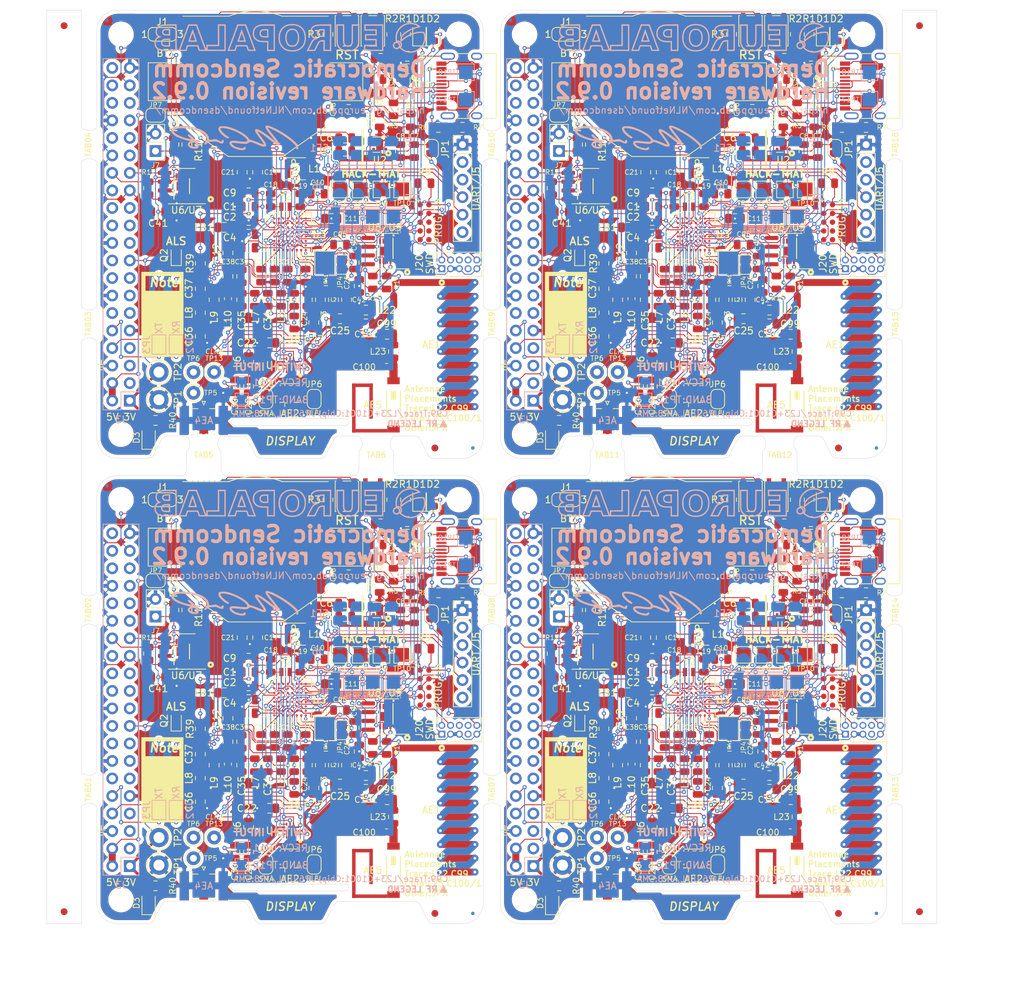
<source format=kicad_pcb>
(kicad_pcb (version 20171130) (host pcbnew 5.1.5+dfsg1-2build2)

  (general
    (thickness 1.6)
    (drawings 566)
    (tracks 5424)
    (zones 0)
    (modules 626)
    (nets 130)
  )

  (page A3)
  (title_block
    (title "Democratic Sendcomm")
    (date 2020-12-26)
    (rev 0.9.2)
    (company "Europalab Devices")
    (comment 1 "Copyright © 2020, Europalab Devices")
    (comment 2 "Fulfilling requirements of 20200210")
    (comment 3 "Pending quality assurance testing")
    (comment 4 "Release revision for manufacturing")
  )

  (layers
    (0 F.Cu signal)
    (1 In1.Cu power)
    (2 In2.Cu power)
    (31 B.Cu signal)
    (34 B.Paste user)
    (35 F.Paste user)
    (36 B.SilkS user)
    (37 F.SilkS user)
    (38 B.Mask user)
    (39 F.Mask user)
    (40 Dwgs.User user)
    (41 Cmts.User user)
    (44 Edge.Cuts user)
    (45 Margin user)
    (46 B.CrtYd user)
    (47 F.CrtYd user)
    (48 B.Fab user)
    (49 F.Fab user)
  )

  (setup
    (last_trace_width 0.127)
    (user_trace_width 0.1016)
    (user_trace_width 0.127)
    (user_trace_width 0.2)
    (user_trace_width 0.4)
    (user_trace_width 1.016)
    (user_trace_width 0.1016)
    (user_trace_width 0.127)
    (user_trace_width 0.2)
    (user_trace_width 0.4)
    (user_trace_width 1.016)
    (user_trace_width 0.1016)
    (user_trace_width 0.127)
    (user_trace_width 0.2)
    (user_trace_width 0.4)
    (user_trace_width 1.016)
    (user_trace_width 0.1016)
    (user_trace_width 0.127)
    (user_trace_width 0.2)
    (user_trace_width 0.4)
    (user_trace_width 1.016)
    (user_trace_width 0.1016)
    (user_trace_width 0.127)
    (user_trace_width 0.2)
    (user_trace_width 0.4)
    (user_trace_width 1.016)
    (user_trace_width 0.1016)
    (user_trace_width 0.127)
    (user_trace_width 0.2)
    (user_trace_width 0.4)
    (user_trace_width 1.016)
    (user_trace_width 0.1016)
    (user_trace_width 0.127)
    (user_trace_width 0.2)
    (user_trace_width 0.4)
    (user_trace_width 1.016)
    (trace_clearance 0.127)
    (zone_clearance 0.508)
    (zone_45_only no)
    (trace_min 0.09)
    (via_size 0.6)
    (via_drill 0.3)
    (via_min_size 0.356)
    (via_min_drill 0.2)
    (user_via 0.356 0.2)
    (user_via 0.45 0.2)
    (user_via 0.356 0.2)
    (user_via 0.45 0.2)
    (user_via 0.356 0.2)
    (user_via 0.45 0.2)
    (user_via 0.356 0.2)
    (user_via 0.45 0.2)
    (user_via 0.356 0.2)
    (user_via 0.45 0.2)
    (user_via 0.356 0.2)
    (user_via 0.45 0.2)
    (user_via 0.356 0.2)
    (user_via 0.45 0.2)
    (uvia_size 0.45)
    (uvia_drill 0.1)
    (uvias_allowed no)
    (uvia_min_size 0.45)
    (uvia_min_drill 0.1)
    (edge_width 0.05)
    (segment_width 0.1)
    (pcb_text_width 0.25)
    (pcb_text_size 1 1)
    (mod_edge_width 0.15)
    (mod_text_size 1 1)
    (mod_text_width 0.15)
    (pad_size 2 2)
    (pad_drill 0)
    (pad_to_mask_clearance 0)
    (aux_axis_origin 0 0)
    (visible_elements 7FFFF7FF)
    (pcbplotparams
      (layerselection 0x313fc_ffffffff)
      (usegerberextensions true)
      (usegerberattributes false)
      (usegerberadvancedattributes false)
      (creategerberjobfile false)
      (excludeedgelayer true)
      (linewidth 0.150000)
      (plotframeref false)
      (viasonmask false)
      (mode 1)
      (useauxorigin false)
      (hpglpennumber 1)
      (hpglpenspeed 20)
      (hpglpendiameter 15.000000)
      (psnegative false)
      (psa4output false)
      (plotreference true)
      (plotvalue true)
      (plotinvisibletext false)
      (padsonsilk false)
      (subtractmaskfromsilk false)
      (outputformat 1)
      (mirror false)
      (drillshape 0)
      (scaleselection 1)
      (outputdirectory "fabsingle"))
  )

  (net 0 "")
  (net 1 GND)
  (net 2 "Net-(AE1-Pad1)")
  (net 3 /Sheet5F53D5B4/RFSWPWR)
  (net 4 "Net-(C8-Pad1)")
  (net 5 /Sheet5F53D5B4/POWAMP)
  (net 6 "Net-(C13-Pad1)")
  (net 7 /Sheet5F53D5B4/HFOUT)
  (net 8 +3V3)
  (net 9 "Net-(C29-Pad1)")
  (net 10 /Sheet5F53D5B4/HPOUT)
  (net 11 /Sheet5F53D5B4/HFIN)
  (net 12 /Sheet5F53D5B4/BANDSEL)
  (net 13 "Net-(BT1-Pad1)")
  (net 14 /Sheet5F53D5B4/USB_BUS)
  (net 15 "Net-(C33-Pad1)")
  (net 16 "Net-(C34-Pad1)")
  (net 17 /Sheet5F53D5B4/CMDRST)
  (net 18 "Net-(D1-Pad2)")
  (net 19 "Net-(D1-Pad1)")
  (net 20 "Net-(D2-Pad1)")
  (net 21 "Net-(D2-Pad2)")
  (net 22 /Sheet5F53D5B4/USB_P)
  (net 23 /Sheet5F53D5B4/USB_N)
  (net 24 /Sheet60040980/ID_SD)
  (net 25 /Sheet60040980/ID_SC)
  (net 26 /Sheet5F53D5B4/SWDCLK)
  (net 27 "Net-(J3-Pad7)")
  (net 28 "Net-(J3-Pad8)")
  (net 29 "Net-(J4-Pad6)")
  (net 30 /Sheet5F53D5B4/CN_VBAT)
  (net 31 /Sheet5F53D5B4/XCEIV)
  (net 32 "Net-(AE5-Pad2)")
  (net 33 "Net-(C1-Pad1)")
  (net 34 "Net-(C7-Pad1)")
  (net 35 "Net-(C14-Pad1)")
  (net 36 "Net-(C17-Pad1)")
  (net 37 "Net-(C18-Pad2)")
  (net 38 "Net-(C19-Pad2)")
  (net 39 "Net-(C23-Pad2)")
  (net 40 "Net-(C23-Pad1)")
  (net 41 "Net-(C24-Pad1)")
  (net 42 "Net-(C24-Pad2)")
  (net 43 "Net-(C29-Pad2)")
  (net 44 "Net-(C33-Pad2)")
  (net 45 "Net-(C35-Pad2)")
  (net 46 "Net-(C40-Pad1)")
  (net 47 "Net-(J2-PadB5)")
  (net 48 "Net-(J2-PadA8)")
  (net 49 "Net-(J2-PadA5)")
  (net 50 "Net-(J2-PadB8)")
  (net 51 "Net-(J3-Pad2)")
  (net 52 "Net-(J3-Pad3)")
  (net 53 "Net-(J3-Pad5)")
  (net 54 "Net-(J3-Pad10)")
  (net 55 "Net-(J3-Pad11)")
  (net 56 "Net-(J3-Pad12)")
  (net 57 "Net-(J3-Pad13)")
  (net 58 "Net-(J3-Pad15)")
  (net 59 "Net-(J3-Pad16)")
  (net 60 "Net-(J3-Pad18)")
  (net 61 "Net-(J3-Pad19)")
  (net 62 "Net-(J3-Pad21)")
  (net 63 "Net-(J3-Pad22)")
  (net 64 "Net-(J3-Pad23)")
  (net 65 "Net-(J3-Pad24)")
  (net 66 "Net-(J3-Pad26)")
  (net 67 "Net-(J3-Pad29)")
  (net 68 "Net-(J3-Pad31)")
  (net 69 "Net-(J3-Pad32)")
  (net 70 "Net-(J3-Pad33)")
  (net 71 "Net-(J3-Pad35)")
  (net 72 "Net-(J3-Pad36)")
  (net 73 "Net-(J3-Pad38)")
  (net 74 "Net-(J3-Pad40)")
  (net 75 "Net-(J4-Pad7)")
  (net 76 "Net-(J4-Pad8)")
  (net 77 "Net-(J5-Pad2)")
  (net 78 "Net-(J5-Pad3)")
  (net 79 "Net-(J5-Pad6)")
  (net 80 "Net-(J6-Pad1)")
  (net 81 "Net-(L1-Pad2)")
  (net 82 "Net-(R3-Pad1)")
  (net 83 "Net-(R4-Pad1)")
  (net 84 "Net-(R4-Pad2)")
  (net 85 "Net-(U2-Pad5)")
  (net 86 "Net-(U3-PadG1)")
  (net 87 "Net-(U3-PadH1)")
  (net 88 "Net-(U3-PadE3)")
  (net 89 "Net-(U3-PadE4)")
  (net 90 "Net-(U3-PadF4)")
  (net 91 "Net-(U3-PadC7)")
  (net 92 "Net-(U3-PadD7)")
  (net 93 "Net-(U5-Pad3)")
  (net 94 "Net-(U5-Pad4)")
  (net 95 "Net-(U8-Pad7)")
  (net 96 "Net-(U8-Pad3)")
  (net 97 "Net-(U8-Pad2)")
  (net 98 "Net-(U8-Pad1)")
  (net 99 "Net-(U9-Pad1)")
  (net 100 "Net-(U9-Pad2)")
  (net 101 "Net-(U9-Pad3)")
  (net 102 "Net-(U9-Pad7)")
  (net 103 /Sheet5F53D5B4/SWDIO)
  (net 104 "Net-(AE2-Pad1)")
  (net 105 "Net-(AE4-Pad1)")
  (net 106 "Net-(AE5-Pad1)")
  (net 107 "Net-(J6-Pad2)")
  (net 108 "Net-(J6-Pad3)")
  (net 109 "Net-(J6-Pad4)")
  (net 110 "Net-(J7-Pad1)")
  (net 111 "Net-(C95-Pad1)")
  (net 112 /TP_SCL)
  (net 113 /TP_SDA)
  (net 114 "Net-(J20-Pad6)")
  (net 115 "Net-(J20-Pad7)")
  (net 116 "Net-(J20-Pad8)")
  (net 117 "Net-(Q2-Pad2)")
  (net 118 EXT_UART_TX)
  (net 119 EXT_UART_RX)
  (net 120 USB_TST)
  (net 121 "Net-(TP13-Pad1)")
  (net 122 "Net-(C94-Pad2)")
  (net 123 /Sheet5F53D5B4/CRY_XIN-RSVD)
  (net 124 /Sheet5F53D5B4/CRY_XOUT-RSVD)
  (net 125 "Net-(C97-Pad1)")
  (net 126 "Net-(C101-Pad1)")
  (net 127 "Net-(D3-Pad2)")
  (net 128 "Net-(JP4-Pad1)")
  (net 129 "Net-(U3-PadE5)")

  (net_class Default "This is the default net class."
    (clearance 0.127)
    (trace_width 0.127)
    (via_dia 0.6)
    (via_drill 0.3)
    (uvia_dia 0.45)
    (uvia_drill 0.1)
    (add_net +3V3)
    (add_net /Sheet5F53D5B4/BANDSEL)
    (add_net /Sheet5F53D5B4/CMDRST)
    (add_net /Sheet5F53D5B4/CN_VBAT)
    (add_net /Sheet5F53D5B4/CRY_XIN-RSVD)
    (add_net /Sheet5F53D5B4/CRY_XOUT-RSVD)
    (add_net /Sheet5F53D5B4/HFIN)
    (add_net /Sheet5F53D5B4/HFOUT)
    (add_net /Sheet5F53D5B4/HPOUT)
    (add_net /Sheet5F53D5B4/POWAMP)
    (add_net /Sheet5F53D5B4/RFSWPWR)
    (add_net /Sheet5F53D5B4/SWDCLK)
    (add_net /Sheet5F53D5B4/SWDIO)
    (add_net /Sheet5F53D5B4/USB_BUS)
    (add_net /Sheet5F53D5B4/USB_N)
    (add_net /Sheet5F53D5B4/USB_P)
    (add_net /Sheet5F53D5B4/XCEIV)
    (add_net /Sheet60040980/ID_SC)
    (add_net /Sheet60040980/ID_SD)
    (add_net /TP_SCL)
    (add_net /TP_SDA)
    (add_net EXT_UART_RX)
    (add_net EXT_UART_TX)
    (add_net GND)
    (add_net "Net-(AE1-Pad1)")
    (add_net "Net-(AE2-Pad1)")
    (add_net "Net-(AE4-Pad1)")
    (add_net "Net-(AE5-Pad1)")
    (add_net "Net-(AE5-Pad2)")
    (add_net "Net-(BT1-Pad1)")
    (add_net "Net-(C1-Pad1)")
    (add_net "Net-(C101-Pad1)")
    (add_net "Net-(C13-Pad1)")
    (add_net "Net-(C14-Pad1)")
    (add_net "Net-(C17-Pad1)")
    (add_net "Net-(C18-Pad2)")
    (add_net "Net-(C19-Pad2)")
    (add_net "Net-(C23-Pad1)")
    (add_net "Net-(C23-Pad2)")
    (add_net "Net-(C24-Pad1)")
    (add_net "Net-(C24-Pad2)")
    (add_net "Net-(C29-Pad1)")
    (add_net "Net-(C29-Pad2)")
    (add_net "Net-(C33-Pad1)")
    (add_net "Net-(C33-Pad2)")
    (add_net "Net-(C34-Pad1)")
    (add_net "Net-(C35-Pad2)")
    (add_net "Net-(C40-Pad1)")
    (add_net "Net-(C7-Pad1)")
    (add_net "Net-(C8-Pad1)")
    (add_net "Net-(C94-Pad2)")
    (add_net "Net-(C95-Pad1)")
    (add_net "Net-(C97-Pad1)")
    (add_net "Net-(D1-Pad1)")
    (add_net "Net-(D1-Pad2)")
    (add_net "Net-(D2-Pad1)")
    (add_net "Net-(D2-Pad2)")
    (add_net "Net-(D3-Pad2)")
    (add_net "Net-(J2-PadA5)")
    (add_net "Net-(J2-PadA8)")
    (add_net "Net-(J2-PadB5)")
    (add_net "Net-(J2-PadB8)")
    (add_net "Net-(J20-Pad6)")
    (add_net "Net-(J20-Pad7)")
    (add_net "Net-(J20-Pad8)")
    (add_net "Net-(J3-Pad10)")
    (add_net "Net-(J3-Pad11)")
    (add_net "Net-(J3-Pad12)")
    (add_net "Net-(J3-Pad13)")
    (add_net "Net-(J3-Pad15)")
    (add_net "Net-(J3-Pad16)")
    (add_net "Net-(J3-Pad18)")
    (add_net "Net-(J3-Pad19)")
    (add_net "Net-(J3-Pad2)")
    (add_net "Net-(J3-Pad21)")
    (add_net "Net-(J3-Pad22)")
    (add_net "Net-(J3-Pad23)")
    (add_net "Net-(J3-Pad24)")
    (add_net "Net-(J3-Pad26)")
    (add_net "Net-(J3-Pad29)")
    (add_net "Net-(J3-Pad3)")
    (add_net "Net-(J3-Pad31)")
    (add_net "Net-(J3-Pad32)")
    (add_net "Net-(J3-Pad33)")
    (add_net "Net-(J3-Pad35)")
    (add_net "Net-(J3-Pad36)")
    (add_net "Net-(J3-Pad38)")
    (add_net "Net-(J3-Pad40)")
    (add_net "Net-(J3-Pad5)")
    (add_net "Net-(J3-Pad7)")
    (add_net "Net-(J3-Pad8)")
    (add_net "Net-(J4-Pad6)")
    (add_net "Net-(J4-Pad7)")
    (add_net "Net-(J4-Pad8)")
    (add_net "Net-(J5-Pad2)")
    (add_net "Net-(J5-Pad3)")
    (add_net "Net-(J5-Pad6)")
    (add_net "Net-(J6-Pad1)")
    (add_net "Net-(J6-Pad2)")
    (add_net "Net-(J6-Pad3)")
    (add_net "Net-(J6-Pad4)")
    (add_net "Net-(J7-Pad1)")
    (add_net "Net-(JP4-Pad1)")
    (add_net "Net-(L1-Pad2)")
    (add_net "Net-(Q2-Pad2)")
    (add_net "Net-(R3-Pad1)")
    (add_net "Net-(R4-Pad1)")
    (add_net "Net-(R4-Pad2)")
    (add_net "Net-(TP13-Pad1)")
    (add_net "Net-(U2-Pad5)")
    (add_net "Net-(U3-PadC7)")
    (add_net "Net-(U3-PadD7)")
    (add_net "Net-(U3-PadE3)")
    (add_net "Net-(U3-PadE4)")
    (add_net "Net-(U3-PadE5)")
    (add_net "Net-(U3-PadF4)")
    (add_net "Net-(U3-PadG1)")
    (add_net "Net-(U3-PadH1)")
    (add_net "Net-(U5-Pad3)")
    (add_net "Net-(U5-Pad4)")
    (add_net "Net-(U8-Pad1)")
    (add_net "Net-(U8-Pad2)")
    (add_net "Net-(U8-Pad3)")
    (add_net "Net-(U8-Pad7)")
    (add_net "Net-(U9-Pad1)")
    (add_net "Net-(U9-Pad2)")
    (add_net "Net-(U9-Pad3)")
    (add_net "Net-(U9-Pad7)")
    (add_net USB_TST)
  )

  (net_class Power ""
    (clearance 0.2)
    (trace_width 0.5)
    (via_dia 1)
    (via_drill 0.7)
    (uvia_dia 0.5)
    (uvia_drill 0.1)
  )

  (module Elabdev:Panel_Mousetab_25mm_Single (layer F.Cu) (tedit 5CD9E502) (tstamp 60045457)
    (at 97.75 141.25 270)
    (path /5CD9EB0D)
    (fp_text reference TAB1 (at 0 0) (layer F.SilkS) hide
      (effects (font (size 0.8 0.8) (thickness 0.13)))
    )
    (fp_text value Pantab (at -3.25 0 180) (layer F.Fab)
      (effects (font (size 1 1) (thickness 0.15)))
    )
    (fp_line (start 1.25 -2.2) (end 1.25 2.2) (layer F.Fab) (width 0.15))
    (fp_line (start -1.25 -2.2) (end -1.25 2.2) (layer F.Fab) (width 0.15))
    (fp_line (start 2.1 -2.6) (end 2.1 2.6) (layer F.CrtYd) (width 0.15))
    (fp_line (start 2.1 2.6) (end -2.1 2.6) (layer F.CrtYd) (width 0.15))
    (fp_line (start -2.1 2.6) (end -2.1 -2.6) (layer F.CrtYd) (width 0.15))
    (fp_line (start -2.1 -2.6) (end 2.1 -2.6) (layer F.CrtYd) (width 0.15))
    (pad "" np_thru_hole circle (at 1.35 2 270) (size 0.5 0.5) (drill 0.5) (layers *.Cu))
    (pad "" np_thru_hole circle (at 1.35 1.2 270) (size 0.5 0.5) (drill 0.5) (layers *.Cu))
    (pad "" np_thru_hole circle (at 1.35 0.4 270) (size 0.5 0.5) (drill 0.5) (layers *.Cu))
    (pad "" np_thru_hole circle (at 1.35 -0.4 270) (size 0.5 0.5) (drill 0.5) (layers *.Cu))
    (pad "" np_thru_hole circle (at 1.35 -1.2 270) (size 0.5 0.5) (drill 0.5) (layers *.Cu))
    (pad "" np_thru_hole circle (at 1.35 -2 270) (size 0.5 0.5) (drill 0.5) (layers *.Cu))
  )

  (module Elabdev:Panel_Mousetab_25mm_Single (layer F.Cu) (tedit 5CD9E502) (tstamp 600453A0)
    (at 122.75 141.25 270)
    (path /5CD9EB0D)
    (fp_text reference TAB8 (at 0 0) (layer F.SilkS) hide
      (effects (font (size 0.8 0.8) (thickness 0.13)))
    )
    (fp_text value Pantab (at -3.25 0 180) (layer F.Fab)
      (effects (font (size 1 1) (thickness 0.15)))
    )
    (fp_line (start 1.25 -2.2) (end 1.25 2.2) (layer F.Fab) (width 0.15))
    (fp_line (start -1.25 -2.2) (end -1.25 2.2) (layer F.Fab) (width 0.15))
    (fp_line (start 2.1 -2.6) (end 2.1 2.6) (layer F.CrtYd) (width 0.15))
    (fp_line (start 2.1 2.6) (end -2.1 2.6) (layer F.CrtYd) (width 0.15))
    (fp_line (start -2.1 2.6) (end -2.1 -2.6) (layer F.CrtYd) (width 0.15))
    (fp_line (start -2.1 -2.6) (end 2.1 -2.6) (layer F.CrtYd) (width 0.15))
    (pad "" np_thru_hole circle (at 1.35 2 270) (size 0.5 0.5) (drill 0.5) (layers *.Cu))
    (pad "" np_thru_hole circle (at 1.35 1.2 270) (size 0.5 0.5) (drill 0.5) (layers *.Cu))
    (pad "" np_thru_hole circle (at 1.35 0.4 270) (size 0.5 0.5) (drill 0.5) (layers *.Cu))
    (pad "" np_thru_hole circle (at 1.35 -0.4 270) (size 0.5 0.5) (drill 0.5) (layers *.Cu))
    (pad "" np_thru_hole circle (at 1.35 -1.2 270) (size 0.5 0.5) (drill 0.5) (layers *.Cu))
    (pad "" np_thru_hole circle (at 1.35 -2 270) (size 0.5 0.5) (drill 0.5) (layers *.Cu))
  )

  (module Elabdev:Panel_Mousetab_25mm_Single (layer F.Cu) (tedit 5CD9E502) (tstamp 6004412D)
    (at 156.25 141.25 270)
    (path /5CD9EB0D)
    (fp_text reference TAB1 (at 0 0) (layer F.SilkS) hide
      (effects (font (size 0.8 0.8) (thickness 0.13)))
    )
    (fp_text value Pantab (at -3.25 0 180) (layer F.Fab)
      (effects (font (size 1 1) (thickness 0.15)))
    )
    (fp_line (start -2.1 -2.6) (end 2.1 -2.6) (layer F.CrtYd) (width 0.15))
    (fp_line (start -2.1 2.6) (end -2.1 -2.6) (layer F.CrtYd) (width 0.15))
    (fp_line (start 2.1 2.6) (end -2.1 2.6) (layer F.CrtYd) (width 0.15))
    (fp_line (start 2.1 -2.6) (end 2.1 2.6) (layer F.CrtYd) (width 0.15))
    (fp_line (start -1.25 -2.2) (end -1.25 2.2) (layer F.Fab) (width 0.15))
    (fp_line (start 1.25 -2.2) (end 1.25 2.2) (layer F.Fab) (width 0.15))
    (pad "" np_thru_hole circle (at 1.35 -2 270) (size 0.5 0.5) (drill 0.5) (layers *.Cu))
    (pad "" np_thru_hole circle (at 1.35 -1.2 270) (size 0.5 0.5) (drill 0.5) (layers *.Cu))
    (pad "" np_thru_hole circle (at 1.35 -0.4 270) (size 0.5 0.5) (drill 0.5) (layers *.Cu))
    (pad "" np_thru_hole circle (at 1.35 0.4 270) (size 0.5 0.5) (drill 0.5) (layers *.Cu))
    (pad "" np_thru_hole circle (at 1.35 1.2 270) (size 0.5 0.5) (drill 0.5) (layers *.Cu))
    (pad "" np_thru_hole circle (at 1.35 2 270) (size 0.5 0.5) (drill 0.5) (layers *.Cu))
  )

  (module Elabdev:Panel_Mousetab_25mm_Single (layer F.Cu) (tedit 5CD9E502) (tstamp 60044076)
    (at 181.25 141.25 270)
    (path /5CD9EB0D)
    (fp_text reference TAB8 (at 0 0) (layer F.SilkS) hide
      (effects (font (size 0.8 0.8) (thickness 0.13)))
    )
    (fp_text value Pantab (at -3.25 0 180) (layer F.Fab)
      (effects (font (size 1 1) (thickness 0.15)))
    )
    (fp_line (start -2.1 -2.6) (end 2.1 -2.6) (layer F.CrtYd) (width 0.15))
    (fp_line (start -2.1 2.6) (end -2.1 -2.6) (layer F.CrtYd) (width 0.15))
    (fp_line (start 2.1 2.6) (end -2.1 2.6) (layer F.CrtYd) (width 0.15))
    (fp_line (start 2.1 -2.6) (end 2.1 2.6) (layer F.CrtYd) (width 0.15))
    (fp_line (start -1.25 -2.2) (end -1.25 2.2) (layer F.Fab) (width 0.15))
    (fp_line (start 1.25 -2.2) (end 1.25 2.2) (layer F.Fab) (width 0.15))
    (pad "" np_thru_hole circle (at 1.35 -2 270) (size 0.5 0.5) (drill 0.5) (layers *.Cu))
    (pad "" np_thru_hole circle (at 1.35 -1.2 270) (size 0.5 0.5) (drill 0.5) (layers *.Cu))
    (pad "" np_thru_hole circle (at 1.35 -0.4 270) (size 0.5 0.5) (drill 0.5) (layers *.Cu))
    (pad "" np_thru_hole circle (at 1.35 0.4 270) (size 0.5 0.5) (drill 0.5) (layers *.Cu))
    (pad "" np_thru_hole circle (at 1.35 1.2 270) (size 0.5 0.5) (drill 0.5) (layers *.Cu))
    (pad "" np_thru_hole circle (at 1.35 2 270) (size 0.5 0.5) (drill 0.5) (layers *.Cu))
  )

  (module Capacitor_SMD:C_0805_2012Metric (layer F.Cu) (tedit 5B36C52B) (tstamp 6003E61D)
    (at 169.35 187.8 270)
    (descr "Capacitor SMD 0805 (2012 Metric), square (rectangular) end terminal, IPC_7351 nominal, (Body size source: https://docs.google.com/spreadsheets/d/1BsfQQcO9C6DZCsRaXUlFlo91Tg2WpOkGARC1WS5S8t0/edit?usp=sharing), generated with kicad-footprint-generator")
    (tags capacitor)
    (path /5F5C0728/5F5D6E5F)
    (attr smd)
    (fp_text reference C28 (at 2.45 0.5 180) (layer F.SilkS)
      (effects (font (size 1 1) (thickness 0.15)))
    )
    (fp_text value 3,9pF (at 0 1.65 90) (layer F.Fab)
      (effects (font (size 1 1) (thickness 0.15)))
    )
    (fp_line (start -1 0.6) (end -1 -0.6) (layer F.Fab) (width 0.1))
    (fp_line (start -1 -0.6) (end 1 -0.6) (layer F.Fab) (width 0.1))
    (fp_line (start 1 -0.6) (end 1 0.6) (layer F.Fab) (width 0.1))
    (fp_line (start 1 0.6) (end -1 0.6) (layer F.Fab) (width 0.1))
    (fp_line (start -0.258578 -0.71) (end 0.258578 -0.71) (layer F.SilkS) (width 0.12))
    (fp_line (start -0.258578 0.71) (end 0.258578 0.71) (layer F.SilkS) (width 0.12))
    (fp_line (start -1.68 0.95) (end -1.68 -0.95) (layer F.CrtYd) (width 0.05))
    (fp_line (start -1.68 -0.95) (end 1.68 -0.95) (layer F.CrtYd) (width 0.05))
    (fp_line (start 1.68 -0.95) (end 1.68 0.95) (layer F.CrtYd) (width 0.05))
    (fp_line (start 1.68 0.95) (end -1.68 0.95) (layer F.CrtYd) (width 0.05))
    (fp_text user %R (at 0 0 90) (layer F.Fab)
      (effects (font (size 0.5 0.5) (thickness 0.08)))
    )
    (pad 1 smd roundrect (at -0.9375 0 270) (size 0.975 1.4) (layers F.Cu F.Paste F.Mask) (roundrect_rratio 0.25)
      (net 41 "Net-(C24-Pad1)"))
    (pad 2 smd roundrect (at 0.9375 0 270) (size 0.975 1.4) (layers F.Cu F.Paste F.Mask) (roundrect_rratio 0.25)
      (net 1 GND))
    (model ${KISYS3DMOD}/Capacitor_SMD.3dshapes/C_0805_2012Metric.wrl
      (at (xyz 0 0 0))
      (scale (xyz 1 1 1))
      (rotate (xyz 0 0 0))
    )
  )

  (module Capacitor_SMD:C_0805_2012Metric (layer F.Cu) (tedit 5B36C52B) (tstamp 6003E60D)
    (at 172.2 187.8 270)
    (descr "Capacitor SMD 0805 (2012 Metric), square (rectangular) end terminal, IPC_7351 nominal, (Body size source: https://docs.google.com/spreadsheets/d/1BsfQQcO9C6DZCsRaXUlFlo91Tg2WpOkGARC1WS5S8t0/edit?usp=sharing), generated with kicad-footprint-generator")
    (tags capacitor)
    (path /5F5C0728/5F5D6E57)
    (attr smd)
    (fp_text reference C27 (at 2.45 0 180) (layer F.SilkS)
      (effects (font (size 1 1) (thickness 0.15)))
    )
    (fp_text value 3,3pF (at 0 1.65 90) (layer F.Fab)
      (effects (font (size 1 1) (thickness 0.15)))
    )
    (fp_text user %R (at 0 0 90) (layer F.Fab)
      (effects (font (size 0.5 0.5) (thickness 0.08)))
    )
    (fp_line (start 1.68 0.95) (end -1.68 0.95) (layer F.CrtYd) (width 0.05))
    (fp_line (start 1.68 -0.95) (end 1.68 0.95) (layer F.CrtYd) (width 0.05))
    (fp_line (start -1.68 -0.95) (end 1.68 -0.95) (layer F.CrtYd) (width 0.05))
    (fp_line (start -1.68 0.95) (end -1.68 -0.95) (layer F.CrtYd) (width 0.05))
    (fp_line (start -0.258578 0.71) (end 0.258578 0.71) (layer F.SilkS) (width 0.12))
    (fp_line (start -0.258578 -0.71) (end 0.258578 -0.71) (layer F.SilkS) (width 0.12))
    (fp_line (start 1 0.6) (end -1 0.6) (layer F.Fab) (width 0.1))
    (fp_line (start 1 -0.6) (end 1 0.6) (layer F.Fab) (width 0.1))
    (fp_line (start -1 -0.6) (end 1 -0.6) (layer F.Fab) (width 0.1))
    (fp_line (start -1 0.6) (end -1 -0.6) (layer F.Fab) (width 0.1))
    (pad 2 smd roundrect (at 0.9375 0 270) (size 0.975 1.4) (layers F.Cu F.Paste F.Mask) (roundrect_rratio 0.25)
      (net 1 GND))
    (pad 1 smd roundrect (at -0.9375 0 270) (size 0.975 1.4) (layers F.Cu F.Paste F.Mask) (roundrect_rratio 0.25)
      (net 42 "Net-(C24-Pad2)"))
    (model ${KISYS3DMOD}/Capacitor_SMD.3dshapes/C_0805_2012Metric.wrl
      (at (xyz 0 0 0))
      (scale (xyz 1 1 1))
      (rotate (xyz 0 0 0))
    )
  )

  (module Capacitor_SMD:C_0805_2012Metric (layer F.Cu) (tedit 5B36C52B) (tstamp 6003E5FD)
    (at 176.95 184.5 270)
    (descr "Capacitor SMD 0805 (2012 Metric), square (rectangular) end terminal, IPC_7351 nominal, (Body size source: https://docs.google.com/spreadsheets/d/1BsfQQcO9C6DZCsRaXUlFlo91Tg2WpOkGARC1WS5S8t0/edit?usp=sharing), generated with kicad-footprint-generator")
    (tags capacitor)
    (path /5F5C0728/5F5D6E50)
    (attr smd)
    (fp_text reference C26 (at -2.5 -0.05 90) (layer F.SilkS)
      (effects (font (size 0.7 0.7) (thickness 0.1)))
    )
    (fp_text value 5,6pF (at 0 1.65 90) (layer F.Fab)
      (effects (font (size 1 1) (thickness 0.15)))
    )
    (fp_text user %R (at 0 0 90) (layer F.Fab)
      (effects (font (size 0.5 0.5) (thickness 0.08)))
    )
    (fp_line (start 1.68 0.95) (end -1.68 0.95) (layer F.CrtYd) (width 0.05))
    (fp_line (start 1.68 -0.95) (end 1.68 0.95) (layer F.CrtYd) (width 0.05))
    (fp_line (start -1.68 -0.95) (end 1.68 -0.95) (layer F.CrtYd) (width 0.05))
    (fp_line (start -1.68 0.95) (end -1.68 -0.95) (layer F.CrtYd) (width 0.05))
    (fp_line (start -0.258578 0.71) (end 0.258578 0.71) (layer F.SilkS) (width 0.12))
    (fp_line (start -0.258578 -0.71) (end 0.258578 -0.71) (layer F.SilkS) (width 0.12))
    (fp_line (start 1 0.6) (end -1 0.6) (layer F.Fab) (width 0.1))
    (fp_line (start 1 -0.6) (end 1 0.6) (layer F.Fab) (width 0.1))
    (fp_line (start -1 -0.6) (end 1 -0.6) (layer F.Fab) (width 0.1))
    (fp_line (start -1 0.6) (end -1 -0.6) (layer F.Fab) (width 0.1))
    (pad 2 smd roundrect (at 0.9375 0 270) (size 0.975 1.4) (layers F.Cu F.Paste F.Mask) (roundrect_rratio 0.25)
      (net 1 GND))
    (pad 1 smd roundrect (at -0.9375 0 270) (size 0.975 1.4) (layers F.Cu F.Paste F.Mask) (roundrect_rratio 0.25)
      (net 40 "Net-(C23-Pad1)"))
    (model ${KISYS3DMOD}/Capacitor_SMD.3dshapes/C_0805_2012Metric.wrl
      (at (xyz 0 0 0))
      (scale (xyz 1 1 1))
      (rotate (xyz 0 0 0))
    )
  )

  (module Capacitor_SMD:C_0805_2012Metric (layer F.Cu) (tedit 5B36C52B) (tstamp 6003E5ED)
    (at 175.9875 187.25)
    (descr "Capacitor SMD 0805 (2012 Metric), square (rectangular) end terminal, IPC_7351 nominal, (Body size source: https://docs.google.com/spreadsheets/d/1BsfQQcO9C6DZCsRaXUlFlo91Tg2WpOkGARC1WS5S8t0/edit?usp=sharing), generated with kicad-footprint-generator")
    (tags capacitor)
    (path /5F5C0728/5F5D6E48)
    (attr smd)
    (fp_text reference C25 (at 0.0125 1.75) (layer F.SilkS)
      (effects (font (size 1 1) (thickness 0.15)))
    )
    (fp_text value 3,3pF (at 0 1.65) (layer F.Fab)
      (effects (font (size 1 1) (thickness 0.15)))
    )
    (fp_text user %R (at 0 0) (layer F.Fab)
      (effects (font (size 0.5 0.5) (thickness 0.08)))
    )
    (fp_line (start 1.68 0.95) (end -1.68 0.95) (layer F.CrtYd) (width 0.05))
    (fp_line (start 1.68 -0.95) (end 1.68 0.95) (layer F.CrtYd) (width 0.05))
    (fp_line (start -1.68 -0.95) (end 1.68 -0.95) (layer F.CrtYd) (width 0.05))
    (fp_line (start -1.68 0.95) (end -1.68 -0.95) (layer F.CrtYd) (width 0.05))
    (fp_line (start -0.258578 0.71) (end 0.258578 0.71) (layer F.SilkS) (width 0.12))
    (fp_line (start -0.258578 -0.71) (end 0.258578 -0.71) (layer F.SilkS) (width 0.12))
    (fp_line (start 1 0.6) (end -1 0.6) (layer F.Fab) (width 0.1))
    (fp_line (start 1 -0.6) (end 1 0.6) (layer F.Fab) (width 0.1))
    (fp_line (start -1 -0.6) (end 1 -0.6) (layer F.Fab) (width 0.1))
    (fp_line (start -1 0.6) (end -1 -0.6) (layer F.Fab) (width 0.1))
    (pad 2 smd roundrect (at 0.9375 0) (size 0.975 1.4) (layers F.Cu F.Paste F.Mask) (roundrect_rratio 0.25)
      (net 1 GND))
    (pad 1 smd roundrect (at -0.9375 0) (size 0.975 1.4) (layers F.Cu F.Paste F.Mask) (roundrect_rratio 0.25)
      (net 39 "Net-(C23-Pad2)"))
    (model ${KISYS3DMOD}/Capacitor_SMD.3dshapes/C_0805_2012Metric.wrl
      (at (xyz 0 0 0))
      (scale (xyz 1 1 1))
      (rotate (xyz 0 0 0))
    )
  )

  (module Capacitor_SMD:C_0805_2012Metric (layer F.Cu) (tedit 5B36C52B) (tstamp 6003E5DD)
    (at 171.25 184.5 270)
    (descr "Capacitor SMD 0805 (2012 Metric), square (rectangular) end terminal, IPC_7351 nominal, (Body size source: https://docs.google.com/spreadsheets/d/1BsfQQcO9C6DZCsRaXUlFlo91Tg2WpOkGARC1WS5S8t0/edit?usp=sharing), generated with kicad-footprint-generator")
    (tags capacitor)
    (path /5F5C0728/5F5D6E33)
    (attr smd)
    (fp_text reference C24 (at 2.75 0.4 90) (layer F.SilkS)
      (effects (font (size 0.75 0.75) (thickness 0.12)))
    )
    (fp_text value 18pF (at 0 1.65 90) (layer F.Fab)
      (effects (font (size 1 1) (thickness 0.15)))
    )
    (fp_text user %R (at 0 0 90) (layer F.Fab)
      (effects (font (size 0.5 0.5) (thickness 0.08)))
    )
    (fp_line (start 1.68 0.95) (end -1.68 0.95) (layer F.CrtYd) (width 0.05))
    (fp_line (start 1.68 -0.95) (end 1.68 0.95) (layer F.CrtYd) (width 0.05))
    (fp_line (start -1.68 -0.95) (end 1.68 -0.95) (layer F.CrtYd) (width 0.05))
    (fp_line (start -1.68 0.95) (end -1.68 -0.95) (layer F.CrtYd) (width 0.05))
    (fp_line (start -0.258578 0.71) (end 0.258578 0.71) (layer F.SilkS) (width 0.12))
    (fp_line (start -0.258578 -0.71) (end 0.258578 -0.71) (layer F.SilkS) (width 0.12))
    (fp_line (start 1 0.6) (end -1 0.6) (layer F.Fab) (width 0.1))
    (fp_line (start 1 -0.6) (end 1 0.6) (layer F.Fab) (width 0.1))
    (fp_line (start -1 -0.6) (end 1 -0.6) (layer F.Fab) (width 0.1))
    (fp_line (start -1 0.6) (end -1 -0.6) (layer F.Fab) (width 0.1))
    (pad 2 smd roundrect (at 0.9375 0 270) (size 0.975 1.4) (layers F.Cu F.Paste F.Mask) (roundrect_rratio 0.25)
      (net 42 "Net-(C24-Pad2)"))
    (pad 1 smd roundrect (at -0.9375 0 270) (size 0.975 1.4) (layers F.Cu F.Paste F.Mask) (roundrect_rratio 0.25)
      (net 41 "Net-(C24-Pad1)"))
    (model ${KISYS3DMOD}/Capacitor_SMD.3dshapes/C_0805_2012Metric.wrl
      (at (xyz 0 0 0))
      (scale (xyz 1 1 1))
      (rotate (xyz 0 0 0))
    )
  )

  (module Capacitor_SMD:C_0805_2012Metric (layer F.Cu) (tedit 5B36C52B) (tstamp 6003E5CC)
    (at 155.75 182.9 90)
    (descr "Capacitor SMD 0805 (2012 Metric), square (rectangular) end terminal, IPC_7351 nominal, (Body size source: https://docs.google.com/spreadsheets/d/1BsfQQcO9C6DZCsRaXUlFlo91Tg2WpOkGARC1WS5S8t0/edit?usp=sharing), generated with kicad-footprint-generator")
    (tags capacitor)
    (path /5F5C0728/5F5D6DF9)
    (attr smd)
    (fp_text reference C37 (at 0 -1.65 90) (layer F.SilkS)
      (effects (font (size 1 1) (thickness 0.15)))
    )
    (fp_text value 5,6pF (at 0 1.65 90) (layer F.Fab)
      (effects (font (size 1 1) (thickness 0.15)))
    )
    (fp_line (start -1 0.6) (end -1 -0.6) (layer F.Fab) (width 0.1))
    (fp_line (start -1 -0.6) (end 1 -0.6) (layer F.Fab) (width 0.1))
    (fp_line (start 1 -0.6) (end 1 0.6) (layer F.Fab) (width 0.1))
    (fp_line (start 1 0.6) (end -1 0.6) (layer F.Fab) (width 0.1))
    (fp_line (start -0.258578 -0.71) (end 0.258578 -0.71) (layer F.SilkS) (width 0.12))
    (fp_line (start -0.258578 0.71) (end 0.258578 0.71) (layer F.SilkS) (width 0.12))
    (fp_line (start -1.68 0.95) (end -1.68 -0.95) (layer F.CrtYd) (width 0.05))
    (fp_line (start -1.68 -0.95) (end 1.68 -0.95) (layer F.CrtYd) (width 0.05))
    (fp_line (start 1.68 -0.95) (end 1.68 0.95) (layer F.CrtYd) (width 0.05))
    (fp_line (start 1.68 0.95) (end -1.68 0.95) (layer F.CrtYd) (width 0.05))
    (fp_text user %R (at 0 0 90) (layer F.Fab)
      (effects (font (size 0.5 0.5) (thickness 0.08)))
    )
    (pad 1 smd roundrect (at -0.9375 0 90) (size 0.975 1.4) (layers F.Cu F.Paste F.Mask) (roundrect_rratio 0.25)
      (net 15 "Net-(C33-Pad1)"))
    (pad 2 smd roundrect (at 0.9375 0 90) (size 0.975 1.4) (layers F.Cu F.Paste F.Mask) (roundrect_rratio 0.25)
      (net 1 GND))
    (model ${KISYS3DMOD}/Capacitor_SMD.3dshapes/C_0805_2012Metric.wrl
      (at (xyz 0 0 0))
      (scale (xyz 1 1 1))
      (rotate (xyz 0 0 0))
    )
  )

  (module Capacitor_SMD:C_0805_2012Metric (layer F.Cu) (tedit 5B36C52B) (tstamp 6003E5BC)
    (at 155.75 189.8 270)
    (descr "Capacitor SMD 0805 (2012 Metric), square (rectangular) end terminal, IPC_7351 nominal, (Body size source: https://docs.google.com/spreadsheets/d/1BsfQQcO9C6DZCsRaXUlFlo91Tg2WpOkGARC1WS5S8t0/edit?usp=sharing), generated with kicad-footprint-generator")
    (tags capacitor)
    (path /5F5C0728/5F5D6DF1)
    (attr smd)
    (fp_text reference C36 (at 0 1.65 90) (layer F.SilkS)
      (effects (font (size 1 1) (thickness 0.15)))
    )
    (fp_text value 3,3pF (at 0 1.65 90) (layer F.Fab)
      (effects (font (size 1 1) (thickness 0.15)))
    )
    (fp_text user %R (at 0 0 90) (layer F.Fab)
      (effects (font (size 0.5 0.5) (thickness 0.08)))
    )
    (fp_line (start 1.68 0.95) (end -1.68 0.95) (layer F.CrtYd) (width 0.05))
    (fp_line (start 1.68 -0.95) (end 1.68 0.95) (layer F.CrtYd) (width 0.05))
    (fp_line (start -1.68 -0.95) (end 1.68 -0.95) (layer F.CrtYd) (width 0.05))
    (fp_line (start -1.68 0.95) (end -1.68 -0.95) (layer F.CrtYd) (width 0.05))
    (fp_line (start -0.258578 0.71) (end 0.258578 0.71) (layer F.SilkS) (width 0.12))
    (fp_line (start -0.258578 -0.71) (end 0.258578 -0.71) (layer F.SilkS) (width 0.12))
    (fp_line (start 1 0.6) (end -1 0.6) (layer F.Fab) (width 0.1))
    (fp_line (start 1 -0.6) (end 1 0.6) (layer F.Fab) (width 0.1))
    (fp_line (start -1 -0.6) (end 1 -0.6) (layer F.Fab) (width 0.1))
    (fp_line (start -1 0.6) (end -1 -0.6) (layer F.Fab) (width 0.1))
    (pad 2 smd roundrect (at 0.9375 0 270) (size 0.975 1.4) (layers F.Cu F.Paste F.Mask) (roundrect_rratio 0.25)
      (net 1 GND))
    (pad 1 smd roundrect (at -0.9375 0 270) (size 0.975 1.4) (layers F.Cu F.Paste F.Mask) (roundrect_rratio 0.25)
      (net 44 "Net-(C33-Pad2)"))
    (model ${KISYS3DMOD}/Capacitor_SMD.3dshapes/C_0805_2012Metric.wrl
      (at (xyz 0 0 0))
      (scale (xyz 1 1 1))
      (rotate (xyz 0 0 0))
    )
  )

  (module Capacitor_SMD:C_0805_2012Metric (layer F.Cu) (tedit 5B36C52B) (tstamp 6003E5AC)
    (at 161.75 184.5 270)
    (descr "Capacitor SMD 0805 (2012 Metric), square (rectangular) end terminal, IPC_7351 nominal, (Body size source: https://docs.google.com/spreadsheets/d/1BsfQQcO9C6DZCsRaXUlFlo91Tg2WpOkGARC1WS5S8t0/edit?usp=sharing), generated with kicad-footprint-generator")
    (tags capacitor)
    (path /5F5C0728/5F5D6DCD)
    (attr smd)
    (fp_text reference C35 (at 3 0 90) (layer F.SilkS)
      (effects (font (size 1 1) (thickness 0.15)))
    )
    (fp_text value 22pF (at 0 1.65 90) (layer F.Fab)
      (effects (font (size 1 1) (thickness 0.15)))
    )
    (fp_text user %R (at 0 0 90) (layer F.Fab)
      (effects (font (size 0.5 0.5) (thickness 0.08)))
    )
    (fp_line (start 1.68 0.95) (end -1.68 0.95) (layer F.CrtYd) (width 0.05))
    (fp_line (start 1.68 -0.95) (end 1.68 0.95) (layer F.CrtYd) (width 0.05))
    (fp_line (start -1.68 -0.95) (end 1.68 -0.95) (layer F.CrtYd) (width 0.05))
    (fp_line (start -1.68 0.95) (end -1.68 -0.95) (layer F.CrtYd) (width 0.05))
    (fp_line (start -0.258578 0.71) (end 0.258578 0.71) (layer F.SilkS) (width 0.12))
    (fp_line (start -0.258578 -0.71) (end 0.258578 -0.71) (layer F.SilkS) (width 0.12))
    (fp_line (start 1 0.6) (end -1 0.6) (layer F.Fab) (width 0.1))
    (fp_line (start 1 -0.6) (end 1 0.6) (layer F.Fab) (width 0.1))
    (fp_line (start -1 -0.6) (end 1 -0.6) (layer F.Fab) (width 0.1))
    (fp_line (start -1 0.6) (end -1 -0.6) (layer F.Fab) (width 0.1))
    (pad 2 smd roundrect (at 0.9375 0 270) (size 0.975 1.4) (layers F.Cu F.Paste F.Mask) (roundrect_rratio 0.25)
      (net 45 "Net-(C35-Pad2)"))
    (pad 1 smd roundrect (at -0.9375 0 270) (size 0.975 1.4) (layers F.Cu F.Paste F.Mask) (roundrect_rratio 0.25)
      (net 7 /Sheet5F53D5B4/HFOUT))
    (model ${KISYS3DMOD}/Capacitor_SMD.3dshapes/C_0805_2012Metric.wrl
      (at (xyz 0 0 0))
      (scale (xyz 1 1 1))
      (rotate (xyz 0 0 0))
    )
  )

  (module Capacitor_SMD:C_0805_2012Metric (layer F.Cu) (tedit 5B36C52B) (tstamp 6003E59C)
    (at 165.525 184.5 90)
    (descr "Capacitor SMD 0805 (2012 Metric), square (rectangular) end terminal, IPC_7351 nominal, (Body size source: https://docs.google.com/spreadsheets/d/1BsfQQcO9C6DZCsRaXUlFlo91Tg2WpOkGARC1WS5S8t0/edit?usp=sharing), generated with kicad-footprint-generator")
    (tags capacitor)
    (path /5F5C0728/5F5D6E94)
    (attr smd)
    (fp_text reference C31 (at -3 -0.025 90) (layer F.SilkS)
      (effects (font (size 1 1) (thickness 0.15)))
    )
    (fp_text value 4,7nF (at 0 1.65 90) (layer F.Fab)
      (effects (font (size 1 1) (thickness 0.15)))
    )
    (fp_text user %R (at 0 0 90) (layer F.Fab)
      (effects (font (size 0.5 0.5) (thickness 0.08)))
    )
    (fp_line (start 1.68 0.95) (end -1.68 0.95) (layer F.CrtYd) (width 0.05))
    (fp_line (start 1.68 -0.95) (end 1.68 0.95) (layer F.CrtYd) (width 0.05))
    (fp_line (start -1.68 -0.95) (end 1.68 -0.95) (layer F.CrtYd) (width 0.05))
    (fp_line (start -1.68 0.95) (end -1.68 -0.95) (layer F.CrtYd) (width 0.05))
    (fp_line (start -0.258578 0.71) (end 0.258578 0.71) (layer F.SilkS) (width 0.12))
    (fp_line (start -0.258578 -0.71) (end 0.258578 -0.71) (layer F.SilkS) (width 0.12))
    (fp_line (start 1 0.6) (end -1 0.6) (layer F.Fab) (width 0.1))
    (fp_line (start 1 -0.6) (end 1 0.6) (layer F.Fab) (width 0.1))
    (fp_line (start -1 -0.6) (end 1 -0.6) (layer F.Fab) (width 0.1))
    (fp_line (start -1 0.6) (end -1 -0.6) (layer F.Fab) (width 0.1))
    (pad 2 smd roundrect (at 0.9375 0 90) (size 0.975 1.4) (layers F.Cu F.Paste F.Mask) (roundrect_rratio 0.25)
      (net 1 GND))
    (pad 1 smd roundrect (at -0.9375 0 90) (size 0.975 1.4) (layers F.Cu F.Paste F.Mask) (roundrect_rratio 0.25)
      (net 5 /Sheet5F53D5B4/POWAMP))
    (model ${KISYS3DMOD}/Capacitor_SMD.3dshapes/C_0805_2012Metric.wrl
      (at (xyz 0 0 0))
      (scale (xyz 1 1 1))
      (rotate (xyz 0 0 0))
    )
  )

  (module Capacitor_SMD:C_0805_2012Metric (layer F.Cu) (tedit 5B36C52B) (tstamp 6003E58C)
    (at 162.75 197.0625 270)
    (descr "Capacitor SMD 0805 (2012 Metric), square (rectangular) end terminal, IPC_7351 nominal, (Body size source: https://docs.google.com/spreadsheets/d/1BsfQQcO9C6DZCsRaXUlFlo91Tg2WpOkGARC1WS5S8t0/edit?usp=sharing), generated with kicad-footprint-generator")
    (tags capacitor)
    (path /5F5C0728/5F5D6D9A)
    (attr smd)
    (fp_text reference C29 (at 2.9375 0 90) (layer F.SilkS)
      (effects (font (size 0.875 0.875) (thickness 0.125)))
    )
    (fp_text value 47pF (at 0 1.65 90) (layer F.Fab)
      (effects (font (size 1 1) (thickness 0.15)))
    )
    (fp_text user %R (at 0 0 90) (layer F.Fab)
      (effects (font (size 0.5 0.5) (thickness 0.08)))
    )
    (fp_line (start 1.68 0.95) (end -1.68 0.95) (layer F.CrtYd) (width 0.05))
    (fp_line (start 1.68 -0.95) (end 1.68 0.95) (layer F.CrtYd) (width 0.05))
    (fp_line (start -1.68 -0.95) (end 1.68 -0.95) (layer F.CrtYd) (width 0.05))
    (fp_line (start -1.68 0.95) (end -1.68 -0.95) (layer F.CrtYd) (width 0.05))
    (fp_line (start -0.258578 0.71) (end 0.258578 0.71) (layer F.SilkS) (width 0.12))
    (fp_line (start -0.258578 -0.71) (end 0.258578 -0.71) (layer F.SilkS) (width 0.12))
    (fp_line (start 1 0.6) (end -1 0.6) (layer F.Fab) (width 0.1))
    (fp_line (start 1 -0.6) (end 1 0.6) (layer F.Fab) (width 0.1))
    (fp_line (start -1 -0.6) (end 1 -0.6) (layer F.Fab) (width 0.1))
    (fp_line (start -1 0.6) (end -1 -0.6) (layer F.Fab) (width 0.1))
    (pad 2 smd roundrect (at 0.9375 0 270) (size 0.975 1.4) (layers F.Cu F.Paste F.Mask) (roundrect_rratio 0.25)
      (net 43 "Net-(C29-Pad2)"))
    (pad 1 smd roundrect (at -0.9375 0 270) (size 0.975 1.4) (layers F.Cu F.Paste F.Mask) (roundrect_rratio 0.25)
      (net 9 "Net-(C29-Pad1)"))
    (model ${KISYS3DMOD}/Capacitor_SMD.3dshapes/C_0805_2012Metric.wrl
      (at (xyz 0 0 0))
      (scale (xyz 1 1 1))
      (rotate (xyz 0 0 0))
    )
  )

  (module Jumper:SolderJumper-2_P1.3mm_Open_RoundedPad1.0x1.5mm (layer F.Cu) (tedit 5B391E66) (tstamp 6003E1FB)
    (at 149.25 157.75 180)
    (descr "SMD Solder Jumper, 1x1.5mm, rounded Pads, 0.3mm gap, open")
    (tags "solder jumper open")
    (path /60040981/600CF731)
    (attr virtual)
    (fp_text reference JP7 (at 0 1.5) (layer F.SilkS)
      (effects (font (size 0.7 0.7) (thickness 0.1)))
    )
    (fp_text value Jumper (at 0 1.9) (layer F.Fab)
      (effects (font (size 1 1) (thickness 0.15)))
    )
    (fp_line (start 1.65 1.25) (end -1.65 1.25) (layer F.CrtYd) (width 0.05))
    (fp_line (start 1.65 1.25) (end 1.65 -1.25) (layer F.CrtYd) (width 0.05))
    (fp_line (start -1.65 -1.25) (end -1.65 1.25) (layer F.CrtYd) (width 0.05))
    (fp_line (start -1.65 -1.25) (end 1.65 -1.25) (layer F.CrtYd) (width 0.05))
    (fp_line (start -0.7 -1) (end 0.7 -1) (layer F.SilkS) (width 0.12))
    (fp_line (start 1.4 -0.3) (end 1.4 0.3) (layer F.SilkS) (width 0.12))
    (fp_line (start 0.7 1) (end -0.7 1) (layer F.SilkS) (width 0.12))
    (fp_line (start -1.4 0.3) (end -1.4 -0.3) (layer F.SilkS) (width 0.12))
    (fp_arc (start -0.7 -0.3) (end -0.7 -1) (angle -90) (layer F.SilkS) (width 0.12))
    (fp_arc (start -0.7 0.3) (end -1.4 0.3) (angle -90) (layer F.SilkS) (width 0.12))
    (fp_arc (start 0.7 0.3) (end 0.7 1) (angle -90) (layer F.SilkS) (width 0.12))
    (fp_arc (start 0.7 -0.3) (end 1.4 -0.3) (angle -90) (layer F.SilkS) (width 0.12))
    (pad 2 smd custom (at 0.65 0 180) (size 1 0.5) (layers F.Cu F.Mask)
      (net 51 "Net-(J3-Pad2)") (zone_connect 2)
      (options (clearance outline) (anchor rect))
      (primitives
        (gr_circle (center 0 0.25) (end 0.5 0.25) (width 0))
        (gr_circle (center 0 -0.25) (end 0.5 -0.25) (width 0))
        (gr_poly (pts
           (xy 0 -0.75) (xy -0.5 -0.75) (xy -0.5 0.75) (xy 0 0.75)) (width 0))
      ))
    (pad 1 smd custom (at -0.65 0 180) (size 1 0.5) (layers F.Cu F.Mask)
      (net 14 /Sheet5F53D5B4/USB_BUS) (zone_connect 2)
      (options (clearance outline) (anchor rect))
      (primitives
        (gr_circle (center 0 0.25) (end 0.5 0.25) (width 0))
        (gr_circle (center 0 -0.25) (end 0.5 -0.25) (width 0))
        (gr_poly (pts
           (xy 0 -0.75) (xy 0.5 -0.75) (xy 0.5 0.75) (xy 0 0.75)) (width 0))
      ))
  )

  (module Jumper:SolderJumper-2_P1.3mm_Bridged_Pad1.0x1.5mm (layer F.Cu) (tedit 5C756AB2) (tstamp 6003E1ED)
    (at 176.25 179.4 270)
    (descr "SMD Solder Jumper, 1x1.5mm Pads, 0.3mm gap, bridged with 1 copper strip")
    (tags "solder jumper open")
    (path /5F53D5B5/600147AE)
    (attr virtual)
    (fp_text reference JP4 (at 2.6 0.25 90) (layer F.SilkS)
      (effects (font (size 0.7 0.7) (thickness 0.1)))
    )
    (fp_text value SJumper (at 0 1.9 90) (layer F.Fab)
      (effects (font (size 1 1) (thickness 0.15)))
    )
    (fp_poly (pts (xy -0.25 -0.3) (xy 0.25 -0.3) (xy 0.25 0.3) (xy -0.25 0.3)) (layer F.Cu) (width 0))
    (fp_line (start 1.65 1.25) (end -1.65 1.25) (layer F.CrtYd) (width 0.05))
    (fp_line (start 1.65 1.25) (end 1.65 -1.25) (layer F.CrtYd) (width 0.05))
    (fp_line (start -1.65 -1.25) (end -1.65 1.25) (layer F.CrtYd) (width 0.05))
    (fp_line (start -1.65 -1.25) (end 1.65 -1.25) (layer F.CrtYd) (width 0.05))
    (fp_line (start -1.4 -1) (end 1.4 -1) (layer F.SilkS) (width 0.12))
    (fp_line (start 1.4 -1) (end 1.4 1) (layer F.SilkS) (width 0.12))
    (fp_line (start 1.4 1) (end -1.4 1) (layer F.SilkS) (width 0.12))
    (fp_line (start -1.4 1) (end -1.4 -1) (layer F.SilkS) (width 0.12))
    (pad 2 smd rect (at 0.65 0 270) (size 1 1.5) (layers F.Cu F.Mask)
      (net 1 GND))
    (pad 1 smd rect (at -0.65 0 270) (size 1 1.5) (layers F.Cu F.Mask)
      (net 128 "Net-(JP4-Pad1)"))
  )

  (module Fiducial:Fiducial_1mm_Mask2mm (layer F.Cu) (tedit 5C18CB26) (tstamp 6003E1E6)
    (at 147 144)
    (descr "Circular Fiducial, 1mm bare copper, 2mm soldermask opening (Level A)")
    (tags fiducial)
    (path /5FF8C3C2)
    (attr smd)
    (fp_text reference FID6 (at -3 0) (layer F.SilkS) hide
      (effects (font (size 1 1) (thickness 0.15)))
    )
    (fp_text value Fiducial (at 0 2) (layer F.Fab)
      (effects (font (size 1 1) (thickness 0.15)))
    )
    (fp_circle (center 0 0) (end 1 0) (layer F.Fab) (width 0.1))
    (fp_text user %R (at 0 0) (layer F.Fab)
      (effects (font (size 0.4 0.4) (thickness 0.06)))
    )
    (fp_circle (center 0 0) (end 1.25 0) (layer F.CrtYd) (width 0.05))
    (pad "" smd circle (at 0 0) (size 1 1) (layers F.Cu F.Mask)
      (solder_mask_margin 0.5) (clearance 0.5))
  )

  (module Fiducial:Fiducial_1mm_Mask2mm (layer F.Cu) (tedit 5C18CB26) (tstamp 6003E1DF)
    (at 189.75 206)
    (descr "Circular Fiducial, 1mm bare copper, 2mm soldermask opening (Level A)")
    (tags fiducial)
    (path /5FF7921C)
    (attr smd)
    (fp_text reference FID5 (at 0 -2) (layer F.SilkS) hide
      (effects (font (size 1 1) (thickness 0.15)))
    )
    (fp_text value Fiducial (at 0 2) (layer F.Fab)
      (effects (font (size 1 1) (thickness 0.15)))
    )
    (fp_circle (center 0 0) (end 1.25 0) (layer F.CrtYd) (width 0.05))
    (fp_text user %R (at 0 0) (layer F.Fab)
      (effects (font (size 0.4 0.4) (thickness 0.06)))
    )
    (fp_circle (center 0 0) (end 1 0) (layer F.Fab) (width 0.1))
    (pad "" smd circle (at 0 0) (size 1 1) (layers F.Cu F.Mask)
      (solder_mask_margin 0.5) (clearance 0.5))
  )

  (module Fiducial:Fiducial_0.5mm_Mask1mm (layer F.Cu) (tedit 5C18CB26) (tstamp 6003E1D8)
    (at 142.25 206)
    (descr "Circular Fiducial, 0.5mm bare copper, 1mm soldermask opening (Level C)")
    (tags fiducial)
    (path /5F4C4F46)
    (attr smd)
    (fp_text reference FID1 (at 2.5 0.25) (layer F.SilkS) hide
      (effects (font (size 1 1) (thickness 0.15)))
    )
    (fp_text value Fiducial (at 0 1.5) (layer F.Fab)
      (effects (font (size 1 1) (thickness 0.15)))
    )
    (fp_circle (center 0 0) (end 0.75 0) (layer F.CrtYd) (width 0.05))
    (fp_text user %R (at 0 0) (layer F.Fab)
      (effects (font (size 0.2 0.2) (thickness 0.04)))
    )
    (fp_circle (center 0 0) (end 0.5 0) (layer F.Fab) (width 0.1))
    (pad "" smd circle (at 0 0) (size 0.5 0.5) (layers F.Cu F.Mask)
      (solder_mask_margin 0.25) (clearance 0.25))
  )

  (module TestPoint:TestPoint_Pad_2.0x2.0mm (layer B.Cu) (tedit 5A0F774F) (tstamp 6003E1CA)
    (at 194.25 151.5 90)
    (descr "SMD rectangular pad as test Point, square 2.0mm side length")
    (tags "test point SMD pad rectangle square")
    (path /60040981/5FF592FC)
    (attr virtual)
    (fp_text reference TP18 (at 0 -2.75) (layer B.SilkS)
      (effects (font (size 0.7 0.7) (thickness 0.1)) (justify mirror))
    )
    (fp_text value TPoint (at 0 -2.05 270) (layer B.Fab)
      (effects (font (size 1 1) (thickness 0.15)) (justify mirror))
    )
    (fp_text user %R (at 0 2 270) (layer B.Fab)
      (effects (font (size 1 1) (thickness 0.15)) (justify mirror))
    )
    (fp_line (start -1.2 1.2) (end 1.2 1.2) (layer B.SilkS) (width 0.12))
    (fp_line (start 1.2 1.2) (end 1.2 -1.2) (layer B.SilkS) (width 0.12))
    (fp_line (start 1.2 -1.2) (end -1.2 -1.2) (layer B.SilkS) (width 0.12))
    (fp_line (start -1.2 -1.2) (end -1.2 1.2) (layer B.SilkS) (width 0.12))
    (fp_line (start -1.5 1.5) (end 1.5 1.5) (layer B.CrtYd) (width 0.05))
    (fp_line (start -1.5 1.5) (end -1.5 -1.5) (layer B.CrtYd) (width 0.05))
    (fp_line (start 1.5 -1.5) (end 1.5 1.5) (layer B.CrtYd) (width 0.05))
    (fp_line (start 1.5 -1.5) (end -1.5 -1.5) (layer B.CrtYd) (width 0.05))
    (pad 1 smd rect (at 0 0 90) (size 2 2) (layers B.Cu B.Mask)
      (net 22 /Sheet5F53D5B4/USB_P))
  )

  (module TestPoint:TestPoint_Pad_2.0x2.0mm (layer B.Cu) (tedit 5A0F774F) (tstamp 6003E1BD)
    (at 194.25 155.5 90)
    (descr "SMD rectangular pad as test Point, square 2.0mm side length")
    (tags "test point SMD pad rectangle square")
    (path /60040981/5FF58840)
    (attr virtual)
    (fp_text reference TP17 (at 0 -2.75) (layer B.SilkS)
      (effects (font (size 0.7 0.7) (thickness 0.1)) (justify mirror))
    )
    (fp_text value TPoint (at 0 -2.05 270) (layer B.Fab)
      (effects (font (size 1 1) (thickness 0.15)) (justify mirror))
    )
    (fp_line (start 1.5 -1.5) (end -1.5 -1.5) (layer B.CrtYd) (width 0.05))
    (fp_line (start 1.5 -1.5) (end 1.5 1.5) (layer B.CrtYd) (width 0.05))
    (fp_line (start -1.5 1.5) (end -1.5 -1.5) (layer B.CrtYd) (width 0.05))
    (fp_line (start -1.5 1.5) (end 1.5 1.5) (layer B.CrtYd) (width 0.05))
    (fp_line (start -1.2 -1.2) (end -1.2 1.2) (layer B.SilkS) (width 0.12))
    (fp_line (start 1.2 -1.2) (end -1.2 -1.2) (layer B.SilkS) (width 0.12))
    (fp_line (start 1.2 1.2) (end 1.2 -1.2) (layer B.SilkS) (width 0.12))
    (fp_line (start -1.2 1.2) (end 1.2 1.2) (layer B.SilkS) (width 0.12))
    (fp_text user %R (at 0 2 270) (layer B.Fab)
      (effects (font (size 1 1) (thickness 0.15)) (justify mirror))
    )
    (pad 1 smd rect (at 0 0 90) (size 2 2) (layers B.Cu B.Mask)
      (net 23 /Sheet5F53D5B4/USB_N))
  )

  (module TestPoint:TestPoint_Pad_2.0x2.0mm (layer B.Cu) (tedit 5FF27796) (tstamp 6003E1B0)
    (at 177.75 172.5)
    (descr "SMD rectangular pad as test Point, square 2.0mm side length")
    (tags "test point SMD pad rectangle square")
    (path /60040981/5FF321A1)
    (attr virtual)
    (fp_text reference TP16 (at 0 1.998) (layer B.SilkS)
      (effects (font (size 0.7 0.7) (thickness 0.1)) (justify mirror))
    )
    (fp_text value Test (at 0 -2.05) (layer B.Fab)
      (effects (font (size 1 1) (thickness 0.15)) (justify mirror))
    )
    (fp_line (start 1.5 -1.5) (end -1.5 -1.5) (layer B.CrtYd) (width 0.05))
    (fp_line (start 1.5 -1.5) (end 1.5 1.5) (layer B.CrtYd) (width 0.05))
    (fp_line (start -1.5 1.5) (end -1.5 -1.5) (layer B.CrtYd) (width 0.05))
    (fp_line (start -1.5 1.5) (end 1.5 1.5) (layer B.CrtYd) (width 0.05))
    (fp_line (start -1.2 -1.2) (end -1.2 1.2) (layer B.SilkS) (width 0.12))
    (fp_line (start 1.2 -1.2) (end -1.2 -1.2) (layer B.SilkS) (width 0.12))
    (fp_line (start 1.2 1.2) (end 1.2 -1.2) (layer B.SilkS) (width 0.12))
    (fp_line (start -1.2 1.2) (end 1.2 1.2) (layer B.SilkS) (width 0.12))
    (fp_text user %R (at 0 2) (layer B.Fab)
      (effects (font (size 1 1) (thickness 0.15)) (justify mirror))
    )
    (pad 1 smd rect (at 0 0) (size 2 2) (layers B.Cu B.Mask)
      (net 26 /Sheet5F53D5B4/SWDCLK))
  )

  (module TestPoint:TestPoint_Pad_2.0x2.0mm (layer B.Cu) (tedit 5FF277BB) (tstamp 6003E1A3)
    (at 180.75 172.5)
    (descr "SMD rectangular pad as test Point, square 2.0mm side length")
    (tags "test point SMD pad rectangle square")
    (path /60040981/5FF38589)
    (attr virtual)
    (fp_text reference TP15 (at 0 1.998) (layer B.SilkS)
      (effects (font (size 0.7 0.7) (thickness 0.1)) (justify mirror))
    )
    (fp_text value Test (at 0 -2.05) (layer B.Fab)
      (effects (font (size 1 1) (thickness 0.15)) (justify mirror))
    )
    (fp_line (start 1.5 -1.5) (end -1.5 -1.5) (layer B.CrtYd) (width 0.05))
    (fp_line (start 1.5 -1.5) (end 1.5 1.5) (layer B.CrtYd) (width 0.05))
    (fp_line (start -1.5 1.5) (end -1.5 -1.5) (layer B.CrtYd) (width 0.05))
    (fp_line (start -1.5 1.5) (end 1.5 1.5) (layer B.CrtYd) (width 0.05))
    (fp_line (start -1.2 -1.2) (end -1.2 1.2) (layer B.SilkS) (width 0.12))
    (fp_line (start 1.2 -1.2) (end -1.2 -1.2) (layer B.SilkS) (width 0.12))
    (fp_line (start 1.2 1.2) (end 1.2 -1.2) (layer B.SilkS) (width 0.12))
    (fp_line (start -1.2 1.2) (end 1.2 1.2) (layer B.SilkS) (width 0.12))
    (fp_text user %R (at 0 2) (layer B.Fab)
      (effects (font (size 1 1) (thickness 0.15)) (justify mirror))
    )
    (pad 1 smd rect (at 0 0) (size 2 2) (layers B.Cu B.Mask)
      (net 103 /Sheet5F53D5B4/SWDIO))
  )

  (module TestPoint:TestPoint_Pad_2.0x2.0mm (layer B.Cu) (tedit 5FF277AC) (tstamp 6003E196)
    (at 183.75 172.5)
    (descr "SMD rectangular pad as test Point, square 2.0mm side length")
    (tags "test point SMD pad rectangle square")
    (path /60040981/5FF37EB1)
    (attr virtual)
    (fp_text reference TP14 (at 0 1.998) (layer B.SilkS)
      (effects (font (size 0.7 0.7) (thickness 0.1)) (justify mirror))
    )
    (fp_text value Test (at 0 -2.05) (layer B.Fab)
      (effects (font (size 1 1) (thickness 0.15)) (justify mirror))
    )
    (fp_line (start 1.5 -1.5) (end -1.5 -1.5) (layer B.CrtYd) (width 0.05))
    (fp_line (start 1.5 -1.5) (end 1.5 1.5) (layer B.CrtYd) (width 0.05))
    (fp_line (start -1.5 1.5) (end -1.5 -1.5) (layer B.CrtYd) (width 0.05))
    (fp_line (start -1.5 1.5) (end 1.5 1.5) (layer B.CrtYd) (width 0.05))
    (fp_line (start -1.2 -1.2) (end -1.2 1.2) (layer B.SilkS) (width 0.12))
    (fp_line (start 1.2 -1.2) (end -1.2 -1.2) (layer B.SilkS) (width 0.12))
    (fp_line (start 1.2 1.2) (end 1.2 -1.2) (layer B.SilkS) (width 0.12))
    (fp_line (start -1.2 1.2) (end 1.2 1.2) (layer B.SilkS) (width 0.12))
    (fp_text user %R (at 0 2) (layer B.Fab)
      (effects (font (size 1 1) (thickness 0.15)) (justify mirror))
    )
    (pad 1 smd rect (at 0 0) (size 2 2) (layers B.Cu B.Mask)
      (net 17 /Sheet5F53D5B4/CMDRST))
  )

  (module Capacitor_SMD:C_0603_1608Metric (layer F.Cu) (tedit 5FF328E5) (tstamp 6003E186)
    (at 182.75 194.25 180)
    (descr "Capacitor SMD 0603 (1608 Metric), square (rectangular) end terminal, IPC_7351 nominal, (Body size source: http://www.tortai-tech.com/upload/download/2011102023233369053.pdf), generated with kicad-footprint-generator")
    (tags capacitor)
    (path /5F5C0728/5FF5A3DA)
    (attr smd)
    (fp_text reference C100 (at 3.25 0 unlocked) (layer F.SilkS)
      (effects (font (size 0.875 0.875) (thickness 0.125)))
    )
    (fp_text value 0,3pF (at 0 1.43) (layer F.Fab)
      (effects (font (size 1 1) (thickness 0.15)))
    )
    (fp_text user %R (at 0 0) (layer F.Fab)
      (effects (font (size 0.4 0.4) (thickness 0.06)))
    )
    (fp_line (start 1.48 0.73) (end -1.48 0.73) (layer F.CrtYd) (width 0.05))
    (fp_line (start 1.48 -0.73) (end 1.48 0.73) (layer F.CrtYd) (width 0.05))
    (fp_line (start -1.48 -0.73) (end 1.48 -0.73) (layer F.CrtYd) (width 0.05))
    (fp_line (start -1.48 0.73) (end -1.48 -0.73) (layer F.CrtYd) (width 0.05))
    (fp_line (start -0.162779 0.51) (end 0.162779 0.51) (layer F.SilkS) (width 0.12))
    (fp_line (start -0.162779 -0.51) (end 0.162779 -0.51) (layer F.SilkS) (width 0.12))
    (fp_line (start 0.8 0.4) (end -0.8 0.4) (layer F.Fab) (width 0.1))
    (fp_line (start 0.8 -0.4) (end 0.8 0.4) (layer F.Fab) (width 0.1))
    (fp_line (start -0.8 -0.4) (end 0.8 -0.4) (layer F.Fab) (width 0.1))
    (fp_line (start -0.8 0.4) (end -0.8 -0.4) (layer F.Fab) (width 0.1))
    (pad 2 smd roundrect (at 0.7875 0 180) (size 0.875 0.95) (layers F.Cu F.Mask) (roundrect_rratio 0.25)
      (net 1 GND))
    (pad 1 smd roundrect (at -0.7875 0 180) (size 0.875 0.95) (layers F.Cu F.Mask) (roundrect_rratio 0.25)
      (net 106 "Net-(AE5-Pad1)"))
    (model ${KISYS3DMOD}/Capacitor_SMD.3dshapes/C_0603_1608Metric.wrl
      (at (xyz 0 0 0))
      (scale (xyz 1 1 1))
      (rotate (xyz 0 0 0))
    )
  )

  (module Inductor_SMD:L_0805_2012Metric (layer F.Cu) (tedit 5FF328C5) (tstamp 6003E176)
    (at 183.75 192 90)
    (descr "Inductor SMD 0805 (2012 Metric), square (rectangular) end terminal, IPC_7351 nominal, (Body size source: https://docs.google.com/spreadsheets/d/1BsfQQcO9C6DZCsRaXUlFlo91Tg2WpOkGARC1WS5S8t0/edit?usp=sharing), generated with kicad-footprint-generator")
    (tags inductor)
    (path /5F5C0728/5FF4DE28)
    (attr smd)
    (fp_text reference L23 (at 0 -2.25 180) (layer F.SilkS)
      (effects (font (size 0.875 0.875) (thickness 0.125)))
    )
    (fp_text value 18nH (at 0 1.65 90) (layer F.Fab)
      (effects (font (size 1 1) (thickness 0.15)))
    )
    (fp_line (start -1 0.6) (end -1 -0.6) (layer F.Fab) (width 0.1))
    (fp_line (start -1 -0.6) (end 1 -0.6) (layer F.Fab) (width 0.1))
    (fp_line (start 1 -0.6) (end 1 0.6) (layer F.Fab) (width 0.1))
    (fp_line (start 1 0.6) (end -1 0.6) (layer F.Fab) (width 0.1))
    (fp_line (start -0.258578 -0.71) (end 0.258578 -0.71) (layer F.SilkS) (width 0.12))
    (fp_line (start -0.258578 0.71) (end 0.258578 0.71) (layer F.SilkS) (width 0.12))
    (fp_line (start -1.68 0.95) (end -1.68 -0.95) (layer F.CrtYd) (width 0.05))
    (fp_line (start -1.68 -0.95) (end 1.68 -0.95) (layer F.CrtYd) (width 0.05))
    (fp_line (start 1.68 -0.95) (end 1.68 0.95) (layer F.CrtYd) (width 0.05))
    (fp_line (start 1.68 0.95) (end -1.68 0.95) (layer F.CrtYd) (width 0.05))
    (fp_text user %R (at 0 0 90) (layer F.Fab)
      (effects (font (size 0.5 0.5) (thickness 0.08)))
    )
    (pad 1 smd roundrect (at -0.9375 0 90) (size 0.975 1.4) (layers F.Cu F.Mask) (roundrect_rratio 0.25)
      (net 106 "Net-(AE5-Pad1)"))
    (pad 2 smd roundrect (at 0.9375 0 90) (size 0.975 1.4) (layers F.Cu F.Mask) (roundrect_rratio 0.25)
      (net 126 "Net-(C101-Pad1)"))
    (model ${KISYS3DMOD}/Inductor_SMD.3dshapes/L_0805_2012Metric.wrl
      (at (xyz 0 0 0))
      (scale (xyz 1 1 1))
      (rotate (xyz 0 0 0))
    )
  )

  (module Inductor_SMD:L_0805_2012Metric (layer F.Cu) (tedit 5B36C52B) (tstamp 6003E166)
    (at 179.75 186 180)
    (descr "Inductor SMD 0805 (2012 Metric), square (rectangular) end terminal, IPC_7351 nominal, (Body size source: https://docs.google.com/spreadsheets/d/1BsfQQcO9C6DZCsRaXUlFlo91Tg2WpOkGARC1WS5S8t0/edit?usp=sharing), generated with kicad-footprint-generator")
    (tags inductor)
    (path /5F5C0728/5FF471DE)
    (attr smd)
    (fp_text reference L22 (at -3 0) (layer F.SilkS)
      (effects (font (size 1 1) (thickness 0.15)))
    )
    (fp_text value 12nH (at 0 1.65) (layer F.Fab)
      (effects (font (size 1 1) (thickness 0.15)))
    )
    (fp_line (start -1 0.6) (end -1 -0.6) (layer F.Fab) (width 0.1))
    (fp_line (start -1 -0.6) (end 1 -0.6) (layer F.Fab) (width 0.1))
    (fp_line (start 1 -0.6) (end 1 0.6) (layer F.Fab) (width 0.1))
    (fp_line (start 1 0.6) (end -1 0.6) (layer F.Fab) (width 0.1))
    (fp_line (start -0.258578 -0.71) (end 0.258578 -0.71) (layer F.SilkS) (width 0.12))
    (fp_line (start -0.258578 0.71) (end 0.258578 0.71) (layer F.SilkS) (width 0.12))
    (fp_line (start -1.68 0.95) (end -1.68 -0.95) (layer F.CrtYd) (width 0.05))
    (fp_line (start -1.68 -0.95) (end 1.68 -0.95) (layer F.CrtYd) (width 0.05))
    (fp_line (start 1.68 -0.95) (end 1.68 0.95) (layer F.CrtYd) (width 0.05))
    (fp_line (start 1.68 0.95) (end -1.68 0.95) (layer F.CrtYd) (width 0.05))
    (fp_text user %R (at 0 0) (layer F.Fab)
      (effects (font (size 0.5 0.5) (thickness 0.08)))
    )
    (pad 1 smd roundrect (at -0.9375 0 180) (size 0.975 1.4) (layers F.Cu F.Paste F.Mask) (roundrect_rratio 0.25)
      (net 2 "Net-(AE1-Pad1)"))
    (pad 2 smd roundrect (at 0.9375 0 180) (size 0.975 1.4) (layers F.Cu F.Paste F.Mask) (roundrect_rratio 0.25)
      (net 1 GND))
    (model ${KISYS3DMOD}/Inductor_SMD.3dshapes/L_0805_2012Metric.wrl
      (at (xyz 0 0 0))
      (scale (xyz 1 1 1))
      (rotate (xyz 0 0 0))
    )
  )

  (module Capacitor_SMD:C_0805_2012Metric (layer F.Cu) (tedit 5FF328FA) (tstamp 6003E156)
    (at 182.8125 189.5 180)
    (descr "Capacitor SMD 0805 (2012 Metric), square (rectangular) end terminal, IPC_7351 nominal, (Body size source: https://docs.google.com/spreadsheets/d/1BsfQQcO9C6DZCsRaXUlFlo91Tg2WpOkGARC1WS5S8t0/edit?usp=sharing), generated with kicad-footprint-generator")
    (tags capacitor)
    (path /5F5C0728/5FF5A73B)
    (attr smd)
    (fp_text reference C101 (at 3.0625 0 180) (layer F.SilkS)
      (effects (font (size 0.875 0.875) (thickness 0.125)))
    )
    (fp_text value 3,9pF (at 0 1.65) (layer F.Fab)
      (effects (font (size 1 1) (thickness 0.15)))
    )
    (fp_line (start -1 0.6) (end -1 -0.6) (layer F.Fab) (width 0.1))
    (fp_line (start -1 -0.6) (end 1 -0.6) (layer F.Fab) (width 0.1))
    (fp_line (start 1 -0.6) (end 1 0.6) (layer F.Fab) (width 0.1))
    (fp_line (start 1 0.6) (end -1 0.6) (layer F.Fab) (width 0.1))
    (fp_line (start -0.258578 -0.71) (end 0.258578 -0.71) (layer F.SilkS) (width 0.12))
    (fp_line (start -0.258578 0.71) (end 0.258578 0.71) (layer F.SilkS) (width 0.12))
    (fp_line (start -1.68 0.95) (end -1.68 -0.95) (layer F.CrtYd) (width 0.05))
    (fp_line (start -1.68 -0.95) (end 1.68 -0.95) (layer F.CrtYd) (width 0.05))
    (fp_line (start 1.68 -0.95) (end 1.68 0.95) (layer F.CrtYd) (width 0.05))
    (fp_line (start 1.68 0.95) (end -1.68 0.95) (layer F.CrtYd) (width 0.05))
    (fp_text user %R (at 0 0) (layer F.Fab)
      (effects (font (size 0.5 0.5) (thickness 0.08)))
    )
    (pad 1 smd roundrect (at -0.9375 0 180) (size 0.975 1.4) (layers F.Cu F.Mask) (roundrect_rratio 0.25)
      (net 126 "Net-(C101-Pad1)"))
    (pad 2 smd roundrect (at 0.9375 0 180) (size 0.975 1.4) (layers F.Cu F.Mask) (roundrect_rratio 0.25)
      (net 1 GND))
    (model ${KISYS3DMOD}/Capacitor_SMD.3dshapes/C_0805_2012Metric.wrl
      (at (xyz 0 0 0))
      (scale (xyz 1 1 1))
      (rotate (xyz 0 0 0))
    )
  )

  (module Capacitor_SMD:C_0805_2012Metric (layer F.Cu) (tedit 5B36C52B) (tstamp 6003E146)
    (at 179.75 188)
    (descr "Capacitor SMD 0805 (2012 Metric), square (rectangular) end terminal, IPC_7351 nominal, (Body size source: https://docs.google.com/spreadsheets/d/1BsfQQcO9C6DZCsRaXUlFlo91Tg2WpOkGARC1WS5S8t0/edit?usp=sharing), generated with kicad-footprint-generator")
    (tags capacitor)
    (path /5F5C0728/5FF3F533)
    (attr smd)
    (fp_text reference C99 (at 3 0) (layer F.SilkS)
      (effects (font (size 1 1) (thickness 0.15)))
    )
    (fp_text value 1pF (at 0 1.65) (layer F.Fab)
      (effects (font (size 1 1) (thickness 0.15)))
    )
    (fp_line (start -1 0.6) (end -1 -0.6) (layer F.Fab) (width 0.1))
    (fp_line (start -1 -0.6) (end 1 -0.6) (layer F.Fab) (width 0.1))
    (fp_line (start 1 -0.6) (end 1 0.6) (layer F.Fab) (width 0.1))
    (fp_line (start 1 0.6) (end -1 0.6) (layer F.Fab) (width 0.1))
    (fp_line (start -0.258578 -0.71) (end 0.258578 -0.71) (layer F.SilkS) (width 0.12))
    (fp_line (start -0.258578 0.71) (end 0.258578 0.71) (layer F.SilkS) (width 0.12))
    (fp_line (start -1.68 0.95) (end -1.68 -0.95) (layer F.CrtYd) (width 0.05))
    (fp_line (start -1.68 -0.95) (end 1.68 -0.95) (layer F.CrtYd) (width 0.05))
    (fp_line (start 1.68 -0.95) (end 1.68 0.95) (layer F.CrtYd) (width 0.05))
    (fp_line (start 1.68 0.95) (end -1.68 0.95) (layer F.CrtYd) (width 0.05))
    (fp_text user %R (at 0 0) (layer F.Fab)
      (effects (font (size 0.5 0.5) (thickness 0.08)))
    )
    (pad 1 smd roundrect (at -0.9375 0) (size 0.975 1.4) (layers F.Cu F.Paste F.Mask) (roundrect_rratio 0.25)
      (net 126 "Net-(C101-Pad1)"))
    (pad 2 smd roundrect (at 0.9375 0) (size 0.975 1.4) (layers F.Cu F.Paste F.Mask) (roundrect_rratio 0.25)
      (net 2 "Net-(AE1-Pad1)"))
    (model ${KISYS3DMOD}/Capacitor_SMD.3dshapes/C_0805_2012Metric.wrl
      (at (xyz 0 0 0))
      (scale (xyz 1 1 1))
      (rotate (xyz 0 0 0))
    )
  )

  (module Elabdev:Simple_Drilled_Hole_1mm (layer F.Cu) (tedit 5FE9143D) (tstamp 6003E142)
    (at 179.25 159)
    (path /5FE9B7FF)
    (fp_text reference HL4 (at 0 -1.5) (layer F.SilkS) hide
      (effects (font (size 1 1) (thickness 0.15)))
    )
    (fp_text value SimpleHole (at 0 1.5) (layer F.Fab) hide
      (effects (font (size 1 1) (thickness 0.15)))
    )
    (pad "" np_thru_hole circle (at 0 0) (size 1 1) (drill 1) (layers *.Cu *.Mask))
  )

  (module Elabdev:Simple_Drilled_Hole_1mm (layer F.Cu) (tedit 5FE9143D) (tstamp 6003E13E)
    (at 177.75 159)
    (path /5FE96C86)
    (fp_text reference HL3 (at 0 -1.5) (layer F.SilkS) hide
      (effects (font (size 1 1) (thickness 0.15)))
    )
    (fp_text value SimpleHole (at 0 1.5) (layer F.Fab) hide
      (effects (font (size 1 1) (thickness 0.15)))
    )
    (pad "" np_thru_hole circle (at 0 0) (size 1 1) (drill 1) (layers *.Cu *.Mask))
  )

  (module Elabdev:Simple_Drilled_Hole_1mm (layer F.Cu) (tedit 5FE9143D) (tstamp 6003E13A)
    (at 176.25 159)
    (path /5FE969BF)
    (fp_text reference HL2 (at 0 -1.5) (layer F.SilkS) hide
      (effects (font (size 1 1) (thickness 0.15)))
    )
    (fp_text value SimpleHole (at 0 1.5) (layer F.Fab) hide
      (effects (font (size 1 1) (thickness 0.15)))
    )
    (pad "" np_thru_hole circle (at 0 0) (size 1 1) (drill 1) (layers *.Cu *.Mask))
  )

  (module Elabdev:Simple_Drilled_Hole_1mm (layer F.Cu) (tedit 5FE9143D) (tstamp 6003E136)
    (at 174.75 159)
    (path /5FE96567)
    (fp_text reference HL1 (at 0 -1.5) (layer F.SilkS) hide
      (effects (font (size 1 1) (thickness 0.15)))
    )
    (fp_text value SimpleHole (at 0 1.5) (layer F.Fab) hide
      (effects (font (size 1 1) (thickness 0.15)))
    )
    (pad "" np_thru_hole circle (at 0 0) (size 1 1) (drill 1) (layers *.Cu *.Mask))
  )

  (module Inductor_SMD:L_0805_2012Metric (layer F.Cu) (tedit 5B36C52B) (tstamp 6003E126)
    (at 181.2875 154.5)
    (descr "Inductor SMD 0805 (2012 Metric), square (rectangular) end terminal, IPC_7351 nominal, (Body size source: https://docs.google.com/spreadsheets/d/1BsfQQcO9C6DZCsRaXUlFlo91Tg2WpOkGARC1WS5S8t0/edit?usp=sharing), generated with kicad-footprint-generator")
    (tags inductor)
    (path /60040981/5FECBBBC)
    (attr smd)
    (fp_text reference FB2 (at 0 1.4 180) (layer F.SilkS)
      (effects (font (size 0.7 0.7) (thickness 0.1)))
    )
    (fp_text value MH2029-471Y (at 0 1.65) (layer F.Fab)
      (effects (font (size 1 1) (thickness 0.15)))
    )
    (fp_line (start -1 0.6) (end -1 -0.6) (layer F.Fab) (width 0.1))
    (fp_line (start -1 -0.6) (end 1 -0.6) (layer F.Fab) (width 0.1))
    (fp_line (start 1 -0.6) (end 1 0.6) (layer F.Fab) (width 0.1))
    (fp_line (start 1 0.6) (end -1 0.6) (layer F.Fab) (width 0.1))
    (fp_line (start -0.258578 -0.71) (end 0.258578 -0.71) (layer F.SilkS) (width 0.12))
    (fp_line (start -0.258578 0.71) (end 0.258578 0.71) (layer F.SilkS) (width 0.12))
    (fp_line (start -1.68 0.95) (end -1.68 -0.95) (layer F.CrtYd) (width 0.05))
    (fp_line (start -1.68 -0.95) (end 1.68 -0.95) (layer F.CrtYd) (width 0.05))
    (fp_line (start 1.68 -0.95) (end 1.68 0.95) (layer F.CrtYd) (width 0.05))
    (fp_line (start 1.68 0.95) (end -1.68 0.95) (layer F.CrtYd) (width 0.05))
    (fp_text user %R (at 0 0) (layer F.Fab)
      (effects (font (size 0.5 0.5) (thickness 0.08)))
    )
    (pad 1 smd roundrect (at -0.9375 0) (size 0.975 1.4) (layers F.Cu F.Paste F.Mask) (roundrect_rratio 0.25)
      (net 14 /Sheet5F53D5B4/USB_BUS))
    (pad 2 smd roundrect (at 0.9375 0) (size 0.975 1.4) (layers F.Cu F.Paste F.Mask) (roundrect_rratio 0.25)
      (net 125 "Net-(C97-Pad1)"))
    (model ${KISYS3DMOD}/Inductor_SMD.3dshapes/L_0805_2012Metric.wrl
      (at (xyz 0 0 0))
      (scale (xyz 1 1 1))
      (rotate (xyz 0 0 0))
    )
  )

  (module Capacitor_SMD:C_0805_2012Metric (layer F.Cu) (tedit 5B36C52B) (tstamp 6003E116)
    (at 177.25 156.9 180)
    (descr "Capacitor SMD 0805 (2012 Metric), square (rectangular) end terminal, IPC_7351 nominal, (Body size source: https://docs.google.com/spreadsheets/d/1BsfQQcO9C6DZCsRaXUlFlo91Tg2WpOkGARC1WS5S8t0/edit?usp=sharing), generated with kicad-footprint-generator")
    (tags capacitor)
    (path /60040981/5FED0551)
    (attr smd)
    (fp_text reference C98 (at 2.25 0 90) (layer F.SilkS)
      (effects (font (size 0.7 0.7) (thickness 0.1)))
    )
    (fp_text value 1nF (at 0 1.65) (layer F.Fab)
      (effects (font (size 1 1) (thickness 0.15)))
    )
    (fp_line (start -1 0.6) (end -1 -0.6) (layer F.Fab) (width 0.1))
    (fp_line (start -1 -0.6) (end 1 -0.6) (layer F.Fab) (width 0.1))
    (fp_line (start 1 -0.6) (end 1 0.6) (layer F.Fab) (width 0.1))
    (fp_line (start 1 0.6) (end -1 0.6) (layer F.Fab) (width 0.1))
    (fp_line (start -0.258578 -0.71) (end 0.258578 -0.71) (layer F.SilkS) (width 0.12))
    (fp_line (start -0.258578 0.71) (end 0.258578 0.71) (layer F.SilkS) (width 0.12))
    (fp_line (start -1.68 0.95) (end -1.68 -0.95) (layer F.CrtYd) (width 0.05))
    (fp_line (start -1.68 -0.95) (end 1.68 -0.95) (layer F.CrtYd) (width 0.05))
    (fp_line (start 1.68 -0.95) (end 1.68 0.95) (layer F.CrtYd) (width 0.05))
    (fp_line (start 1.68 0.95) (end -1.68 0.95) (layer F.CrtYd) (width 0.05))
    (fp_text user %R (at 0 0) (layer F.Fab)
      (effects (font (size 0.5 0.5) (thickness 0.08)))
    )
    (pad 1 smd roundrect (at -0.9375 0 180) (size 0.975 1.4) (layers F.Cu F.Paste F.Mask) (roundrect_rratio 0.25)
      (net 14 /Sheet5F53D5B4/USB_BUS))
    (pad 2 smd roundrect (at 0.9375 0 180) (size 0.975 1.4) (layers F.Cu F.Paste F.Mask) (roundrect_rratio 0.25)
      (net 1 GND))
    (model ${KISYS3DMOD}/Capacitor_SMD.3dshapes/C_0805_2012Metric.wrl
      (at (xyz 0 0 0))
      (scale (xyz 1 1 1))
      (rotate (xyz 0 0 0))
    )
  )

  (module Capacitor_SMD:C_0805_2012Metric (layer F.Cu) (tedit 5B36C52B) (tstamp 6003E106)
    (at 181.2875 152.5 180)
    (descr "Capacitor SMD 0805 (2012 Metric), square (rectangular) end terminal, IPC_7351 nominal, (Body size source: https://docs.google.com/spreadsheets/d/1BsfQQcO9C6DZCsRaXUlFlo91Tg2WpOkGARC1WS5S8t0/edit?usp=sharing), generated with kicad-footprint-generator")
    (tags capacitor)
    (path /60040981/5FECFDF8)
    (attr smd)
    (fp_text reference C97 (at -2.0625 0 90) (layer F.SilkS)
      (effects (font (size 0.7 0.7) (thickness 0.1)))
    )
    (fp_text value 1nF (at 0 1.65) (layer F.Fab)
      (effects (font (size 1 1) (thickness 0.15)))
    )
    (fp_text user %R (at 0 0) (layer F.Fab)
      (effects (font (size 0.5 0.5) (thickness 0.08)))
    )
    (fp_line (start 1.68 0.95) (end -1.68 0.95) (layer F.CrtYd) (width 0.05))
    (fp_line (start 1.68 -0.95) (end 1.68 0.95) (layer F.CrtYd) (width 0.05))
    (fp_line (start -1.68 -0.95) (end 1.68 -0.95) (layer F.CrtYd) (width 0.05))
    (fp_line (start -1.68 0.95) (end -1.68 -0.95) (layer F.CrtYd) (width 0.05))
    (fp_line (start -0.258578 0.71) (end 0.258578 0.71) (layer F.SilkS) (width 0.12))
    (fp_line (start -0.258578 -0.71) (end 0.258578 -0.71) (layer F.SilkS) (width 0.12))
    (fp_line (start 1 0.6) (end -1 0.6) (layer F.Fab) (width 0.1))
    (fp_line (start 1 -0.6) (end 1 0.6) (layer F.Fab) (width 0.1))
    (fp_line (start -1 -0.6) (end 1 -0.6) (layer F.Fab) (width 0.1))
    (fp_line (start -1 0.6) (end -1 -0.6) (layer F.Fab) (width 0.1))
    (pad 2 smd roundrect (at 0.9375 0 180) (size 0.975 1.4) (layers F.Cu F.Paste F.Mask) (roundrect_rratio 0.25)
      (net 1 GND))
    (pad 1 smd roundrect (at -0.9375 0 180) (size 0.975 1.4) (layers F.Cu F.Paste F.Mask) (roundrect_rratio 0.25)
      (net 125 "Net-(C97-Pad1)"))
    (model ${KISYS3DMOD}/Capacitor_SMD.3dshapes/C_0805_2012Metric.wrl
      (at (xyz 0 0 0))
      (scale (xyz 1 1 1))
      (rotate (xyz 0 0 0))
    )
  )

  (module Crystal:Crystal_SMD_2520-4Pin_2.5x2.0mm (layer F.Cu) (tedit 5A0FD1B2) (tstamp 6003E0EF)
    (at 173.75 179.1 270)
    (descr "SMD Crystal SERIES SMD2520/4 http://www.newxtal.com/UploadFiles/Images/2012-11-12-09-29-09-776.pdf, 2.5x2.0mm^2 package")
    (tags "SMD SMT crystal")
    (path /5F53D5B5/5FB8D9E5)
    (attr smd)
    (fp_text reference Y1 (at -2.35 0 180) (layer F.SilkS)
      (effects (font (size 0.7 0.7) (thickness 0.1)))
    )
    (fp_text value XTAL (at 0 2.2 90) (layer F.Fab)
      (effects (font (size 1 1) (thickness 0.15)))
    )
    (fp_line (start 1.7 -1.5) (end -1.7 -1.5) (layer F.CrtYd) (width 0.05))
    (fp_line (start 1.7 1.5) (end 1.7 -1.5) (layer F.CrtYd) (width 0.05))
    (fp_line (start -1.7 1.5) (end 1.7 1.5) (layer F.CrtYd) (width 0.05))
    (fp_line (start -1.7 -1.5) (end -1.7 1.5) (layer F.CrtYd) (width 0.05))
    (fp_line (start -1.65 1.4) (end 1.65 1.4) (layer F.SilkS) (width 0.12))
    (fp_line (start -1.65 -1.4) (end -1.65 1.4) (layer F.SilkS) (width 0.12))
    (fp_line (start -1.25 0) (end -0.25 1) (layer F.Fab) (width 0.1))
    (fp_line (start -1.25 -0.9) (end -1.15 -1) (layer F.Fab) (width 0.1))
    (fp_line (start -1.25 0.9) (end -1.25 -0.9) (layer F.Fab) (width 0.1))
    (fp_line (start -1.15 1) (end -1.25 0.9) (layer F.Fab) (width 0.1))
    (fp_line (start 1.15 1) (end -1.15 1) (layer F.Fab) (width 0.1))
    (fp_line (start 1.25 0.9) (end 1.15 1) (layer F.Fab) (width 0.1))
    (fp_line (start 1.25 -0.9) (end 1.25 0.9) (layer F.Fab) (width 0.1))
    (fp_line (start 1.15 -1) (end 1.25 -0.9) (layer F.Fab) (width 0.1))
    (fp_line (start -1.15 -1) (end 1.15 -1) (layer F.Fab) (width 0.1))
    (fp_text user %R (at 0 0 90) (layer F.Fab)
      (effects (font (size 0.6 0.6) (thickness 0.09)))
    )
    (pad 4 smd rect (at -0.875 -0.7 270) (size 1.15 1) (layers F.Cu F.Paste F.Mask)
      (net 128 "Net-(JP4-Pad1)"))
    (pad 3 smd rect (at 0.875 -0.7 270) (size 1.15 1) (layers F.Cu F.Paste F.Mask)
      (net 122 "Net-(C94-Pad2)"))
    (pad 2 smd rect (at 0.875 0.7 270) (size 1.15 1) (layers F.Cu F.Paste F.Mask)
      (net 1 GND))
    (pad 1 smd rect (at -0.875 0.7 270) (size 1.15 1) (layers F.Cu F.Paste F.Mask)
      (net 111 "Net-(C95-Pad1)"))
    (model ${KISYS3DMOD}/Crystal.3dshapes/Crystal_SMD_3225-4Pin_3.2x2.5mm.wrl
      (at (xyz 0 0 0))
      (scale (xyz 1 1 1))
      (rotate (xyz 0 0 0))
    )
  )

  (module Resistor_SMD:R_0805_2012Metric (layer F.Cu) (tedit 5B36C52B) (tstamp 6003E0DF)
    (at 173.95 181.75)
    (descr "Resistor SMD 0805 (2012 Metric), square (rectangular) end terminal, IPC_7351 nominal, (Body size source: https://docs.google.com/spreadsheets/d/1BsfQQcO9C6DZCsRaXUlFlo91Tg2WpOkGARC1WS5S8t0/edit?usp=sharing), generated with kicad-footprint-generator")
    (tags resistor)
    (path /5F53D5B5/600E4E55)
    (attr smd)
    (fp_text reference R41 (at 0 -0.25 90) (layer F.SilkS)
      (effects (font (size 0.5 0.5) (thickness 0.1)))
    )
    (fp_text value 0 (at 0 1.65) (layer F.Fab)
      (effects (font (size 1 1) (thickness 0.15)))
    )
    (fp_text user %R (at 0 0) (layer F.Fab)
      (effects (font (size 0.5 0.5) (thickness 0.08)))
    )
    (fp_line (start 1.68 0.95) (end -1.68 0.95) (layer F.CrtYd) (width 0.05))
    (fp_line (start 1.68 -0.95) (end 1.68 0.95) (layer F.CrtYd) (width 0.05))
    (fp_line (start -1.68 -0.95) (end 1.68 -0.95) (layer F.CrtYd) (width 0.05))
    (fp_line (start -1.68 0.95) (end -1.68 -0.95) (layer F.CrtYd) (width 0.05))
    (fp_line (start -0.258578 0.71) (end 0.258578 0.71) (layer F.SilkS) (width 0.12))
    (fp_line (start -0.258578 -0.71) (end 0.258578 -0.71) (layer F.SilkS) (width 0.12))
    (fp_line (start 1 0.6) (end -1 0.6) (layer F.Fab) (width 0.1))
    (fp_line (start 1 -0.6) (end 1 0.6) (layer F.Fab) (width 0.1))
    (fp_line (start -1 -0.6) (end 1 -0.6) (layer F.Fab) (width 0.1))
    (fp_line (start -1 0.6) (end -1 -0.6) (layer F.Fab) (width 0.1))
    (pad 2 smd roundrect (at 0.9375 0) (size 0.975 1.4) (layers F.Cu F.Paste F.Mask) (roundrect_rratio 0.25)
      (net 128 "Net-(JP4-Pad1)"))
    (pad 1 smd roundrect (at -0.9375 0) (size 0.975 1.4) (layers F.Cu F.Paste F.Mask) (roundrect_rratio 0.25)
      (net 3 /Sheet5F53D5B4/RFSWPWR))
    (model ${KISYS3DMOD}/Resistor_SMD.3dshapes/R_0805_2012Metric.wrl
      (at (xyz 0 0 0))
      (scale (xyz 1 1 1))
      (rotate (xyz 0 0 0))
    )
  )

  (module Capacitor_SMD:C_0805_2012Metric (layer F.Cu) (tedit 5B36C52B) (tstamp 6003E0CF)
    (at 176 176.5)
    (descr "Capacitor SMD 0805 (2012 Metric), square (rectangular) end terminal, IPC_7351 nominal, (Body size source: https://docs.google.com/spreadsheets/d/1BsfQQcO9C6DZCsRaXUlFlo91Tg2WpOkGARC1WS5S8t0/edit?usp=sharing), generated with kicad-footprint-generator")
    (tags capacitor)
    (path /5F53D5B5/5F611282)
    (attr smd)
    (fp_text reference C95 (at 0 -1.5) (layer F.SilkS)
      (effects (font (size 0.7 0.7) (thickness 0.1)))
    )
    (fp_text value 15pF (at 0 1.65) (layer F.Fab)
      (effects (font (size 1 1) (thickness 0.15)))
    )
    (fp_text user %R (at 0 0) (layer F.Fab)
      (effects (font (size 0.5 0.5) (thickness 0.08)))
    )
    (fp_line (start 1.68 0.95) (end -1.68 0.95) (layer F.CrtYd) (width 0.05))
    (fp_line (start 1.68 -0.95) (end 1.68 0.95) (layer F.CrtYd) (width 0.05))
    (fp_line (start -1.68 -0.95) (end 1.68 -0.95) (layer F.CrtYd) (width 0.05))
    (fp_line (start -1.68 0.95) (end -1.68 -0.95) (layer F.CrtYd) (width 0.05))
    (fp_line (start -0.258578 0.71) (end 0.258578 0.71) (layer F.SilkS) (width 0.12))
    (fp_line (start -0.258578 -0.71) (end 0.258578 -0.71) (layer F.SilkS) (width 0.12))
    (fp_line (start 1 0.6) (end -1 0.6) (layer F.Fab) (width 0.1))
    (fp_line (start 1 -0.6) (end 1 0.6) (layer F.Fab) (width 0.1))
    (fp_line (start -1 -0.6) (end 1 -0.6) (layer F.Fab) (width 0.1))
    (fp_line (start -1 0.6) (end -1 -0.6) (layer F.Fab) (width 0.1))
    (pad 2 smd roundrect (at 0.9375 0) (size 0.975 1.4) (layers F.Cu F.Paste F.Mask) (roundrect_rratio 0.25)
      (net 1 GND))
    (pad 1 smd roundrect (at -0.9375 0) (size 0.975 1.4) (layers F.Cu F.Paste F.Mask) (roundrect_rratio 0.25)
      (net 111 "Net-(C95-Pad1)"))
    (model ${KISYS3DMOD}/Capacitor_SMD.3dshapes/C_0805_2012Metric.wrl
      (at (xyz 0 0 0))
      (scale (xyz 1 1 1))
      (rotate (xyz 0 0 0))
    )
  )

  (module Capacitor_SMD:C_0805_2012Metric (layer F.Cu) (tedit 5B36C52B) (tstamp 6003E0BF)
    (at 178.05 179.1 90)
    (descr "Capacitor SMD 0805 (2012 Metric), square (rectangular) end terminal, IPC_7351 nominal, (Body size source: https://docs.google.com/spreadsheets/d/1BsfQQcO9C6DZCsRaXUlFlo91Tg2WpOkGARC1WS5S8t0/edit?usp=sharing), generated with kicad-footprint-generator")
    (tags capacitor)
    (path /5F53D5B5/5FB90D5F)
    (attr smd)
    (fp_text reference C94 (at 2.7 0 90) (layer F.SilkS)
      (effects (font (size 0.7 0.7) (thickness 0.1)))
    )
    (fp_text value 15pF (at 0 1.65 90) (layer F.Fab)
      (effects (font (size 1 1) (thickness 0.15)))
    )
    (fp_line (start -1 0.6) (end -1 -0.6) (layer F.Fab) (width 0.1))
    (fp_line (start -1 -0.6) (end 1 -0.6) (layer F.Fab) (width 0.1))
    (fp_line (start 1 -0.6) (end 1 0.6) (layer F.Fab) (width 0.1))
    (fp_line (start 1 0.6) (end -1 0.6) (layer F.Fab) (width 0.1))
    (fp_line (start -0.258578 -0.71) (end 0.258578 -0.71) (layer F.SilkS) (width 0.12))
    (fp_line (start -0.258578 0.71) (end 0.258578 0.71) (layer F.SilkS) (width 0.12))
    (fp_line (start -1.68 0.95) (end -1.68 -0.95) (layer F.CrtYd) (width 0.05))
    (fp_line (start -1.68 -0.95) (end 1.68 -0.95) (layer F.CrtYd) (width 0.05))
    (fp_line (start 1.68 -0.95) (end 1.68 0.95) (layer F.CrtYd) (width 0.05))
    (fp_line (start 1.68 0.95) (end -1.68 0.95) (layer F.CrtYd) (width 0.05))
    (fp_text user %R (at 0 0 90) (layer F.Fab)
      (effects (font (size 0.5 0.5) (thickness 0.08)))
    )
    (pad 1 smd roundrect (at -0.9375 0 90) (size 0.975 1.4) (layers F.Cu F.Paste F.Mask) (roundrect_rratio 0.25)
      (net 1 GND))
    (pad 2 smd roundrect (at 0.9375 0 90) (size 0.975 1.4) (layers F.Cu F.Paste F.Mask) (roundrect_rratio 0.25)
      (net 122 "Net-(C94-Pad2)"))
    (model ${KISYS3DMOD}/Capacitor_SMD.3dshapes/C_0805_2012Metric.wrl
      (at (xyz 0 0 0))
      (scale (xyz 1 1 1))
      (rotate (xyz 0 0 0))
    )
  )

  (module TestPoint:TestPoint_THTPad_D2.0mm_Drill1.0mm (layer F.Cu) (tedit 5A0F774F) (tstamp 6003E0B8)
    (at 157.75 195)
    (descr "THT pad as test Point, diameter 2.0mm, hole diameter 1.0mm")
    (tags "test point THT pad")
    (path /5F53D5B5/5FF3FB06)
    (attr virtual)
    (fp_text reference TP13 (at 0 -2 180) (layer F.SilkS)
      (effects (font (size 0.7 0.7) (thickness 0.1)))
    )
    (fp_text value TestPoint (at 0 2.05) (layer F.Fab)
      (effects (font (size 1 1) (thickness 0.15)))
    )
    (fp_circle (center 0 0) (end 0 1.2) (layer F.SilkS) (width 0.12))
    (fp_circle (center 0 0) (end 1.5 0) (layer F.CrtYd) (width 0.05))
    (fp_text user %R (at 0 -2) (layer F.Fab)
      (effects (font (size 1 1) (thickness 0.15)))
    )
    (pad 1 thru_hole circle (at 0 0) (size 2 2) (drill 1) (layers *.Cu *.Mask)
      (net 121 "Net-(TP13-Pad1)"))
  )

  (module Connector_USB:USB_C_Receptacle_HRO_TYPE-C-31-M-12 (layer F.Cu) (tedit 5FE90FE1) (tstamp 6003E091)
    (at 194.75 153.5 90)
    (descr "USB Type-C receptacle for USB 2.0 and PD, http://www.krhro.com/uploads/soft/180320/1-1P320120243.pdf")
    (tags "usb usb-c 2.0 pd")
    (path /60040981/5F8FC344)
    (attr smd)
    (fp_text reference J2 (at 0 -5.75 90) (layer F.SilkS)
      (effects (font (size 1 1) (thickness 0.15)))
    )
    (fp_text value USB_C_Receptacle_USB2.0 (at 0 5.1 90) (layer F.Fab)
      (effects (font (size 1 1) (thickness 0.15)))
    )
    (fp_line (start -4.7 2) (end -4.7 3.9) (layer F.SilkS) (width 0.12))
    (fp_line (start -4.7 -1.9) (end -4.7 0.1) (layer F.SilkS) (width 0.12))
    (fp_line (start 4.7 2) (end 4.7 3.9) (layer F.SilkS) (width 0.12))
    (fp_line (start 4.7 -1.9) (end 4.7 0.1) (layer F.SilkS) (width 0.12))
    (fp_line (start 5.32 -5.27) (end 5.32 4.15) (layer F.CrtYd) (width 0.05))
    (fp_line (start -5.32 -5.27) (end -5.32 4.15) (layer F.CrtYd) (width 0.05))
    (fp_line (start -5.32 4.15) (end 5.32 4.15) (layer F.CrtYd) (width 0.05))
    (fp_line (start -5.32 -5.27) (end 5.32 -5.27) (layer F.CrtYd) (width 0.05))
    (fp_text user %R (at 0 0 90) (layer F.Fab)
      (effects (font (size 1 1) (thickness 0.15)))
    )
    (fp_line (start 4.47 -3.65) (end 4.47 3.65) (layer F.Fab) (width 0.1))
    (fp_line (start -4.47 3.65) (end 4.47 3.65) (layer F.Fab) (width 0.1))
    (fp_line (start -4.47 -3.65) (end -4.47 3.65) (layer F.Fab) (width 0.1))
    (fp_line (start -4.47 -3.65) (end 4.47 -3.65) (layer F.Fab) (width 0.1))
    (fp_line (start -4.7 3.9) (end 4.7 3.9) (layer F.SilkS) (width 0.12))
    (pad S1 thru_hole oval (at 4.32 1.05 90) (size 1 1.6) (drill oval 0.6 1.2) (layers *.Cu *.Mask)
      (net 46 "Net-(C40-Pad1)"))
    (pad "" np_thru_hole circle (at 2.89 -2.6 90) (size 0.65 0.65) (drill 0.65) (layers *.Cu *.Mask))
    (pad S1 thru_hole oval (at -4.32 1.05 90) (size 1 1.6) (drill oval 0.6 1.2) (layers *.Cu *.Mask)
      (net 46 "Net-(C40-Pad1)"))
    (pad "" np_thru_hole circle (at -2.89 -2.6 90) (size 0.65 0.65) (drill 0.65) (layers *.Cu *.Mask))
    (pad S1 thru_hole oval (at -4.32 -3.13 90) (size 1 2.1) (drill oval 0.6 1.7) (layers *.Cu *.Mask)
      (net 46 "Net-(C40-Pad1)"))
    (pad S1 thru_hole oval (at 4.32 -3.13 90) (size 1 2.1) (drill oval 0.6 1.7) (layers *.Cu *.Mask)
      (net 46 "Net-(C40-Pad1)"))
    (pad A6 smd rect (at -0.25 -4.045 90) (size 0.3 1.45) (layers F.Cu F.Paste F.Mask)
      (net 22 /Sheet5F53D5B4/USB_P))
    (pad B5 smd rect (at 1.75 -4.045 90) (size 0.3 1.45) (layers F.Cu F.Paste F.Mask)
      (net 47 "Net-(J2-PadB5)"))
    (pad A8 smd rect (at 1.25 -4.045 90) (size 0.3 1.45) (layers F.Cu F.Paste F.Mask)
      (net 48 "Net-(J2-PadA8)"))
    (pad B6 smd rect (at 0.75 -4.045 90) (size 0.3 1.45) (layers F.Cu F.Paste F.Mask)
      (net 22 /Sheet5F53D5B4/USB_P))
    (pad A7 smd rect (at 0.25 -4.045 90) (size 0.3 1.45) (layers F.Cu F.Paste F.Mask)
      (net 23 /Sheet5F53D5B4/USB_N))
    (pad B7 smd rect (at -0.75 -4.045 90) (size 0.3 1.45) (layers F.Cu F.Paste F.Mask)
      (net 23 /Sheet5F53D5B4/USB_N))
    (pad A5 smd rect (at -1.25 -4.045 90) (size 0.3 1.45) (layers F.Cu F.Paste F.Mask)
      (net 49 "Net-(J2-PadA5)"))
    (pad B8 smd rect (at -1.75 -4.045 90) (size 0.3 1.45) (layers F.Cu F.Paste F.Mask)
      (net 50 "Net-(J2-PadB8)"))
    (pad A12 smd rect (at 3.25 -4.045 90) (size 0.6 1.45) (layers F.Cu F.Paste F.Mask)
      (net 1 GND))
    (pad B4 smd rect (at 2.45 -4.045 90) (size 0.6 1.45) (layers F.Cu F.Paste F.Mask)
      (net 125 "Net-(C97-Pad1)"))
    (pad A4 smd rect (at -2.45 -4.045 90) (size 0.6 1.45) (layers F.Cu F.Paste F.Mask)
      (net 125 "Net-(C97-Pad1)"))
    (pad A1 smd rect (at -3.25 -4.045 90) (size 0.6 1.45) (layers F.Cu F.Paste F.Mask)
      (net 1 GND))
    (pad B12 smd rect (at -3.25 -4.045 90) (size 0.6 1.45) (layers F.Cu F.Paste F.Mask)
      (net 1 GND))
    (pad B9 smd rect (at -2.45 -4.045 90) (size 0.6 1.45) (layers F.Cu F.Paste F.Mask)
      (net 125 "Net-(C97-Pad1)"))
    (pad A9 smd rect (at 2.45 -4.045 90) (size 0.6 1.45) (layers F.Cu F.Paste F.Mask)
      (net 125 "Net-(C97-Pad1)"))
    (pad B1 smd rect (at 3.25 -4.045 90) (size 0.6 1.45) (layers F.Cu F.Paste F.Mask)
      (net 1 GND))
    (model ${KIPRJMOD}/modules/packages3d/Connector_USB.3dshapes/USB_C_Receptacle_Generic.wrl
      (at (xyz 0 0 0))
      (scale (xyz 1 1 1))
      (rotate (xyz 0 0 0))
    )
  )

  (module Resistor_SMD:R_0805_2012Metric (layer F.Cu) (tedit 5B36C52B) (tstamp 6003E081)
    (at 149.25 202)
    (descr "Resistor SMD 0805 (2012 Metric), square (rectangular) end terminal, IPC_7351 nominal, (Body size source: https://docs.google.com/spreadsheets/d/1BsfQQcO9C6DZCsRaXUlFlo91Tg2WpOkGARC1WS5S8t0/edit?usp=sharing), generated with kicad-footprint-generator")
    (tags resistor)
    (path /5F53D5B5/5FE36162)
    (attr smd)
    (fp_text reference R40 (at 2.5 0 90) (layer F.SilkS)
      (effects (font (size 0.875 0.875) (thickness 0.125)))
    )
    (fp_text value 1K (at 0 1.65) (layer F.Fab)
      (effects (font (size 1 1) (thickness 0.15)))
    )
    (fp_text user %R (at 0 0) (layer F.Fab)
      (effects (font (size 0.5 0.5) (thickness 0.08)))
    )
    (fp_line (start 1.68 0.95) (end -1.68 0.95) (layer F.CrtYd) (width 0.05))
    (fp_line (start 1.68 -0.95) (end 1.68 0.95) (layer F.CrtYd) (width 0.05))
    (fp_line (start -1.68 -0.95) (end 1.68 -0.95) (layer F.CrtYd) (width 0.05))
    (fp_line (start -1.68 0.95) (end -1.68 -0.95) (layer F.CrtYd) (width 0.05))
    (fp_line (start -0.258578 0.71) (end 0.258578 0.71) (layer F.SilkS) (width 0.12))
    (fp_line (start -0.258578 -0.71) (end 0.258578 -0.71) (layer F.SilkS) (width 0.12))
    (fp_line (start 1 0.6) (end -1 0.6) (layer F.Fab) (width 0.1))
    (fp_line (start 1 -0.6) (end 1 0.6) (layer F.Fab) (width 0.1))
    (fp_line (start -1 -0.6) (end 1 -0.6) (layer F.Fab) (width 0.1))
    (fp_line (start -1 0.6) (end -1 -0.6) (layer F.Fab) (width 0.1))
    (pad 2 smd roundrect (at 0.9375 0) (size 0.975 1.4) (layers F.Cu F.Paste F.Mask) (roundrect_rratio 0.25)
      (net 8 +3V3))
    (pad 1 smd roundrect (at -0.9375 0) (size 0.975 1.4) (layers F.Cu F.Paste F.Mask) (roundrect_rratio 0.25)
      (net 127 "Net-(D3-Pad2)"))
    (model ${KISYS3DMOD}/Resistor_SMD.3dshapes/R_0805_2012Metric.wrl
      (at (xyz 0 0 0))
      (scale (xyz 1 1 1))
      (rotate (xyz 0 0 0))
    )
  )

  (module LED_SMD:LED_0805_2012Metric (layer F.Cu) (tedit 5B36C52C) (tstamp 6003E06F)
    (at 148.25 204.5 90)
    (descr "LED SMD 0805 (2012 Metric), square (rectangular) end terminal, IPC_7351 nominal, (Body size source: https://docs.google.com/spreadsheets/d/1BsfQQcO9C6DZCsRaXUlFlo91Tg2WpOkGARC1WS5S8t0/edit?usp=sharing), generated with kicad-footprint-generator")
    (tags diode)
    (path /5F53D5B5/5FE35DB7)
    (attr smd)
    (fp_text reference D3 (at 0 -1.75 270) (layer F.SilkS)
      (effects (font (size 0.875 0.875) (thickness 0.125)))
    )
    (fp_text value GREEN (at 0 1.65 90) (layer F.Fab)
      (effects (font (size 1 1) (thickness 0.15)))
    )
    (fp_text user %R (at 0 0 90) (layer F.Fab)
      (effects (font (size 0.5 0.5) (thickness 0.08)))
    )
    (fp_line (start 1.68 0.95) (end -1.68 0.95) (layer F.CrtYd) (width 0.05))
    (fp_line (start 1.68 -0.95) (end 1.68 0.95) (layer F.CrtYd) (width 0.05))
    (fp_line (start -1.68 -0.95) (end 1.68 -0.95) (layer F.CrtYd) (width 0.05))
    (fp_line (start -1.68 0.95) (end -1.68 -0.95) (layer F.CrtYd) (width 0.05))
    (fp_line (start -1.685 0.96) (end 1 0.96) (layer F.SilkS) (width 0.12))
    (fp_line (start -1.685 -0.96) (end -1.685 0.96) (layer F.SilkS) (width 0.12))
    (fp_line (start 1 -0.96) (end -1.685 -0.96) (layer F.SilkS) (width 0.12))
    (fp_line (start 1 0.6) (end 1 -0.6) (layer F.Fab) (width 0.1))
    (fp_line (start -1 0.6) (end 1 0.6) (layer F.Fab) (width 0.1))
    (fp_line (start -1 -0.3) (end -1 0.6) (layer F.Fab) (width 0.1))
    (fp_line (start -0.7 -0.6) (end -1 -0.3) (layer F.Fab) (width 0.1))
    (fp_line (start 1 -0.6) (end -0.7 -0.6) (layer F.Fab) (width 0.1))
    (pad 2 smd roundrect (at 0.9375 0 90) (size 0.975 1.4) (layers F.Cu F.Paste F.Mask) (roundrect_rratio 0.25)
      (net 127 "Net-(D3-Pad2)"))
    (pad 1 smd roundrect (at -0.9375 0 90) (size 0.975 1.4) (layers F.Cu F.Paste F.Mask) (roundrect_rratio 0.25)
      (net 1 GND))
    (model ${KISYS3DMOD}/LED_SMD.3dshapes/LED_0805_2012Metric.wrl
      (at (xyz 0 0 0))
      (scale (xyz 1 1 1))
      (rotate (xyz 0 0 0))
    )
  )

  (module TestPoint:TestPoint_Pad_1.5x1.5mm (layer B.Cu) (tedit 5A0F774F) (tstamp 6003E062)
    (at 161.75 199)
    (descr "SMD rectangular pad as test Point, square 1.5mm side length")
    (tags "test point SMD pad rectangle square")
    (path /5F5C0728/5FD0CC21)
    (attr virtual)
    (fp_text reference TP12 (at 1.5 0 unlocked) (layer B.SilkS)
      (effects (font (size 1 1) (thickness 0.15)) (justify right mirror))
    )
    (fp_text value TestPoint (at 0 -1.75) (layer B.Fab)
      (effects (font (size 1 1) (thickness 0.15)) (justify mirror))
    )
    (fp_line (start 1.25 -1.25) (end -1.25 -1.25) (layer B.CrtYd) (width 0.05))
    (fp_line (start 1.25 -1.25) (end 1.25 1.25) (layer B.CrtYd) (width 0.05))
    (fp_line (start -1.25 1.25) (end -1.25 -1.25) (layer B.CrtYd) (width 0.05))
    (fp_line (start -1.25 1.25) (end 1.25 1.25) (layer B.CrtYd) (width 0.05))
    (fp_line (start -0.95 -0.95) (end -0.95 0.95) (layer B.SilkS) (width 0.12))
    (fp_line (start 0.95 -0.95) (end -0.95 -0.95) (layer B.SilkS) (width 0.12))
    (fp_line (start 0.95 0.95) (end 0.95 -0.95) (layer B.SilkS) (width 0.12))
    (fp_line (start -0.95 0.95) (end 0.95 0.95) (layer B.SilkS) (width 0.12))
    (fp_text user %R (at 0 1.65) (layer B.Fab)
      (effects (font (size 1 1) (thickness 0.15)) (justify mirror))
    )
    (pad 1 smd rect (at 0 0) (size 1.5 1.5) (layers B.Cu B.Mask)
      (net 12 /Sheet5F53D5B4/BANDSEL))
  )

  (module TestPoint:TestPoint_Pad_1.5x1.5mm (layer B.Cu) (tedit 5A0F774F) (tstamp 6003E055)
    (at 161.75 196.5)
    (descr "SMD rectangular pad as test Point, square 1.5mm side length")
    (tags "test point SMD pad rectangle square")
    (path /5F5C0728/5FD15358)
    (attr virtual)
    (fp_text reference TP11 (at 1.5 0 unlocked) (layer B.SilkS)
      (effects (font (size 1 1) (thickness 0.15)) (justify right mirror))
    )
    (fp_text value TestPoint (at 0 -1.75) (layer B.Fab)
      (effects (font (size 1 1) (thickness 0.15)) (justify mirror))
    )
    (fp_text user %R (at 0 1.65) (layer B.Fab)
      (effects (font (size 1 1) (thickness 0.15)) (justify mirror))
    )
    (fp_line (start -0.95 0.95) (end 0.95 0.95) (layer B.SilkS) (width 0.12))
    (fp_line (start 0.95 0.95) (end 0.95 -0.95) (layer B.SilkS) (width 0.12))
    (fp_line (start 0.95 -0.95) (end -0.95 -0.95) (layer B.SilkS) (width 0.12))
    (fp_line (start -0.95 -0.95) (end -0.95 0.95) (layer B.SilkS) (width 0.12))
    (fp_line (start -1.25 1.25) (end 1.25 1.25) (layer B.CrtYd) (width 0.05))
    (fp_line (start -1.25 1.25) (end -1.25 -1.25) (layer B.CrtYd) (width 0.05))
    (fp_line (start 1.25 -1.25) (end 1.25 1.25) (layer B.CrtYd) (width 0.05))
    (fp_line (start 1.25 -1.25) (end -1.25 -1.25) (layer B.CrtYd) (width 0.05))
    (pad 1 smd rect (at 0 0) (size 1.5 1.5) (layers B.Cu B.Mask)
      (net 31 /Sheet5F53D5B4/XCEIV))
  )

  (module TestPoint:TestPoint_Pad_2.0x2.0mm (layer F.Cu) (tedit 5A0F774F) (tstamp 6003E048)
    (at 185 168.5)
    (descr "SMD rectangular pad as test Point, square 2.0mm side length")
    (tags "test point SMD pad rectangle square")
    (path /60040981/5FCB3FF0)
    (attr virtual)
    (fp_text reference TP10 (at 0 2) (layer F.SilkS)
      (effects (font (size 0.7 0.7) (thickness 0.1)))
    )
    (fp_text value TestPoint (at 0 2.05) (layer F.Fab)
      (effects (font (size 1 1) (thickness 0.15)))
    )
    (fp_text user %R (at 0 -2) (layer F.Fab)
      (effects (font (size 1 1) (thickness 0.15)))
    )
    (fp_line (start -1.2 -1.2) (end 1.2 -1.2) (layer F.SilkS) (width 0.12))
    (fp_line (start 1.2 -1.2) (end 1.2 1.2) (layer F.SilkS) (width 0.12))
    (fp_line (start 1.2 1.2) (end -1.2 1.2) (layer F.SilkS) (width 0.12))
    (fp_line (start -1.2 1.2) (end -1.2 -1.2) (layer F.SilkS) (width 0.12))
    (fp_line (start -1.5 -1.5) (end 1.5 -1.5) (layer F.CrtYd) (width 0.05))
    (fp_line (start -1.5 -1.5) (end -1.5 1.5) (layer F.CrtYd) (width 0.05))
    (fp_line (start 1.5 1.5) (end 1.5 -1.5) (layer F.CrtYd) (width 0.05))
    (fp_line (start 1.5 1.5) (end -1.5 1.5) (layer F.CrtYd) (width 0.05))
    (pad 1 smd rect (at 0 0) (size 2 2) (layers F.Cu F.Mask)
      (net 109 "Net-(J6-Pad4)"))
  )

  (module TestPoint:TestPoint_Pad_2.0x2.0mm (layer F.Cu) (tedit 5A0F774F) (tstamp 6003E03B)
    (at 182 168.5)
    (descr "SMD rectangular pad as test Point, square 2.0mm side length")
    (tags "test point SMD pad rectangle square")
    (path /60040981/5FCB3F22)
    (attr virtual)
    (fp_text reference TP9 (at 0 2) (layer F.SilkS)
      (effects (font (size 0.7 0.7) (thickness 0.1)))
    )
    (fp_text value TestPoint (at 0 2.05) (layer F.Fab)
      (effects (font (size 1 1) (thickness 0.15)))
    )
    (fp_line (start 1.5 1.5) (end -1.5 1.5) (layer F.CrtYd) (width 0.05))
    (fp_line (start 1.5 1.5) (end 1.5 -1.5) (layer F.CrtYd) (width 0.05))
    (fp_line (start -1.5 -1.5) (end -1.5 1.5) (layer F.CrtYd) (width 0.05))
    (fp_line (start -1.5 -1.5) (end 1.5 -1.5) (layer F.CrtYd) (width 0.05))
    (fp_line (start -1.2 1.2) (end -1.2 -1.2) (layer F.SilkS) (width 0.12))
    (fp_line (start 1.2 1.2) (end -1.2 1.2) (layer F.SilkS) (width 0.12))
    (fp_line (start 1.2 -1.2) (end 1.2 1.2) (layer F.SilkS) (width 0.12))
    (fp_line (start -1.2 -1.2) (end 1.2 -1.2) (layer F.SilkS) (width 0.12))
    (fp_text user %R (at 0 -2) (layer F.Fab)
      (effects (font (size 1 1) (thickness 0.15)))
    )
    (pad 1 smd rect (at 0 0) (size 2 2) (layers F.Cu F.Mask)
      (net 108 "Net-(J6-Pad3)"))
  )

  (module TestPoint:TestPoint_Pad_2.0x2.0mm (layer F.Cu) (tedit 5A0F774F) (tstamp 6003E02E)
    (at 179 168.5)
    (descr "SMD rectangular pad as test Point, square 2.0mm side length")
    (tags "test point SMD pad rectangle square")
    (path /60040981/5FCB3E54)
    (attr virtual)
    (fp_text reference TP8 (at 0 2) (layer F.SilkS)
      (effects (font (size 0.7 0.7) (thickness 0.1)))
    )
    (fp_text value TestPoint (at 0 2.05) (layer F.Fab)
      (effects (font (size 1 1) (thickness 0.15)))
    )
    (fp_text user %R (at 0 -2) (layer F.Fab)
      (effects (font (size 1 1) (thickness 0.15)))
    )
    (fp_line (start -1.2 -1.2) (end 1.2 -1.2) (layer F.SilkS) (width 0.12))
    (fp_line (start 1.2 -1.2) (end 1.2 1.2) (layer F.SilkS) (width 0.12))
    (fp_line (start 1.2 1.2) (end -1.2 1.2) (layer F.SilkS) (width 0.12))
    (fp_line (start -1.2 1.2) (end -1.2 -1.2) (layer F.SilkS) (width 0.12))
    (fp_line (start -1.5 -1.5) (end 1.5 -1.5) (layer F.CrtYd) (width 0.05))
    (fp_line (start -1.5 -1.5) (end -1.5 1.5) (layer F.CrtYd) (width 0.05))
    (fp_line (start 1.5 1.5) (end 1.5 -1.5) (layer F.CrtYd) (width 0.05))
    (fp_line (start 1.5 1.5) (end -1.5 1.5) (layer F.CrtYd) (width 0.05))
    (pad 1 smd rect (at 0 0) (size 2 2) (layers F.Cu F.Mask)
      (net 107 "Net-(J6-Pad2)"))
  )

  (module TestPoint:TestPoint_Pad_2.0x2.0mm (layer F.Cu) (tedit 5A0F774F) (tstamp 6003E021)
    (at 176 168.5)
    (descr "SMD rectangular pad as test Point, square 2.0mm side length")
    (tags "test point SMD pad rectangle square")
    (path /60040981/5FCA66A8)
    (attr virtual)
    (fp_text reference TP7 (at 0 2) (layer F.SilkS)
      (effects (font (size 0.7 0.7) (thickness 0.1)))
    )
    (fp_text value TestPoint (at 0 2.05) (layer F.Fab)
      (effects (font (size 1 1) (thickness 0.15)))
    )
    (fp_line (start 1.5 1.5) (end -1.5 1.5) (layer F.CrtYd) (width 0.05))
    (fp_line (start 1.5 1.5) (end 1.5 -1.5) (layer F.CrtYd) (width 0.05))
    (fp_line (start -1.5 -1.5) (end -1.5 1.5) (layer F.CrtYd) (width 0.05))
    (fp_line (start -1.5 -1.5) (end 1.5 -1.5) (layer F.CrtYd) (width 0.05))
    (fp_line (start -1.2 1.2) (end -1.2 -1.2) (layer F.SilkS) (width 0.12))
    (fp_line (start 1.2 1.2) (end -1.2 1.2) (layer F.SilkS) (width 0.12))
    (fp_line (start 1.2 -1.2) (end 1.2 1.2) (layer F.SilkS) (width 0.12))
    (fp_line (start -1.2 -1.2) (end 1.2 -1.2) (layer F.SilkS) (width 0.12))
    (fp_text user %R (at 0 -2) (layer F.Fab)
      (effects (font (size 1 1) (thickness 0.15)))
    )
    (pad 1 smd rect (at 0 0) (size 2 2) (layers F.Cu F.Mask)
      (net 80 "Net-(J6-Pad1)"))
  )

  (module Elabdev:QFN-12-1EP_2x2mm_P0.5mm_EP0.76x0.76mm (layer F.Cu) (tedit 5FBE7E8A) (tstamp 6003E000)
    (at 168.75 194 180)
    (descr "QFN, 12 Pin, generated with kicad-footprint-generator ipc_dfn_qfn_generator.py")
    (tags "QFN DFN_QFN")
    (path /5F5C0728/5F5D6D5B)
    (attr smd)
    (fp_text reference U4 (at 2.5 0) (layer F.SilkS)
      (effects (font (size 1 1) (thickness 0.15)))
    )
    (fp_text value SKY13373 (at 0 2.45) (layer F.Fab)
      (effects (font (size 1 1) (thickness 0.15)))
    )
    (fp_circle (center -1.5 -1.5) (end -1.35 -1.5) (layer F.SilkS) (width 0.3))
    (fp_line (start -1.45 1.45) (end -1.45 -1.45) (layer F.CrtYd) (width 0.05))
    (fp_line (start 1.45 1.45) (end -1.45 1.45) (layer F.CrtYd) (width 0.05))
    (fp_line (start 1.45 -1.45) (end 1.45 1.45) (layer F.CrtYd) (width 0.05))
    (fp_line (start -1.45 -1.45) (end 1.45 -1.45) (layer F.CrtYd) (width 0.05))
    (fp_line (start -1.15 1.15) (end -1.15 1) (layer F.SilkS) (width 0.12))
    (fp_line (start -1 1.15) (end -1.15 1.15) (layer F.SilkS) (width 0.12))
    (fp_line (start 1.15 1.15) (end 1.15 1) (layer F.SilkS) (width 0.12))
    (fp_line (start 1 1.15) (end 1.15 1.15) (layer F.SilkS) (width 0.12))
    (fp_line (start 1.15 -1.15) (end 1.15 -1) (layer F.SilkS) (width 0.12))
    (fp_line (start 1 -1.15) (end 1.15 -1.15) (layer F.SilkS) (width 0.12))
    (fp_line (start 1 -1) (end 0 -1) (layer F.Fab) (width 0.15))
    (fp_line (start 1 1) (end 1 -1) (layer F.Fab) (width 0.15))
    (fp_line (start -1 1) (end 1 1) (layer F.Fab) (width 0.15))
    (fp_line (start -1 0) (end -1 1) (layer F.Fab) (width 0.15))
    (fp_line (start 0 -1) (end -1 0) (layer F.Fab) (width 0.15))
    (fp_text user %R (at 0 -4) (layer F.Fab)
      (effects (font (size 1 1) (thickness 0.15)))
    )
    (pad 13 smd rect (at 0 0 180) (size 0.75 0.75) (layers F.Cu F.Paste F.Mask)
      (solder_paste_margin -0.75))
    (pad 12 smd rect (at -0.5 -0.93 180) (size 0.2 0.44) (layers F.Cu F.Paste F.Mask)
      (net 1 GND))
    (pad 11 smd rect (at 0 -0.93 180) (size 0.2 0.44) (layers F.Cu F.Paste F.Mask)
      (net 126 "Net-(C101-Pad1)"))
    (pad 10 smd rect (at 0.5 -0.93 180) (size 0.2 0.44) (layers F.Cu F.Paste F.Mask)
      (net 1 GND))
    (pad 9 smd rect (at 0.93 -0.5 270) (size 0.2 0.44) (layers F.Cu F.Paste F.Mask)
      (net 43 "Net-(C29-Pad2)"))
    (pad 8 smd rect (at 0.93 0 270) (size 0.2 0.44) (layers F.Cu F.Paste F.Mask)
      (net 1 GND))
    (pad 7 smd rect (at 0.93 0.5 270) (size 0.2 0.44) (layers F.Cu F.Paste F.Mask)
      (net 1 GND))
    (pad 6 smd rect (at 0.5 0.93 180) (size 0.2 0.44) (layers F.Cu F.Paste F.Mask)
      (net 3 /Sheet5F53D5B4/RFSWPWR))
    (pad 5 smd rect (at 0 0.93 180) (size 0.2 0.44) (layers F.Cu F.Paste F.Mask)
      (net 31 /Sheet5F53D5B4/XCEIV))
    (pad 4 smd rect (at -0.5 0.93 180) (size 0.2 0.44) (layers F.Cu F.Paste F.Mask)
      (net 12 /Sheet5F53D5B4/BANDSEL))
    (pad 3 smd rect (at -0.93 0.5 270) (size 0.2 0.44) (layers F.Cu F.Paste F.Mask)
      (net 44 "Net-(C33-Pad2)"))
    (pad 2 smd rect (at -0.93 0 270) (size 0.2 0.44) (layers F.Cu F.Paste F.Mask)
      (net 1 GND))
    (pad 1 smd rect (at -0.93 -0.5 270) (size 0.2 0.44) (layers F.Cu F.Paste F.Mask)
      (net 39 "Net-(C23-Pad2)"))
    (model ${KISYS3DMOD}/Package_DFN_QFN.3dshapes/QFN-12-1EP_3x3mm_P0.5mm_EP1.65x1.65mm.wrl
      (at (xyz 0 0 0))
      (scale (xyz 0.67 0.67 0.67))
      (rotate (xyz 0 0 0))
    )
  )

  (module Package_SON:WSON-6-1EP_2x2mm_P0.65mm_EP1x1.6mm (layer F.Cu) (tedit 5DC5FB10) (tstamp 6003DFE8)
    (at 181.75 162 180)
    (descr "WSON, 6 Pin (http://www.ti.com/lit/ds/symlink/tps61040.pdf#page=35), generated with kicad-footprint-generator ipc_noLead_generator.py")
    (tags "WSON NoLead")
    (path /5F53D5B5/5FA8FBF4)
    (attr smd)
    (fp_text reference U2 (at 0 -2.25) (layer F.SilkS)
      (effects (font (size 1 1) (thickness 0.15)))
    )
    (fp_text value TPS73533DRV (at 0 1.95) (layer F.Fab)
      (effects (font (size 1 1) (thickness 0.15)))
    )
    (fp_text user %R (at 0 0) (layer F.Fab)
      (effects (font (size 0.5 0.5) (thickness 0.08)))
    )
    (fp_line (start 1.32 -1.25) (end -1.32 -1.25) (layer F.CrtYd) (width 0.05))
    (fp_line (start 1.32 1.25) (end 1.32 -1.25) (layer F.CrtYd) (width 0.05))
    (fp_line (start -1.32 1.25) (end 1.32 1.25) (layer F.CrtYd) (width 0.05))
    (fp_line (start -1.32 -1.25) (end -1.32 1.25) (layer F.CrtYd) (width 0.05))
    (fp_line (start -1 -0.5) (end -0.5 -1) (layer F.Fab) (width 0.1))
    (fp_line (start -1 1) (end -1 -0.5) (layer F.Fab) (width 0.1))
    (fp_line (start 1 1) (end -1 1) (layer F.Fab) (width 0.1))
    (fp_line (start 1 -1) (end 1 1) (layer F.Fab) (width 0.1))
    (fp_line (start -0.5 -1) (end 1 -1) (layer F.Fab) (width 0.1))
    (fp_line (start -1 1.11) (end 1 1.11) (layer F.SilkS) (width 0.12))
    (fp_line (start 0 -1.11) (end 1 -1.11) (layer F.SilkS) (width 0.12))
    (pad "" smd roundrect (at 0 0.4 180) (size 0.81 0.64) (layers F.Paste) (roundrect_rratio 0.25))
    (pad "" smd roundrect (at 0 -0.4 180) (size 0.81 0.64) (layers F.Paste) (roundrect_rratio 0.25))
    (pad 7 smd rect (at 0 0 180) (size 1 1.6) (layers F.Cu F.Mask)
      (net 1 GND))
    (pad 6 smd roundrect (at 0.8875 -0.65 180) (size 0.375 0.4) (layers F.Cu F.Paste F.Mask) (roundrect_rratio 0.25)
      (net 14 /Sheet5F53D5B4/USB_BUS))
    (pad 5 smd roundrect (at 0.8875 0 180) (size 0.375 0.4) (layers F.Cu F.Paste F.Mask) (roundrect_rratio 0.25)
      (net 85 "Net-(U2-Pad5)"))
    (pad 4 smd roundrect (at 0.8875 0.65 180) (size 0.375 0.4) (layers F.Cu F.Paste F.Mask) (roundrect_rratio 0.25)
      (net 14 /Sheet5F53D5B4/USB_BUS))
    (pad 3 smd roundrect (at -0.8875 0.65 180) (size 0.375 0.4) (layers F.Cu F.Paste F.Mask) (roundrect_rratio 0.25)
      (net 1 GND))
    (pad 2 smd roundrect (at -0.8875 0 180) (size 0.375 0.4) (layers F.Cu F.Paste F.Mask) (roundrect_rratio 0.25)
      (net 4 "Net-(C8-Pad1)"))
    (pad 1 smd roundrect (at -0.8875 -0.65 180) (size 0.375 0.4) (layers F.Cu F.Paste F.Mask) (roundrect_rratio 0.25)
      (net 34 "Net-(C7-Pad1)"))
    (model ${KISYS3DMOD}/Package_SON.3dshapes/WSON-6_1.5x1.5mm_P0.5mm.wrl
      (at (xyz 0 0 0))
      (scale (xyz 1.3 1.3 1.3))
      (rotate (xyz 0 0 0))
    )
  )

  (module Inductor_SMD:L_0805_2012Metric (layer F.Cu) (tedit 5B36C52B) (tstamp 6003DFD8)
    (at 159.25 174)
    (descr "Inductor SMD 0805 (2012 Metric), square (rectangular) end terminal, IPC_7351 nominal, (Body size source: https://docs.google.com/spreadsheets/d/1BsfQQcO9C6DZCsRaXUlFlo91Tg2WpOkGARC1WS5S8t0/edit?usp=sharing), generated with kicad-footprint-generator")
    (tags inductor)
    (path /5F53D5B5/5F613B5F)
    (attr smd)
    (fp_text reference FB1 (at -3 0) (layer F.SilkS)
      (effects (font (size 1 1) (thickness 0.15)))
    )
    (fp_text value BLM21BB121SN1D (at 0 1.65) (layer F.Fab)
      (effects (font (size 1 1) (thickness 0.15)))
    )
    (fp_text user %R (at 0 0) (layer F.Fab)
      (effects (font (size 0.5 0.5) (thickness 0.08)))
    )
    (fp_line (start 1.68 0.95) (end -1.68 0.95) (layer F.CrtYd) (width 0.05))
    (fp_line (start 1.68 -0.95) (end 1.68 0.95) (layer F.CrtYd) (width 0.05))
    (fp_line (start -1.68 -0.95) (end 1.68 -0.95) (layer F.CrtYd) (width 0.05))
    (fp_line (start -1.68 0.95) (end -1.68 -0.95) (layer F.CrtYd) (width 0.05))
    (fp_line (start -0.258578 0.71) (end 0.258578 0.71) (layer F.SilkS) (width 0.12))
    (fp_line (start -0.258578 -0.71) (end 0.258578 -0.71) (layer F.SilkS) (width 0.12))
    (fp_line (start 1 0.6) (end -1 0.6) (layer F.Fab) (width 0.1))
    (fp_line (start 1 -0.6) (end 1 0.6) (layer F.Fab) (width 0.1))
    (fp_line (start -1 -0.6) (end 1 -0.6) (layer F.Fab) (width 0.1))
    (fp_line (start -1 0.6) (end -1 -0.6) (layer F.Fab) (width 0.1))
    (pad 2 smd roundrect (at 0.9375 0) (size 0.975 1.4) (layers F.Cu F.Paste F.Mask) (roundrect_rratio 0.25)
      (net 33 "Net-(C1-Pad1)"))
    (pad 1 smd roundrect (at -0.9375 0) (size 0.975 1.4) (layers F.Cu F.Paste F.Mask) (roundrect_rratio 0.25)
      (net 8 +3V3))
    (model ${KISYS3DMOD}/Inductor_SMD.3dshapes/L_0805_2012Metric.wrl
      (at (xyz 0 0 0))
      (scale (xyz 1 1 1))
      (rotate (xyz 0 0 0))
    )
  )

  (module Resistor_SMD:R_0805_2012Metric (layer F.Cu) (tedit 5B36C52B) (tstamp 6003DFC8)
    (at 155.75 179.225 270)
    (descr "Resistor SMD 0805 (2012 Metric), square (rectangular) end terminal, IPC_7351 nominal, (Body size source: https://docs.google.com/spreadsheets/d/1BsfQQcO9C6DZCsRaXUlFlo91Tg2WpOkGARC1WS5S8t0/edit?usp=sharing), generated with kicad-footprint-generator")
    (tags resistor)
    (path /5F53D5B5/5FF07068)
    (attr smd)
    (fp_text reference R39 (at 0 1.5 90) (layer F.SilkS)
      (effects (font (size 1 1) (thickness 0.15)))
    )
    (fp_text value 10K (at 0 1.65 90) (layer F.Fab)
      (effects (font (size 1 1) (thickness 0.15)))
    )
    (fp_text user %R (at 0 0 90) (layer F.Fab)
      (effects (font (size 0.5 0.5) (thickness 0.08)))
    )
    (fp_line (start 1.68 0.95) (end -1.68 0.95) (layer F.CrtYd) (width 0.05))
    (fp_line (start 1.68 -0.95) (end 1.68 0.95) (layer F.CrtYd) (width 0.05))
    (fp_line (start -1.68 -0.95) (end 1.68 -0.95) (layer F.CrtYd) (width 0.05))
    (fp_line (start -1.68 0.95) (end -1.68 -0.95) (layer F.CrtYd) (width 0.05))
    (fp_line (start -0.258578 0.71) (end 0.258578 0.71) (layer F.SilkS) (width 0.12))
    (fp_line (start -0.258578 -0.71) (end 0.258578 -0.71) (layer F.SilkS) (width 0.12))
    (fp_line (start 1 0.6) (end -1 0.6) (layer F.Fab) (width 0.1))
    (fp_line (start 1 -0.6) (end 1 0.6) (layer F.Fab) (width 0.1))
    (fp_line (start -1 -0.6) (end 1 -0.6) (layer F.Fab) (width 0.1))
    (fp_line (start -1 0.6) (end -1 -0.6) (layer F.Fab) (width 0.1))
    (pad 2 smd roundrect (at 0.9375 0 270) (size 0.975 1.4) (layers F.Cu F.Paste F.Mask) (roundrect_rratio 0.25)
      (net 1 GND))
    (pad 1 smd roundrect (at -0.9375 0 270) (size 0.975 1.4) (layers F.Cu F.Paste F.Mask) (roundrect_rratio 0.25)
      (net 117 "Net-(Q2-Pad2)"))
    (model ${KISYS3DMOD}/Resistor_SMD.3dshapes/R_0805_2012Metric.wrl
      (at (xyz 0 0 0))
      (scale (xyz 1 1 1))
      (rotate (xyz 0 0 0))
    )
  )

  (module Elabdev:ALS_TR8_SMT (layer F.Cu) (tedit 5CCD2B42) (tstamp 6003DFB6)
    (at 152.25 178.06 90)
    (descr "Phototransistor SMD, square (rectangular) end terminal")
    (tags diode)
    (path /5F53D5B5/5FF03BE4)
    (attr smd)
    (fp_text reference Q2 (at 0 -1.75 90) (layer F.SilkS)
      (effects (font (size 1 1) (thickness 0.15)))
    )
    (fp_text value ALSPT19 (at 0 1.5 90) (layer F.Fab)
      (effects (font (size 1 1) (thickness 0.15)))
    )
    (fp_line (start 0.85 -0.4) (end -0.55 -0.4) (layer F.Fab) (width 0.1))
    (fp_line (start -0.55 -0.4) (end -0.85 -0.1) (layer F.Fab) (width 0.1))
    (fp_line (start -0.85 -0.1) (end -0.85 0.4) (layer F.Fab) (width 0.1))
    (fp_line (start -0.85 0.4) (end 0.85 0.4) (layer F.Fab) (width 0.1))
    (fp_line (start 0.85 0.4) (end 0.85 -0.4) (layer F.Fab) (width 0.1))
    (fp_line (start 0.8 -0.735) (end -1.485 -0.735) (layer F.SilkS) (width 0.12))
    (fp_line (start -1.485 -0.735) (end -1.485 0.735) (layer F.SilkS) (width 0.12))
    (fp_line (start -1.485 0.735) (end 0.8 0.735) (layer F.SilkS) (width 0.12))
    (fp_line (start -1.48 0.73) (end -1.48 -0.73) (layer F.CrtYd) (width 0.05))
    (fp_line (start -1.48 -0.73) (end 1.48 -0.73) (layer F.CrtYd) (width 0.05))
    (fp_line (start 1.48 -0.73) (end 1.48 0.73) (layer F.CrtYd) (width 0.05))
    (fp_line (start 1.48 0.73) (end -1.48 0.73) (layer F.CrtYd) (width 0.05))
    (fp_text user %R (at 0 0 90) (layer F.Fab)
      (effects (font (size 0.4 0.4) (thickness 0.06)))
    )
    (pad 1 smd rect (at -0.75 0 90) (size 0.8 0.8) (layers F.Cu F.Paste F.Mask)
      (net 8 +3V3))
    (pad 2 smd rect (at 0.75 0 90) (size 0.8 0.8) (layers F.Cu F.Paste F.Mask)
      (net 117 "Net-(Q2-Pad2)"))
    (model LED_SMD.3dshapes/LED_0603_1608Metric.wrl
      (at (xyz 0 0 0))
      (scale (xyz 1 1 1))
      (rotate (xyz 0 0 0))
    )
  )

  (module Connector_PinHeader_1.27mm:PinHeader_2x05_P1.27mm_Vertical (layer F.Cu) (tedit 59FED6E3) (tstamp 6003DF92)
    (at 190.75 180 90)
    (descr "Through hole straight pin header, 2x05, 1.27mm pitch, double rows")
    (tags "Through hole pin header THT 2x05 1.27mm double row")
    (path /60040981/5FE904F4)
    (fp_text reference J20 (at 0.75 -3.25 270) (layer F.SilkS)
      (effects (font (size 1 1) (thickness 0.15)))
    )
    (fp_text value Conn_02x05 (at 0.635 6.775 90) (layer F.Fab)
      (effects (font (size 1 1) (thickness 0.15)))
    )
    (fp_text user %R (at 0.635 2.54) (layer F.Fab)
      (effects (font (size 1 1) (thickness 0.15)))
    )
    (fp_line (start 2.85 -1.15) (end -1.6 -1.15) (layer F.CrtYd) (width 0.05))
    (fp_line (start 2.85 6.25) (end 2.85 -1.15) (layer F.CrtYd) (width 0.05))
    (fp_line (start -1.6 6.25) (end 2.85 6.25) (layer F.CrtYd) (width 0.05))
    (fp_line (start -1.6 -1.15) (end -1.6 6.25) (layer F.CrtYd) (width 0.05))
    (fp_line (start -1.13 -0.76) (end 0 -0.76) (layer F.SilkS) (width 0.12))
    (fp_line (start -1.13 0) (end -1.13 -0.76) (layer F.SilkS) (width 0.12))
    (fp_line (start 1.57753 -0.695) (end 2.4 -0.695) (layer F.SilkS) (width 0.12))
    (fp_line (start 0.76 -0.695) (end 0.96247 -0.695) (layer F.SilkS) (width 0.12))
    (fp_line (start 0.76 -0.563471) (end 0.76 -0.695) (layer F.SilkS) (width 0.12))
    (fp_line (start 0.76 0.706529) (end 0.76 0.563471) (layer F.SilkS) (width 0.12))
    (fp_line (start 0.563471 0.76) (end 0.706529 0.76) (layer F.SilkS) (width 0.12))
    (fp_line (start -1.13 0.76) (end -0.563471 0.76) (layer F.SilkS) (width 0.12))
    (fp_line (start 2.4 -0.695) (end 2.4 5.775) (layer F.SilkS) (width 0.12))
    (fp_line (start -1.13 0.76) (end -1.13 5.775) (layer F.SilkS) (width 0.12))
    (fp_line (start 0.30753 5.775) (end 0.96247 5.775) (layer F.SilkS) (width 0.12))
    (fp_line (start 1.57753 5.775) (end 2.4 5.775) (layer F.SilkS) (width 0.12))
    (fp_line (start -1.13 5.775) (end -0.30753 5.775) (layer F.SilkS) (width 0.12))
    (fp_line (start -1.07 0.2175) (end -0.2175 -0.635) (layer F.Fab) (width 0.1))
    (fp_line (start -1.07 5.715) (end -1.07 0.2175) (layer F.Fab) (width 0.1))
    (fp_line (start 2.34 5.715) (end -1.07 5.715) (layer F.Fab) (width 0.1))
    (fp_line (start 2.34 -0.635) (end 2.34 5.715) (layer F.Fab) (width 0.1))
    (fp_line (start -0.2175 -0.635) (end 2.34 -0.635) (layer F.Fab) (width 0.1))
    (pad 10 thru_hole oval (at 1.27 5.08 90) (size 1 1) (drill 0.65) (layers *.Cu *.Mask)
      (net 17 /Sheet5F53D5B4/CMDRST))
    (pad 9 thru_hole oval (at 0 5.08 90) (size 1 1) (drill 0.65) (layers *.Cu *.Mask)
      (net 1 GND))
    (pad 8 thru_hole oval (at 1.27 3.81 90) (size 1 1) (drill 0.65) (layers *.Cu *.Mask)
      (net 116 "Net-(J20-Pad8)"))
    (pad 7 thru_hole oval (at 0 3.81 90) (size 1 1) (drill 0.65) (layers *.Cu *.Mask)
      (net 115 "Net-(J20-Pad7)"))
    (pad 6 thru_hole oval (at 1.27 2.54 90) (size 1 1) (drill 0.65) (layers *.Cu *.Mask)
      (net 114 "Net-(J20-Pad6)"))
    (pad 5 thru_hole oval (at 0 2.54 90) (size 1 1) (drill 0.65) (layers *.Cu *.Mask)
      (net 1 GND))
    (pad 4 thru_hole oval (at 1.27 1.27 90) (size 1 1) (drill 0.65) (layers *.Cu *.Mask)
      (net 26 /Sheet5F53D5B4/SWDCLK))
    (pad 3 thru_hole oval (at 0 1.27 90) (size 1 1) (drill 0.65) (layers *.Cu *.Mask)
      (net 1 GND))
    (pad 2 thru_hole oval (at 1.27 0 90) (size 1 1) (drill 0.65) (layers *.Cu *.Mask)
      (net 103 /Sheet5F53D5B4/SWDIO))
    (pad 1 thru_hole rect (at 0 0 90) (size 1 1) (drill 0.65) (layers *.Cu *.Mask)
      (net 8 +3V3))
    (model ${KISYS3DMOD}/Connector_PinHeader_1.27mm.3dshapes/PinHeader_2x05_P1.27mm_Vertical.wrl
      (at (xyz 0 0 0))
      (scale (xyz 1 1 1))
      (rotate (xyz 0 0 0))
    )
  )

  (module Capacitor_SMD:C_0805_2012Metric (layer F.Cu) (tedit 5B36C52B) (tstamp 6003DF82)
    (at 161.8125 166 270)
    (descr "Capacitor SMD 0805 (2012 Metric), square (rectangular) end terminal, IPC_7351 nominal, (Body size source: https://docs.google.com/spreadsheets/d/1BsfQQcO9C6DZCsRaXUlFlo91Tg2WpOkGARC1WS5S8t0/edit?usp=sharing), generated with kicad-footprint-generator")
    (tags capacitor)
    (path /5F53D5B5/5FE5B1CF)
    (attr smd)
    (fp_text reference C21 (at 0 2.0625 180) (layer F.SilkS)
      (effects (font (size 0.7 0.7) (thickness 0.1)))
    )
    (fp_text value 1uF (at 0 1.65 90) (layer F.Fab)
      (effects (font (size 1 1) (thickness 0.15)))
    )
    (fp_line (start -1 0.6) (end -1 -0.6) (layer F.Fab) (width 0.1))
    (fp_line (start -1 -0.6) (end 1 -0.6) (layer F.Fab) (width 0.1))
    (fp_line (start 1 -0.6) (end 1 0.6) (layer F.Fab) (width 0.1))
    (fp_line (start 1 0.6) (end -1 0.6) (layer F.Fab) (width 0.1))
    (fp_line (start -0.258578 -0.71) (end 0.258578 -0.71) (layer F.SilkS) (width 0.12))
    (fp_line (start -0.258578 0.71) (end 0.258578 0.71) (layer F.SilkS) (width 0.12))
    (fp_line (start -1.68 0.95) (end -1.68 -0.95) (layer F.CrtYd) (width 0.05))
    (fp_line (start -1.68 -0.95) (end 1.68 -0.95) (layer F.CrtYd) (width 0.05))
    (fp_line (start 1.68 -0.95) (end 1.68 0.95) (layer F.CrtYd) (width 0.05))
    (fp_line (start 1.68 0.95) (end -1.68 0.95) (layer F.CrtYd) (width 0.05))
    (fp_text user %R (at 0 0 90) (layer F.Fab)
      (effects (font (size 0.5 0.5) (thickness 0.08)))
    )
    (pad 1 smd roundrect (at -0.9375 0 270) (size 0.975 1.4) (layers F.Cu F.Paste F.Mask) (roundrect_rratio 0.25)
      (net 36 "Net-(C17-Pad1)"))
    (pad 2 smd roundrect (at 0.9375 0 270) (size 0.975 1.4) (layers F.Cu F.Paste F.Mask) (roundrect_rratio 0.25)
      (net 1 GND))
    (model ${KISYS3DMOD}/Capacitor_SMD.3dshapes/C_0805_2012Metric.wrl
      (at (xyz 0 0 0))
      (scale (xyz 1 1 1))
      (rotate (xyz 0 0 0))
    )
  )

  (module Jumper:SolderJumper-2_P1.3mm_Open_RoundedPad1.0x1.5mm (layer F.Cu) (tedit 5B391E66) (tstamp 6003DF71)
    (at 165.25 198.9 270)
    (descr "SMD Solder Jumper, 1x1.5mm, rounded Pads, 0.3mm gap, open")
    (tags "solder jumper open")
    (path /5F5C0728/5F98BA4E)
    (attr virtual)
    (fp_text reference JP8 (at -2.15 0 unlocked) (layer F.SilkS)
      (effects (font (size 0.875 0.875) (thickness 0.125)))
    )
    (fp_text value SolderJump (at 0 1.9 270) (layer F.Fab)
      (effects (font (size 1 1) (thickness 0.15)))
    )
    (fp_line (start 1.65 1.25) (end -1.65 1.25) (layer F.CrtYd) (width 0.05))
    (fp_line (start 1.65 1.25) (end 1.65 -1.25) (layer F.CrtYd) (width 0.05))
    (fp_line (start -1.65 -1.25) (end -1.65 1.25) (layer F.CrtYd) (width 0.05))
    (fp_line (start -1.65 -1.25) (end 1.65 -1.25) (layer F.CrtYd) (width 0.05))
    (fp_line (start -0.7 -1) (end 0.7 -1) (layer F.SilkS) (width 0.12))
    (fp_line (start 1.4 -0.3) (end 1.4 0.3) (layer F.SilkS) (width 0.12))
    (fp_line (start 0.7 1) (end -0.7 1) (layer F.SilkS) (width 0.12))
    (fp_line (start -1.4 0.3) (end -1.4 -0.3) (layer F.SilkS) (width 0.12))
    (fp_arc (start -0.7 -0.3) (end -0.7 -1) (angle -90) (layer F.SilkS) (width 0.12))
    (fp_arc (start -0.7 0.3) (end -1.4 0.3) (angle -90) (layer F.SilkS) (width 0.12))
    (fp_arc (start 0.7 0.3) (end 0.7 1) (angle -90) (layer F.SilkS) (width 0.12))
    (fp_arc (start 0.7 -0.3) (end 1.4 -0.3) (angle -90) (layer F.SilkS) (width 0.12))
    (pad 2 smd custom (at 0.65 0 270) (size 1 0.5) (layers F.Cu F.Mask)
      (net 105 "Net-(AE4-Pad1)") (zone_connect 2)
      (options (clearance outline) (anchor rect))
      (primitives
        (gr_circle (center 0 0.25) (end 0.5 0.25) (width 0))
        (gr_circle (center 0 -0.25) (end 0.5 -0.25) (width 0))
        (gr_poly (pts
           (xy 0 -0.75) (xy -0.5 -0.75) (xy -0.5 0.75) (xy 0 0.75)) (width 0))
      ))
    (pad 1 smd custom (at -0.65 0 270) (size 1 0.5) (layers F.Cu F.Mask)
      (net 126 "Net-(C101-Pad1)") (zone_connect 2)
      (options (clearance outline) (anchor rect))
      (primitives
        (gr_circle (center 0 0.25) (end 0.5 0.25) (width 0))
        (gr_circle (center 0 -0.25) (end 0.5 -0.25) (width 0))
        (gr_poly (pts
           (xy 0 -0.75) (xy 0.5 -0.75) (xy 0.5 0.75) (xy 0 0.75)) (width 0))
      ))
  )

  (module Jumper:SolderJumper-2_P1.3mm_Open_RoundedPad1.0x1.5mm (layer F.Cu) (tedit 5B391E66) (tstamp 6003DF60)
    (at 172.25 198.9 270)
    (descr "SMD Solder Jumper, 1x1.5mm, rounded Pads, 0.3mm gap, open")
    (tags "solder jumper open")
    (path /5F5C0728/5F98A4D6)
    (attr virtual)
    (fp_text reference JP6 (at -2.15 0 unlocked) (layer F.SilkS)
      (effects (font (size 0.875 0.875) (thickness 0.125)))
    )
    (fp_text value SolderJump (at 0 1.9 270) (layer F.Fab)
      (effects (font (size 1 1) (thickness 0.15)))
    )
    (fp_line (start 1.65 1.25) (end -1.65 1.25) (layer F.CrtYd) (width 0.05))
    (fp_line (start 1.65 1.25) (end 1.65 -1.25) (layer F.CrtYd) (width 0.05))
    (fp_line (start -1.65 -1.25) (end -1.65 1.25) (layer F.CrtYd) (width 0.05))
    (fp_line (start -1.65 -1.25) (end 1.65 -1.25) (layer F.CrtYd) (width 0.05))
    (fp_line (start -0.7 -1) (end 0.7 -1) (layer F.SilkS) (width 0.12))
    (fp_line (start 1.4 -0.3) (end 1.4 0.3) (layer F.SilkS) (width 0.12))
    (fp_line (start 0.7 1) (end -0.7 1) (layer F.SilkS) (width 0.12))
    (fp_line (start -1.4 0.3) (end -1.4 -0.3) (layer F.SilkS) (width 0.12))
    (fp_arc (start -0.7 -0.3) (end -0.7 -1) (angle -90) (layer F.SilkS) (width 0.12))
    (fp_arc (start -0.7 0.3) (end -1.4 0.3) (angle -90) (layer F.SilkS) (width 0.12))
    (fp_arc (start 0.7 0.3) (end 0.7 1) (angle -90) (layer F.SilkS) (width 0.12))
    (fp_arc (start 0.7 -0.3) (end 1.4 -0.3) (angle -90) (layer F.SilkS) (width 0.12))
    (pad 2 smd custom (at 0.65 0 270) (size 1 0.5) (layers F.Cu F.Mask)
      (net 104 "Net-(AE2-Pad1)") (zone_connect 2)
      (options (clearance outline) (anchor rect))
      (primitives
        (gr_circle (center 0 0.25) (end 0.5 0.25) (width 0))
        (gr_circle (center 0 -0.25) (end 0.5 -0.25) (width 0))
        (gr_poly (pts
           (xy 0 -0.75) (xy -0.5 -0.75) (xy -0.5 0.75) (xy 0 0.75)) (width 0))
      ))
    (pad 1 smd custom (at -0.65 0 270) (size 1 0.5) (layers F.Cu F.Mask)
      (net 126 "Net-(C101-Pad1)") (zone_connect 2)
      (options (clearance outline) (anchor rect))
      (primitives
        (gr_circle (center 0 0.25) (end 0.5 0.25) (width 0))
        (gr_circle (center 0 -0.25) (end 0.5 -0.25) (width 0))
        (gr_poly (pts
           (xy 0 -0.75) (xy 0.5 -0.75) (xy 0.5 0.75) (xy 0 0.75)) (width 0))
      ))
  )

  (module Jumper:SolderJumper-2_P1.3mm_Open_RoundedPad1.0x1.5mm (layer F.Cu) (tedit 5B391E66) (tstamp 6003DF4F)
    (at 189.25 162.65 270)
    (descr "SMD Solder Jumper, 1x1.5mm, rounded Pads, 0.3mm gap, open")
    (tags "solder jumper open")
    (path /5F53D5B5/5FB3D721)
    (attr virtual)
    (fp_text reference JP1 (at 0 -2 90) (layer F.SilkS)
      (effects (font (size 1 1) (thickness 0.15)))
    )
    (fp_text value Jumper (at 0 1.9 90) (layer F.Fab)
      (effects (font (size 1 1) (thickness 0.15)))
    )
    (fp_line (start 1.65 1.25) (end -1.65 1.25) (layer F.CrtYd) (width 0.05))
    (fp_line (start 1.65 1.25) (end 1.65 -1.25) (layer F.CrtYd) (width 0.05))
    (fp_line (start -1.65 -1.25) (end -1.65 1.25) (layer F.CrtYd) (width 0.05))
    (fp_line (start -1.65 -1.25) (end 1.65 -1.25) (layer F.CrtYd) (width 0.05))
    (fp_line (start -0.7 -1) (end 0.7 -1) (layer F.SilkS) (width 0.12))
    (fp_line (start 1.4 -0.3) (end 1.4 0.3) (layer F.SilkS) (width 0.12))
    (fp_line (start 0.7 1) (end -0.7 1) (layer F.SilkS) (width 0.12))
    (fp_line (start -1.4 0.3) (end -1.4 -0.3) (layer F.SilkS) (width 0.12))
    (fp_arc (start -0.7 -0.3) (end -0.7 -1) (angle -90) (layer F.SilkS) (width 0.12))
    (fp_arc (start -0.7 0.3) (end -1.4 0.3) (angle -90) (layer F.SilkS) (width 0.12))
    (fp_arc (start 0.7 0.3) (end 0.7 1) (angle -90) (layer F.SilkS) (width 0.12))
    (fp_arc (start 0.7 -0.3) (end 1.4 -0.3) (angle -90) (layer F.SilkS) (width 0.12))
    (pad 2 smd custom (at 0.65 0 270) (size 1 0.5) (layers F.Cu F.Mask)
      (net 8 +3V3) (zone_connect 2)
      (options (clearance outline) (anchor rect))
      (primitives
        (gr_circle (center 0 0.25) (end 0.5 0.25) (width 0))
        (gr_circle (center 0 -0.25) (end 0.5 -0.25) (width 0))
        (gr_poly (pts
           (xy 0 -0.75) (xy -0.5 -0.75) (xy -0.5 0.75) (xy 0 0.75)) (width 0))
      ))
    (pad 1 smd custom (at -0.65 0 270) (size 1 0.5) (layers F.Cu F.Mask)
      (net 34 "Net-(C7-Pad1)") (zone_connect 2)
      (options (clearance outline) (anchor rect))
      (primitives
        (gr_circle (center 0 0.25) (end 0.5 0.25) (width 0))
        (gr_circle (center 0 -0.25) (end 0.5 -0.25) (width 0))
        (gr_poly (pts
           (xy 0 -0.75) (xy 0.5 -0.75) (xy 0.5 0.75) (xy 0 0.75)) (width 0))
      ))
  )

  (module Jumper:SolderJumper-3_P1.3mm_Bridged12_RoundedPad1.0x1.5mm_NumberLabels (layer F.Cu) (tedit 5C745336) (tstamp 6003DF3A)
    (at 150.25 146)
    (descr "SMD Solder 3-pad Jumper, 1x1.5mm rounded Pads, 0.3mm gap, pads 1-2 bridged with 1 copper strip, labeled with numbers")
    (tags "solder jumper open")
    (path /5F53D5B5/5FA30206)
    (attr virtual)
    (fp_text reference J1 (at 0 -1.8) (layer F.SilkS)
      (effects (font (size 1 1) (thickness 0.15)))
    )
    (fp_text value Conn_01x03_Male (at 0 1.9) (layer F.Fab)
      (effects (font (size 1 1) (thickness 0.15)))
    )
    (fp_text user 3 (at 2.6 0) (layer F.SilkS)
      (effects (font (size 1 1) (thickness 0.15)))
    )
    (fp_text user 1 (at -2.6 0) (layer F.SilkS)
      (effects (font (size 1 1) (thickness 0.15)))
    )
    (fp_line (start -2.05 0.3) (end -2.05 -0.3) (layer F.SilkS) (width 0.12))
    (fp_line (start 1.4 1) (end -1.4 1) (layer F.SilkS) (width 0.12))
    (fp_line (start 2.05 -0.3) (end 2.05 0.3) (layer F.SilkS) (width 0.12))
    (fp_line (start -1.4 -1) (end 1.4 -1) (layer F.SilkS) (width 0.12))
    (fp_line (start -2.3 -1.25) (end 2.3 -1.25) (layer F.CrtYd) (width 0.05))
    (fp_line (start -2.3 -1.25) (end -2.3 1.25) (layer F.CrtYd) (width 0.05))
    (fp_line (start 2.3 1.25) (end 2.3 -1.25) (layer F.CrtYd) (width 0.05))
    (fp_line (start 2.3 1.25) (end -2.3 1.25) (layer F.CrtYd) (width 0.05))
    (fp_arc (start 1.35 -0.3) (end 2.05 -0.3) (angle -90) (layer F.SilkS) (width 0.12))
    (fp_arc (start 1.35 0.3) (end 1.35 1) (angle -90) (layer F.SilkS) (width 0.12))
    (fp_arc (start -1.35 0.3) (end -2.05 0.3) (angle -90) (layer F.SilkS) (width 0.12))
    (fp_arc (start -1.35 -0.3) (end -1.35 -1) (angle -90) (layer F.SilkS) (width 0.12))
    (fp_poly (pts (xy -0.9 -0.3) (xy -0.4 -0.3) (xy -0.4 0.3) (xy -0.9 0.3)) (layer F.Cu) (width 0))
    (pad 3 smd custom (at 1.3 0) (size 1 0.5) (layers F.Cu F.Mask)
      (net 8 +3V3) (zone_connect 2)
      (options (clearance outline) (anchor rect))
      (primitives
        (gr_circle (center 0 0.25) (end 0.5 0.25) (width 0))
        (gr_circle (center 0 -0.25) (end 0.5 -0.25) (width 0))
        (gr_poly (pts
           (xy -0.55 -0.75) (xy 0 -0.75) (xy 0 0.75) (xy -0.55 0.75)) (width 0))
      ))
    (pad 2 smd rect (at 0 0) (size 1 1.5) (layers F.Cu F.Mask)
      (net 30 /Sheet5F53D5B4/CN_VBAT))
    (pad 1 smd custom (at -1.3 0) (size 1 0.5) (layers F.Cu F.Mask)
      (net 13 "Net-(BT1-Pad1)") (zone_connect 2)
      (options (clearance outline) (anchor rect))
      (primitives
        (gr_poly (pts
           (xy 0.55 -0.75) (xy 0 -0.75) (xy 0 0.75) (xy 0.55 0.75)) (width 0))
        (gr_circle (center 0 0.25) (end 0.5 0.25) (width 0))
        (gr_circle (center 0 -0.25) (end 0.5 -0.25) (width 0))
      ))
  )

  (module Jumper:SolderJumper-2_P1.3mm_Bridged_Pad1.0x1.5mm (layer B.Cu) (tedit 5C756AB2) (tstamp 6003DF2C)
    (at 149.75 191 270)
    (descr "SMD Solder Jumper, 1x1.5mm Pads, 0.3mm gap, bridged with 1 copper strip")
    (tags "solder jumper open")
    (path /60040981/5F6F4E2A)
    (attr virtual)
    (fp_text reference JP3 (at 0 1.8 90) (layer B.SilkS)
      (effects (font (size 1 1) (thickness 0.15)) (justify mirror))
    )
    (fp_text value Jumper (at 0 -1.9 90) (layer B.Fab)
      (effects (font (size 1 1) (thickness 0.15)) (justify mirror))
    )
    (fp_poly (pts (xy -0.25 0.3) (xy 0.25 0.3) (xy 0.25 -0.3) (xy -0.25 -0.3)) (layer B.Cu) (width 0))
    (fp_line (start 1.65 -1.25) (end -1.65 -1.25) (layer B.CrtYd) (width 0.05))
    (fp_line (start 1.65 -1.25) (end 1.65 1.25) (layer B.CrtYd) (width 0.05))
    (fp_line (start -1.65 1.25) (end -1.65 -1.25) (layer B.CrtYd) (width 0.05))
    (fp_line (start -1.65 1.25) (end 1.65 1.25) (layer B.CrtYd) (width 0.05))
    (fp_line (start -1.4 1) (end 1.4 1) (layer B.SilkS) (width 0.12))
    (fp_line (start 1.4 1) (end 1.4 -1) (layer B.SilkS) (width 0.12))
    (fp_line (start 1.4 -1) (end -1.4 -1) (layer B.SilkS) (width 0.12))
    (fp_line (start -1.4 -1) (end -1.4 1) (layer B.SilkS) (width 0.12))
    (pad 2 smd rect (at 0.65 0 270) (size 1 1.5) (layers B.Cu B.Mask)
      (net 54 "Net-(J3-Pad10)"))
    (pad 1 smd rect (at -0.65 0 270) (size 1 1.5) (layers B.Cu B.Mask)
      (net 118 EXT_UART_TX))
  )

  (module Jumper:SolderJumper-2_P1.3mm_Bridged_Pad1.0x1.5mm (layer B.Cu) (tedit 5C756AB2) (tstamp 6003DF1E)
    (at 152.25 191 270)
    (descr "SMD Solder Jumper, 1x1.5mm Pads, 0.3mm gap, bridged with 1 copper strip")
    (tags "solder jumper open")
    (path /60040981/5F6EEE9D)
    (attr virtual)
    (fp_text reference JP2 (at 0 -2 90) (layer B.SilkS)
      (effects (font (size 1 1) (thickness 0.15)) (justify mirror))
    )
    (fp_text value Jumper (at 0 -1.9 90) (layer B.Fab)
      (effects (font (size 1 1) (thickness 0.15)) (justify mirror))
    )
    (fp_line (start -1.4 -1) (end -1.4 1) (layer B.SilkS) (width 0.12))
    (fp_line (start 1.4 -1) (end -1.4 -1) (layer B.SilkS) (width 0.12))
    (fp_line (start 1.4 1) (end 1.4 -1) (layer B.SilkS) (width 0.12))
    (fp_line (start -1.4 1) (end 1.4 1) (layer B.SilkS) (width 0.12))
    (fp_line (start -1.65 1.25) (end 1.65 1.25) (layer B.CrtYd) (width 0.05))
    (fp_line (start -1.65 1.25) (end -1.65 -1.25) (layer B.CrtYd) (width 0.05))
    (fp_line (start 1.65 -1.25) (end 1.65 1.25) (layer B.CrtYd) (width 0.05))
    (fp_line (start 1.65 -1.25) (end -1.65 -1.25) (layer B.CrtYd) (width 0.05))
    (fp_poly (pts (xy -0.25 0.3) (xy 0.25 0.3) (xy 0.25 -0.3) (xy -0.25 -0.3)) (layer B.Cu) (width 0))
    (pad 1 smd rect (at -0.65 0 270) (size 1 1.5) (layers B.Cu B.Mask)
      (net 119 EXT_UART_RX))
    (pad 2 smd rect (at 0.65 0 270) (size 1 1.5) (layers B.Cu B.Mask)
      (net 28 "Net-(J3-Pad8)"))
  )

  (module Elabdev:SolderlittleArea_8 (layer B.Cu) (tedit 5FF2641D) (tstamp 6003DF13)
    (at 179.75 162.5)
    (path /60040981/5FA04057)
    (attr smd)
    (fp_text reference SF1 (at -6.75 0 unlocked) (layer B.SilkS)
      (effects (font (size 1 1) (thickness 0.15)) (justify mirror))
    )
    (fp_text value Soldfeld (at -3.5 3) (layer B.Fab)
      (effects (font (size 1 1) (thickness 0.15)) (justify mirror))
    )
    (pad 8 smd roundrect (at -3.75 -1) (size 2 1.5) (layers B.Cu B.Mask) (roundrect_rratio 0.25))
    (pad 7 smd roundrect (at -1.25 -1) (size 2 1.5) (layers B.Cu B.Mask) (roundrect_rratio 0.25))
    (pad 6 smd roundrect (at 1.25 -1) (size 2 1.5) (layers B.Cu B.Mask) (roundrect_rratio 0.25))
    (pad 5 smd roundrect (at 3.75 -1) (size 2 1.5) (layers B.Cu B.Mask) (roundrect_rratio 0.25))
    (pad 4 smd roundrect (at 3.75 1) (size 2 1.5) (layers B.Cu B.Mask) (roundrect_rratio 0.25))
    (pad 3 smd roundrect (at 1.25 1) (size 2 1.5) (layers B.Cu B.Mask) (roundrect_rratio 0.25))
    (pad 2 smd roundrect (at -1.25 1) (size 2 1.5) (layers B.Cu B.Mask) (roundrect_rratio 0.25))
    (pad 1 smd roundrect (at -3.75 1) (size 2 1.5) (layers B.Cu B.Mask) (roundrect_rratio 0.25))
  )

  (module Elabdev:Millmax_Pogopin_2x4_P2.54mm (layer B.Cu) (tedit 5F6E1880) (tstamp 6003DEFF)
    (at 179.75 168)
    (path /60040981/5F9DDFF1)
    (attr smd)
    (fp_text reference J6 (at -7 0 unlocked) (layer B.SilkS)
      (effects (font (size 1 1) (thickness 0.15)) (justify mirror))
    )
    (fp_text value Conn_02x04_Top_Bottom (at 0 -4 180) (layer B.Fab)
      (effects (font (size 1 1) (thickness 0.15)) (justify mirror))
    )
    (fp_line (start 5.5 -3) (end -4 -3) (layer B.SilkS) (width 0.15))
    (fp_line (start 5.5 -3) (end 5.5 3) (layer B.SilkS) (width 0.15))
    (fp_line (start -5.5 3) (end 5.5 3) (layer B.SilkS) (width 0.15))
    (fp_line (start -5.5 3) (end -5.5 -1.5) (layer B.SilkS) (width 0.15))
    (fp_line (start -5.5 -1.5) (end -4 -3) (layer B.SilkS) (width 0.15))
    (fp_line (start 5.08 2.54) (end -5.08 2.54) (layer B.Fab) (width 0.15))
    (fp_line (start 5.08 -2.54) (end 5.08 2.54) (layer B.Fab) (width 0.15))
    (fp_line (start -5.08 -2.54) (end 5.08 -2.54) (layer B.Fab) (width 0.15))
    (fp_line (start -5.08 2.54) (end -5.08 -2.54) (layer B.Fab) (width 0.15))
    (pad 1 smd circle (at -3.81 -1.27) (size 2 2) (layers B.Cu B.Paste B.Mask)
      (net 80 "Net-(J6-Pad1)"))
    (pad 2 smd circle (at -1.27 -1.27) (size 2 2) (layers B.Cu B.Paste B.Mask)
      (net 107 "Net-(J6-Pad2)"))
    (pad 3 smd circle (at 1.27 -1.27) (size 2 2) (layers B.Cu B.Paste B.Mask)
      (net 108 "Net-(J6-Pad3)"))
    (pad 4 smd circle (at 3.81 -1.27) (size 2 2) (layers B.Cu B.Paste B.Mask)
      (net 109 "Net-(J6-Pad4)"))
    (pad 8 smd circle (at 3.81 1.27) (size 2 2) (layers B.Cu B.Paste B.Mask)
      (net 1 GND))
    (pad 7 smd circle (at 1.27 1.27) (size 2 2) (layers B.Cu B.Paste B.Mask)
      (net 8 +3V3))
    (pad 6 smd circle (at -1.27 1.27) (size 2 2) (layers B.Cu B.Paste B.Mask)
      (net 113 /TP_SDA))
    (pad 5 smd circle (at -3.81 1.27) (size 2 2) (layers B.Cu B.Paste B.Mask)
      (net 112 /TP_SCL))
  )

  (module Capacitor_SMD:C_0805_2012Metric (layer F.Cu) (tedit 5B36C52B) (tstamp 6003DEEF)
    (at 178.779999 182.5 270)
    (descr "Capacitor SMD 0805 (2012 Metric), square (rectangular) end terminal, IPC_7351 nominal, (Body size source: https://docs.google.com/spreadsheets/d/1BsfQQcO9C6DZCsRaXUlFlo91Tg2WpOkGARC1WS5S8t0/edit?usp=sharing), generated with kicad-footprint-generator")
    (tags capacitor)
    (path /601C3EDE/5F78EE57)
    (attr smd)
    (fp_text reference C42 (at 2 0.029999 unlocked) (layer F.SilkS)
      (effects (font (size 0.7 0.7) (thickness 0.1)))
    )
    (fp_text value 0,1uF (at 0 1.65 90) (layer F.Fab)
      (effects (font (size 1 1) (thickness 0.15)))
    )
    (fp_text user %R (at 0 0 90) (layer F.Fab)
      (effects (font (size 0.5 0.5) (thickness 0.08)))
    )
    (fp_line (start 1.68 0.95) (end -1.68 0.95) (layer F.CrtYd) (width 0.05))
    (fp_line (start 1.68 -0.95) (end 1.68 0.95) (layer F.CrtYd) (width 0.05))
    (fp_line (start -1.68 -0.95) (end 1.68 -0.95) (layer F.CrtYd) (width 0.05))
    (fp_line (start -1.68 0.95) (end -1.68 -0.95) (layer F.CrtYd) (width 0.05))
    (fp_line (start -0.258578 0.71) (end 0.258578 0.71) (layer F.SilkS) (width 0.12))
    (fp_line (start -0.258578 -0.71) (end 0.258578 -0.71) (layer F.SilkS) (width 0.12))
    (fp_line (start 1 0.6) (end -1 0.6) (layer F.Fab) (width 0.1))
    (fp_line (start 1 -0.6) (end 1 0.6) (layer F.Fab) (width 0.1))
    (fp_line (start -1 -0.6) (end 1 -0.6) (layer F.Fab) (width 0.1))
    (fp_line (start -1 0.6) (end -1 -0.6) (layer F.Fab) (width 0.1))
    (pad 2 smd roundrect (at 0.9375 0 270) (size 0.975 1.4) (layers F.Cu F.Paste F.Mask) (roundrect_rratio 0.25)
      (net 1 GND))
    (pad 1 smd roundrect (at -0.9375 0 270) (size 0.975 1.4) (layers F.Cu F.Paste F.Mask) (roundrect_rratio 0.25)
      (net 8 +3V3))
    (model ${KISYS3DMOD}/Capacitor_SMD.3dshapes/C_0805_2012Metric.wrl
      (at (xyz 0 0 0))
      (scale (xyz 1 1 1))
      (rotate (xyz 0 0 0))
    )
  )

  (module TestPoint:TestPoint_Keystone_5005-5009_Compact (layer F.Cu) (tedit 5A0F774F) (tstamp 6003DEE3)
    (at 149.75 195 90)
    (descr "Keystone Miniature THM Test Point 5005-5009, http://www.keyelco.com/product-pdf.cfm?p=1314")
    (tags "Through Hole Mount Test Points")
    (path /5F742446)
    (fp_text reference TP2 (at 0 2.75 90) (layer F.SilkS)
      (effects (font (size 1 1) (thickness 0.15)))
    )
    (fp_text value TestPoint (at 0 2.75 90) (layer F.Fab)
      (effects (font (size 1 1) (thickness 0.15)))
    )
    (fp_circle (center 0 0) (end 1.75 0) (layer F.SilkS) (width 0.15))
    (fp_circle (center 0 0) (end 1.6 0) (layer F.Fab) (width 0.15))
    (fp_circle (center 0 0) (end 2 0) (layer F.CrtYd) (width 0.05))
    (fp_line (start -1.25 0.4) (end -1.25 -0.4) (layer F.Fab) (width 0.15))
    (fp_line (start 1.25 0.4) (end -1.25 0.4) (layer F.Fab) (width 0.15))
    (fp_line (start 1.25 -0.4) (end 1.25 0.4) (layer F.Fab) (width 0.15))
    (fp_line (start -1.25 -0.4) (end 1.25 -0.4) (layer F.Fab) (width 0.15))
    (fp_text user %R (at 0 0 90) (layer F.Fab)
      (effects (font (size 0.6 0.6) (thickness 0.09)))
    )
    (pad 1 thru_hole circle (at 0 0 90) (size 2.8 2.8) (drill 1.6) (layers *.Cu *.Mask)
      (net 8 +3V3))
    (model ${KISYS3DMOD}/TestPoint.3dshapes/TestPoint_Keystone_5005-5009_Compact.wrl
      (at (xyz 0 0 0))
      (scale (xyz 1 1 1))
      (rotate (xyz 0 0 0))
    )
    (model ${KIPRJMOD}/modules/packages3d/TestPoint.3dshapes/Keystone-5005.wrl
      (offset (xyz 0.5875 -0.3 2.7625))
      (scale (xyz 0.45 0.45 0.45))
      (rotate (xyz 90 180 0))
    )
  )

  (module TestPoint:TestPoint_Keystone_5005-5009_Compact (layer F.Cu) (tedit 5A0F774F) (tstamp 6003DED7)
    (at 149.75 199 90)
    (descr "Keystone Miniature THM Test Point 5005-5009, http://www.keyelco.com/product-pdf.cfm?p=1314")
    (tags "Through Hole Mount Test Points")
    (path /5F741DFB)
    (fp_text reference TP1 (at 0 2.75 90) (layer F.SilkS)
      (effects (font (size 1 1) (thickness 0.15)))
    )
    (fp_text value TestPoint (at 0 2.75 90) (layer F.Fab)
      (effects (font (size 1 1) (thickness 0.15)))
    )
    (fp_text user %R (at 0 0 90) (layer F.Fab)
      (effects (font (size 0.6 0.6) (thickness 0.09)))
    )
    (fp_line (start -1.25 -0.4) (end 1.25 -0.4) (layer F.Fab) (width 0.15))
    (fp_line (start 1.25 -0.4) (end 1.25 0.4) (layer F.Fab) (width 0.15))
    (fp_line (start 1.25 0.4) (end -1.25 0.4) (layer F.Fab) (width 0.15))
    (fp_line (start -1.25 0.4) (end -1.25 -0.4) (layer F.Fab) (width 0.15))
    (fp_circle (center 0 0) (end 2 0) (layer F.CrtYd) (width 0.05))
    (fp_circle (center 0 0) (end 1.6 0) (layer F.Fab) (width 0.15))
    (fp_circle (center 0 0) (end 1.75 0) (layer F.SilkS) (width 0.15))
    (pad 1 thru_hole circle (at 0 0 90) (size 2.8 2.8) (drill 1.6) (layers *.Cu *.Mask)
      (net 1 GND))
    (model ${KISYS3DMOD}/TestPoint.3dshapes/TestPoint_Keystone_5005-5009_Compact.wrl
      (at (xyz 0 0 0))
      (scale (xyz 1 1 1))
      (rotate (xyz 0 0 0))
    )
    (model ${KIPRJMOD}/modules/packages3d/TestPoint.3dshapes/Keystone-5006.wrl
      (offset (xyz 0.5875 -0.3 2.625))
      (scale (xyz 0.45 0.45 0.45))
      (rotate (xyz 90 180 0))
    )
  )

  (module Elabdev:Johanson_0868AT43A0020E_Down (layer F.Cu) (tedit 5FE91253) (tstamp 6003DEC6)
    (at 183.75 199.75 270)
    (descr "868MHz Chip RF Antenna -1dBi Solder Surface Mount")
    (tags "antenna lora subghz subgigaherz")
    (path /5F5C0728/60008781)
    (attr smd)
    (fp_text reference AE5 (at 0 3 unlocked) (layer F.SilkS)
      (effects (font (size 1 1) (thickness 0.15)))
    )
    (fp_text value Antenna_Chip (at 0 8 90) (layer F.Fab)
      (effects (font (size 1 1) (thickness 0.15)))
    )
    (fp_line (start -6.8 -1.7) (end 4.8 -1.7) (layer F.Fab) (width 0.12))
    (fp_line (start -6.8 6.8) (end -6.8 -1.7) (layer F.Fab) (width 0.12))
    (fp_line (start 4.8 6.8) (end -6.8 6.8) (layer F.Fab) (width 0.12))
    (fp_line (start 4.8 -1.7) (end 4.8 6.8) (layer F.Fab) (width 0.12))
    (fp_poly (pts (xy -0.8 0.3) (xy -2 0.3) (xy -2 -0.3) (xy -0.8 -0.3)) (layer F.SilkS) (width 0.1))
    (fp_line (start -2 1) (end 2 1) (layer F.SilkS) (width 0.15))
    (fp_line (start -2 -1) (end 2 -1) (layer F.SilkS) (width 0.15))
    (pad 2 smd rect (at -0.55 3.25 270) (size 5.1 0.5) (layers F.Cu)
      (net 32 "Net-(AE5-Pad2)"))
    (pad 2 smd rect (at -2.85 4.5 270) (size 0.5 3) (layers F.Cu)
      (net 32 "Net-(AE5-Pad2)"))
    (pad 2 smd rect (at 0.45 5.75 270) (size 7.1 0.5) (layers F.Cu)
      (net 32 "Net-(AE5-Pad2)"))
    (pad 2 smd rect (at 3.75 3.45 270) (size 0.5 5.1) (layers F.Cu)
      (net 32 "Net-(AE5-Pad2)"))
    (pad 1 smd rect (at -5 0 270) (size 2 1.2) (layers F.Cu)
      (net 106 "Net-(AE5-Pad1)"))
    (pad 2 smd rect (at 3.5 0 270) (size 1 1.8) (layers F.Cu F.Mask)
      (net 32 "Net-(AE5-Pad2)"))
    (pad 1 smd rect (at -3.5 0 270) (size 1 1.8) (layers F.Cu F.Mask)
      (net 106 "Net-(AE5-Pad1)"))
    (model ${KIPRJMOD}/modules/packages3d/RF_Antenna.3dshapes/Johanson_2450AT43F0100.wrl
      (at (xyz 0 0 0))
      (scale (xyz 1.2 1 1))
      (rotate (xyz 0 0 0))
    )
  )

  (module MountingHole:MountingHole_2.7mm_M2.5 (layer F.Cu) (tedit 56D1B4CB) (tstamp 6003DEBF)
    (at 193.25 146)
    (descr "Mounting Hole 2.7mm, no annular, M2.5")
    (tags "mounting hole 2.7mm no annular m2.5")
    (path /5F741090)
    (attr virtual)
    (fp_text reference MH12 (at -4 0 180) (layer F.SilkS) hide
      (effects (font (size 1 1) (thickness 0.15)))
    )
    (fp_text value MountingHole (at 0 3.7) (layer F.Fab)
      (effects (font (size 1 1) (thickness 0.15)))
    )
    (fp_text user %R (at 0.3 0) (layer F.Fab)
      (effects (font (size 1 1) (thickness 0.15)))
    )
    (fp_circle (center 0 0) (end 2.7 0) (layer Cmts.User) (width 0.15))
    (fp_circle (center 0 0) (end 2.95 0) (layer F.CrtYd) (width 0.05))
    (pad 1 np_thru_hole circle (at 0 0) (size 2.7 2.7) (drill 2.7) (layers *.Cu *.Mask))
  )

  (module MountingHole:MountingHole_2.7mm_M2.5 (layer F.Cu) (tedit 56D1B4CB) (tstamp 6003DEB8)
    (at 193.25 204)
    (descr "Mounting Hole 2.7mm, no annular, M2.5")
    (tags "mounting hole 2.7mm no annular m2.5")
    (path /5F740FD6)
    (attr virtual)
    (fp_text reference MH9 (at -4 0 180) (layer F.SilkS) hide
      (effects (font (size 1 1) (thickness 0.15)))
    )
    (fp_text value MountingHole (at 0 3.7) (layer F.Fab)
      (effects (font (size 1 1) (thickness 0.15)))
    )
    (fp_circle (center 0 0) (end 2.95 0) (layer F.CrtYd) (width 0.05))
    (fp_circle (center 0 0) (end 2.7 0) (layer Cmts.User) (width 0.15))
    (fp_text user %R (at 0.3 0) (layer F.Fab)
      (effects (font (size 1 1) (thickness 0.15)))
    )
    (pad 1 np_thru_hole circle (at 0 0) (size 2.7 2.7) (drill 2.7) (layers *.Cu *.Mask))
  )

  (module MountingHole:MountingHole_2.7mm_M2.5 (layer F.Cu) (tedit 56D1B4CB) (tstamp 6003DEB1)
    (at 144.25 146)
    (descr "Mounting Hole 2.7mm, no annular, M2.5")
    (tags "mounting hole 2.7mm no annular m2.5")
    (path /5F740F1C)
    (attr virtual)
    (fp_text reference MH6 (at 4 0 180) (layer F.SilkS) hide
      (effects (font (size 1 1) (thickness 0.15)))
    )
    (fp_text value MountingHole (at 0 3.7) (layer F.Fab)
      (effects (font (size 1 1) (thickness 0.15)))
    )
    (fp_circle (center 0 0) (end 2.95 0) (layer F.CrtYd) (width 0.05))
    (fp_circle (center 0 0) (end 2.7 0) (layer Cmts.User) (width 0.15))
    (fp_text user %R (at 0.3 0) (layer F.Fab)
      (effects (font (size 1 1) (thickness 0.15)))
    )
    (pad 1 np_thru_hole circle (at 0 0) (size 2.7 2.7) (drill 2.7) (layers *.Cu *.Mask))
  )

  (module MountingHole:MountingHole_2.7mm_M2.5 (layer F.Cu) (tedit 56D1B4CB) (tstamp 6003DEAA)
    (at 144.25 204)
    (descr "Mounting Hole 2.7mm, no annular, M2.5")
    (tags "mounting hole 2.7mm no annular m2.5")
    (path /5F740885)
    (attr virtual)
    (fp_text reference MH3 (at 3.5 0 180) (layer F.SilkS) hide
      (effects (font (size 1 1) (thickness 0.15)))
    )
    (fp_text value MountingHole (at 0 3.7) (layer F.Fab)
      (effects (font (size 1 1) (thickness 0.15)))
    )
    (fp_text user %R (at 0.3 0) (layer F.Fab)
      (effects (font (size 1 1) (thickness 0.15)))
    )
    (fp_circle (center 0 0) (end 2.7 0) (layer Cmts.User) (width 0.15))
    (fp_circle (center 0 0) (end 2.95 0) (layer F.CrtYd) (width 0.05))
    (pad 1 np_thru_hole circle (at 0 0) (size 2.7 2.7) (drill 2.7) (layers *.Cu *.Mask))
  )

  (module Crystal:Crystal_SMD_MicroCrystal_CM9V-T1A-2Pin_1.6x1.0mm (layer F.Cu) (tedit 5D24C13B) (tstamp 6003DE98)
    (at 168.1 171)
    (descr "SMD Crystal MicroCrystal CM9V-T1A series https://www.microcrystal.com/fileadmin/Media/Products/32kHz/Datasheet/CM9V-T1A.pdf, 1.6x1.0mm^2 package")
    (tags "SMD SMT crystal")
    (path /5F53D5B5/5F606FD8)
    (attr smd)
    (fp_text reference Y2 (at 0 -1.5) (layer F.SilkS)
      (effects (font (size 1 1) (thickness 0.15)))
    )
    (fp_text value Crystal (at 0 1.7) (layer F.Fab)
      (effects (font (size 1 1) (thickness 0.15)))
    )
    (fp_line (start 1.2 -0.9) (end -1.2 -0.9) (layer F.CrtYd) (width 0.05))
    (fp_line (start 1.2 0.9) (end 1.2 -0.9) (layer F.CrtYd) (width 0.05))
    (fp_line (start -1.2 0.9) (end 1.2 0.9) (layer F.CrtYd) (width 0.05))
    (fp_line (start -1.2 -0.9) (end -1.2 0.9) (layer F.CrtYd) (width 0.05))
    (fp_line (start -1.1 -0.6) (end -1.1 0.6) (layer F.SilkS) (width 0.12))
    (fp_line (start -0.1 0.7) (end 0.1 0.7) (layer F.SilkS) (width 0.12))
    (fp_line (start -0.1 -0.7) (end 0.1 -0.7) (layer F.SilkS) (width 0.12))
    (fp_line (start -0.8 0) (end -0.3 0.5) (layer F.Fab) (width 0.1))
    (fp_line (start 0.8 -0.5) (end -0.8 -0.5) (layer F.Fab) (width 0.1))
    (fp_line (start 0.8 0.5) (end 0.8 -0.5) (layer F.Fab) (width 0.1))
    (fp_line (start -0.8 0.5) (end 0.8 0.5) (layer F.Fab) (width 0.1))
    (fp_line (start -0.8 -0.5) (end -0.8 0.5) (layer F.Fab) (width 0.1))
    (fp_text user %R (at 0 0) (layer F.Fab)
      (effects (font (size 0.5 0.5) (thickness 0.075)))
    )
    (pad 2 smd rect (at 0.6 0) (size 0.6 1.2) (layers F.Cu F.Paste F.Mask)
      (net 38 "Net-(C19-Pad2)"))
    (pad 1 smd rect (at -0.6 0) (size 0.6 1.2) (layers F.Cu F.Paste F.Mask)
      (net 37 "Net-(C18-Pad2)"))
    (model ${KISYS3DMOD}/Crystal.3dshapes/Crystal_SMD_MicroCrystal_CM9V-T1A-2Pin_1.6x1.0mm.wrl
      (at (xyz 0 0 0))
      (scale (xyz 1 1 1))
      (rotate (xyz 0 0 0))
    )
    (model ${KIPRJMOD}/modules/packages3d/Crystal.3dshapes/Crystal_SMD_MicroCrystal_CM9V-T1A-2Pin_1.6x1.0mm.wrl
      (at (xyz 0 0 0))
      (scale (xyz 1 1 1))
      (rotate (xyz 0 0 0))
    )
  )

  (module Package_SO:SOIC-8_3.9x4.9mm_P1.27mm (layer F.Cu) (tedit 5FE7801E) (tstamp 6003DE7F)
    (at 182.554999 177.444999 180)
    (descr "SOIC, 8 Pin (JEDEC MS-012AA, https://www.analog.com/media/en/package-pcb-resources/package/pkg_pdf/soic_narrow-r/r_8.pdf), generated with kicad-footprint-generator ipc_gullwing_generator.py")
    (tags "SOIC SO")
    (path /601C3EDE/5F74CA64)
    (attr smd)
    (fp_text reference U9 (at -1.445001 3.444999) (layer F.SilkS)
      (effects (font (size 1 1) (thickness 0.15)))
    )
    (fp_text value ATECC608B (at 0 3.4) (layer F.Fab)
      (effects (font (size 1 1) (thickness 0.15)))
    )
    (fp_text user %R (at 0 0) (layer F.Fab)
      (effects (font (size 0.98 0.98) (thickness 0.15)))
    )
    (fp_line (start 3.7 -2.7) (end -3.7 -2.7) (layer F.CrtYd) (width 0.05))
    (fp_line (start 3.7 2.7) (end 3.7 -2.7) (layer F.CrtYd) (width 0.05))
    (fp_line (start -3.7 2.7) (end 3.7 2.7) (layer F.CrtYd) (width 0.05))
    (fp_line (start -3.7 -2.7) (end -3.7 2.7) (layer F.CrtYd) (width 0.05))
    (fp_line (start -1.95 -1.475) (end -0.975 -2.45) (layer F.Fab) (width 0.1))
    (fp_line (start -1.95 2.45) (end -1.95 -1.475) (layer F.Fab) (width 0.1))
    (fp_line (start 1.95 2.45) (end -1.95 2.45) (layer F.Fab) (width 0.1))
    (fp_line (start 1.95 -2.45) (end 1.95 2.45) (layer F.Fab) (width 0.1))
    (fp_line (start -0.975 -2.45) (end 1.95 -2.45) (layer F.Fab) (width 0.1))
    (fp_line (start 0 -2.56) (end -3.45 -2.56) (layer F.SilkS) (width 0.12))
    (fp_line (start 0 -2.56) (end 1.95 -2.56) (layer F.SilkS) (width 0.12))
    (fp_line (start 0 2.56) (end -1.95 2.56) (layer F.SilkS) (width 0.12))
    (fp_line (start 0 2.56) (end 1.95 2.56) (layer F.SilkS) (width 0.12))
    (pad 8 smd roundrect (at 2.475 -1.905 180) (size 1.95 0.6) (layers F.Cu F.Mask) (roundrect_rratio 0.25)
      (net 8 +3V3))
    (pad 7 smd roundrect (at 2.475 -0.635 180) (size 1.95 0.6) (layers F.Cu F.Mask) (roundrect_rratio 0.25)
      (net 102 "Net-(U9-Pad7)"))
    (pad 6 smd roundrect (at 2.475 0.635 180) (size 1.95 0.6) (layers F.Cu F.Mask) (roundrect_rratio 0.25)
      (net 112 /TP_SCL))
    (pad 5 smd roundrect (at 2.475 1.905 180) (size 1.95 0.6) (layers F.Cu F.Mask) (roundrect_rratio 0.25)
      (net 113 /TP_SDA))
    (pad 4 smd roundrect (at -2.475 1.905 180) (size 1.95 0.6) (layers F.Cu F.Mask) (roundrect_rratio 0.25)
      (net 1 GND))
    (pad 3 smd roundrect (at -2.475 0.635 180) (size 1.95 0.6) (layers F.Cu F.Mask) (roundrect_rratio 0.25)
      (net 101 "Net-(U9-Pad3)"))
    (pad 2 smd roundrect (at -2.475 -0.635 180) (size 1.95 0.6) (layers F.Cu F.Mask) (roundrect_rratio 0.25)
      (net 100 "Net-(U9-Pad2)"))
    (pad 1 smd roundrect (at -2.475 -1.905 180) (size 1.95 0.6) (layers F.Cu F.Mask) (roundrect_rratio 0.25)
      (net 99 "Net-(U9-Pad1)"))
    (model ${KISYS3DMOD}/Package_SO.3dshapes/SOIC-8_3.9x4.9mm_P1.27mm.wrl
      (at (xyz 0 0 0))
      (scale (xyz 1 1 1))
      (rotate (xyz 0 0 0))
    )
  )

  (module Package_DFN_QFN:DFN-8-1EP_3x2mm_P0.5mm_EP1.3x1.5mm (layer F.Cu) (tedit 5A68DC49) (tstamp 6003DE63)
    (at 182.554999 177.444999 270)
    (descr "8-Lead Plastic Dual Flat, No Lead Package (8MA2) - 2x3x0.6 mm Body [UDFN] (see Atmel-8815-SEEPROM-AT24CS01-02-Datasheet.pdf)")
    (tags "DFN 0.5")
    (path /601C3EDE/601DBF43)
    (attr smd)
    (fp_text reference U8 (at -3.444999 1.554999 180) (layer F.SilkS)
      (effects (font (size 1 1) (thickness 0.15)))
    )
    (fp_text value ATECC608B (at 0 2.05 90) (layer F.Fab)
      (effects (font (size 1 1) (thickness 0.15)))
    )
    (fp_text user %R (at 0 0 90) (layer F.Fab)
      (effects (font (size 0.7 0.7) (thickness 0.105)))
    )
    (fp_line (start -0.5 -1) (end 1.5 -1) (layer F.Fab) (width 0.15))
    (fp_line (start 1.5 -1) (end 1.5 1) (layer F.Fab) (width 0.15))
    (fp_line (start 1.5 1) (end -1.5 1) (layer F.Fab) (width 0.15))
    (fp_line (start -1.5 1) (end -1.5 0) (layer F.Fab) (width 0.15))
    (fp_line (start -1.5 0) (end -0.5 -1) (layer F.Fab) (width 0.15))
    (fp_line (start -2.1 -1.3) (end -2.1 1.3) (layer F.CrtYd) (width 0.05))
    (fp_line (start 2.1 -1.3) (end 2.1 1.3) (layer F.CrtYd) (width 0.05))
    (fp_line (start -2.1 -1.3) (end 2.1 -1.3) (layer F.CrtYd) (width 0.05))
    (fp_line (start -2.1 1.3) (end 2.1 1.3) (layer F.CrtYd) (width 0.05))
    (fp_line (start -1.075 1.125) (end 1.075 1.125) (layer F.SilkS) (width 0.15))
    (fp_line (start -1.9 -1.125) (end 1.075 -1.125) (layer F.SilkS) (width 0.15))
    (pad 1 smd rect (at -1.45 -0.75 270) (size 0.75 0.3) (layers F.Cu F.Paste F.Mask)
      (net 98 "Net-(U8-Pad1)"))
    (pad 2 smd rect (at -1.45 -0.25 270) (size 0.75 0.3) (layers F.Cu F.Paste F.Mask)
      (net 97 "Net-(U8-Pad2)"))
    (pad 3 smd rect (at -1.45 0.25 270) (size 0.75 0.3) (layers F.Cu F.Paste F.Mask)
      (net 96 "Net-(U8-Pad3)"))
    (pad 4 smd rect (at -1.45 0.75 270) (size 0.75 0.3) (layers F.Cu F.Paste F.Mask)
      (net 1 GND))
    (pad 5 smd rect (at 1.45 0.75 270) (size 0.75 0.3) (layers F.Cu F.Paste F.Mask)
      (net 113 /TP_SDA))
    (pad 6 smd rect (at 1.45 0.25 270) (size 0.75 0.3) (layers F.Cu F.Paste F.Mask)
      (net 112 /TP_SCL))
    (pad 7 smd rect (at 1.45 -0.25 270) (size 0.75 0.3) (layers F.Cu F.Paste F.Mask)
      (net 95 "Net-(U8-Pad7)"))
    (pad 8 smd rect (at 1.45 -0.75 270) (size 0.75 0.3) (layers F.Cu F.Paste F.Mask)
      (net 8 +3V3))
    (pad 9 smd rect (at 0 0 270) (size 1.3 1.5) (layers F.Cu F.Mask))
    (pad "" smd rect (at -0.325 -0.375 270) (size 0.5 0.6) (layers F.Paste))
    (pad "" smd rect (at -0.325 0.375 270) (size 0.5 0.6) (layers F.Paste))
    (pad "" smd rect (at 0.325 -0.375 270) (size 0.5 0.6) (layers F.Paste))
    (pad "" smd rect (at 0.325 0.375 270) (size 0.5 0.6) (layers F.Paste))
    (model ${KISYS3DMOD}/Package_DFN_QFN.3dshapes/DFN-8-1EP_3x2mm_P0.5mm_EP1.3x1.5mm.wrl
      (at (xyz 0 0 0))
      (scale (xyz 1 1 1))
      (rotate (xyz 0 0 0))
    )
  )

  (module Package_SO:SOIC-8_3.9x4.9mm_P1.27mm (layer F.Cu) (tedit 5FE77FF0) (tstamp 6003DE4A)
    (at 153.054999 168.015 180)
    (descr "SOIC, 8 Pin (JEDEC MS-012AA, https://www.analog.com/media/en/package-pcb-resources/package/pkg_pdf/soic_narrow-r/r_8.pdf), generated with kicad-footprint-generator ipc_gullwing_generator.py")
    (tags "SOIC SO")
    (path /601C3EDE/5F68A355)
    (attr smd)
    (fp_text reference U7 (at -1.945001 -3.485) (layer F.SilkS)
      (effects (font (size 1 1) (thickness 0.15)))
    )
    (fp_text value CAT24C32 (at 0 3.4) (layer F.Fab)
      (effects (font (size 1 1) (thickness 0.15)))
    )
    (fp_line (start 0 2.56) (end 1.95 2.56) (layer F.SilkS) (width 0.12))
    (fp_line (start 0 2.56) (end -1.95 2.56) (layer F.SilkS) (width 0.12))
    (fp_line (start 0 -2.56) (end 1.95 -2.56) (layer F.SilkS) (width 0.12))
    (fp_line (start 0 -2.56) (end -3.45 -2.56) (layer F.SilkS) (width 0.12))
    (fp_line (start -0.975 -2.45) (end 1.95 -2.45) (layer F.Fab) (width 0.1))
    (fp_line (start 1.95 -2.45) (end 1.95 2.45) (layer F.Fab) (width 0.1))
    (fp_line (start 1.95 2.45) (end -1.95 2.45) (layer F.Fab) (width 0.1))
    (fp_line (start -1.95 2.45) (end -1.95 -1.475) (layer F.Fab) (width 0.1))
    (fp_line (start -1.95 -1.475) (end -0.975 -2.45) (layer F.Fab) (width 0.1))
    (fp_line (start -3.7 -2.7) (end -3.7 2.7) (layer F.CrtYd) (width 0.05))
    (fp_line (start -3.7 2.7) (end 3.7 2.7) (layer F.CrtYd) (width 0.05))
    (fp_line (start 3.7 2.7) (end 3.7 -2.7) (layer F.CrtYd) (width 0.05))
    (fp_line (start 3.7 -2.7) (end -3.7 -2.7) (layer F.CrtYd) (width 0.05))
    (fp_text user %R (at 0 0) (layer F.Fab)
      (effects (font (size 0.98 0.98) (thickness 0.15)))
    )
    (pad 1 smd roundrect (at -2.475 -1.905 180) (size 1.95 0.6) (layers F.Cu F.Mask) (roundrect_rratio 0.25)
      (net 1 GND))
    (pad 2 smd roundrect (at -2.475 -0.635 180) (size 1.95 0.6) (layers F.Cu F.Mask) (roundrect_rratio 0.25)
      (net 1 GND))
    (pad 3 smd roundrect (at -2.475 0.635 180) (size 1.95 0.6) (layers F.Cu F.Mask) (roundrect_rratio 0.25)
      (net 1 GND))
    (pad 4 smd roundrect (at -2.475 1.905 180) (size 1.95 0.6) (layers F.Cu F.Mask) (roundrect_rratio 0.25)
      (net 1 GND))
    (pad 5 smd roundrect (at 2.475 1.905 180) (size 1.95 0.6) (layers F.Cu F.Mask) (roundrect_rratio 0.25)
      (net 24 /Sheet60040980/ID_SD))
    (pad 6 smd roundrect (at 2.475 0.635 180) (size 1.95 0.6) (layers F.Cu F.Mask) (roundrect_rratio 0.25)
      (net 25 /Sheet60040980/ID_SC))
    (pad 7 smd roundrect (at 2.475 -0.635 180) (size 1.95 0.6) (layers F.Cu F.Mask) (roundrect_rratio 0.25)
      (net 110 "Net-(J7-Pad1)"))
    (pad 8 smd roundrect (at 2.475 -1.905 180) (size 1.95 0.6) (layers F.Cu F.Mask) (roundrect_rratio 0.25)
      (net 8 +3V3))
    (model ${KISYS3DMOD}/Package_SO.3dshapes/SOIC-8_3.9x4.9mm_P1.27mm.wrl
      (at (xyz 0 0 0))
      (scale (xyz 1 1 1))
      (rotate (xyz 0 0 0))
    )
  )

  (module Package_DFN_QFN:DFN-8-1EP_3x2mm_P0.5mm_EP1.3x1.5mm (layer F.Cu) (tedit 5A68DC49) (tstamp 6003DE2E)
    (at 153.054999 168.015 90)
    (descr "8-Lead Plastic Dual Flat, No Lead Package (8MA2) - 2x3x0.6 mm Body [UDFN] (see Atmel-8815-SEEPROM-AT24CS01-02-Datasheet.pdf)")
    (tags "DFN 0.5")
    (path /601C3EDE/5F70A85A)
    (attr smd)
    (fp_text reference U6 (at -3.485 -0.554999 180) (layer F.SilkS)
      (effects (font (size 1 1) (thickness 0.15)))
    )
    (fp_text value CAT24C32 (at 0 2.05 90) (layer F.Fab)
      (effects (font (size 1 1) (thickness 0.15)))
    )
    (fp_line (start -1.9 -1.125) (end 1.075 -1.125) (layer F.SilkS) (width 0.15))
    (fp_line (start -1.075 1.125) (end 1.075 1.125) (layer F.SilkS) (width 0.15))
    (fp_line (start -2.1 1.3) (end 2.1 1.3) (layer F.CrtYd) (width 0.05))
    (fp_line (start -2.1 -1.3) (end 2.1 -1.3) (layer F.CrtYd) (width 0.05))
    (fp_line (start 2.1 -1.3) (end 2.1 1.3) (layer F.CrtYd) (width 0.05))
    (fp_line (start -2.1 -1.3) (end -2.1 1.3) (layer F.CrtYd) (width 0.05))
    (fp_line (start -1.5 0) (end -0.5 -1) (layer F.Fab) (width 0.15))
    (fp_line (start -1.5 1) (end -1.5 0) (layer F.Fab) (width 0.15))
    (fp_line (start 1.5 1) (end -1.5 1) (layer F.Fab) (width 0.15))
    (fp_line (start 1.5 -1) (end 1.5 1) (layer F.Fab) (width 0.15))
    (fp_line (start -0.5 -1) (end 1.5 -1) (layer F.Fab) (width 0.15))
    (fp_text user %R (at 0 0 90) (layer F.Fab)
      (effects (font (size 0.7 0.7) (thickness 0.105)))
    )
    (pad "" smd rect (at 0.325 0.375 90) (size 0.5 0.6) (layers F.Paste))
    (pad "" smd rect (at 0.325 -0.375 90) (size 0.5 0.6) (layers F.Paste))
    (pad "" smd rect (at -0.325 0.375 90) (size 0.5 0.6) (layers F.Paste))
    (pad "" smd rect (at -0.325 -0.375 90) (size 0.5 0.6) (layers F.Paste))
    (pad 9 smd rect (at 0 0 90) (size 1.3 1.5) (layers F.Cu F.Mask))
    (pad 8 smd rect (at 1.45 -0.75 90) (size 0.75 0.3) (layers F.Cu F.Paste F.Mask)
      (net 8 +3V3))
    (pad 7 smd rect (at 1.45 -0.25 90) (size 0.75 0.3) (layers F.Cu F.Paste F.Mask)
      (net 110 "Net-(J7-Pad1)"))
    (pad 6 smd rect (at 1.45 0.25 90) (size 0.75 0.3) (layers F.Cu F.Paste F.Mask)
      (net 25 /Sheet60040980/ID_SC))
    (pad 5 smd rect (at 1.45 0.75 90) (size 0.75 0.3) (layers F.Cu F.Paste F.Mask)
      (net 24 /Sheet60040980/ID_SD))
    (pad 4 smd rect (at -1.45 0.75 90) (size 0.75 0.3) (layers F.Cu F.Paste F.Mask)
      (net 1 GND))
    (pad 3 smd rect (at -1.45 0.25 90) (size 0.75 0.3) (layers F.Cu F.Paste F.Mask)
      (net 1 GND))
    (pad 2 smd rect (at -1.45 -0.25 90) (size 0.75 0.3) (layers F.Cu F.Paste F.Mask)
      (net 1 GND))
    (pad 1 smd rect (at -1.45 -0.75 90) (size 0.75 0.3) (layers F.Cu F.Paste F.Mask)
      (net 1 GND))
    (model ${KISYS3DMOD}/Package_DFN_QFN.3dshapes/DFN-8-1EP_3x2mm_P0.5mm_EP1.3x1.5mm.wrl
      (at (xyz 0 0 0))
      (scale (xyz 1 1 1))
      (rotate (xyz 0 0 0))
    )
  )

  (module Package_TO_SOT_SMD:SOT-363_SC-70-6 (layer F.Cu) (tedit 5A02FF57) (tstamp 6003DE19)
    (at 185 153.5 270)
    (descr "SOT-363, SC-70-6")
    (tags "SOT-363 SC-70-6")
    (path /60040981/6005D760)
    (attr smd)
    (fp_text reference U5 (at 0 -2.25 90) (layer F.SilkS)
      (effects (font (size 1 1) (thickness 0.15)))
    )
    (fp_text value NUP2202 (at 0 2 270) (layer F.Fab)
      (effects (font (size 1 1) (thickness 0.15)))
    )
    (fp_line (start -0.175 -1.1) (end -0.675 -0.6) (layer F.Fab) (width 0.1))
    (fp_line (start 0.675 1.1) (end -0.675 1.1) (layer F.Fab) (width 0.1))
    (fp_line (start 0.675 -1.1) (end 0.675 1.1) (layer F.Fab) (width 0.1))
    (fp_line (start -1.6 1.4) (end 1.6 1.4) (layer F.CrtYd) (width 0.05))
    (fp_line (start -0.675 -0.6) (end -0.675 1.1) (layer F.Fab) (width 0.1))
    (fp_line (start 0.675 -1.1) (end -0.175 -1.1) (layer F.Fab) (width 0.1))
    (fp_line (start -1.6 -1.4) (end 1.6 -1.4) (layer F.CrtYd) (width 0.05))
    (fp_line (start -1.6 -1.4) (end -1.6 1.4) (layer F.CrtYd) (width 0.05))
    (fp_line (start 1.6 1.4) (end 1.6 -1.4) (layer F.CrtYd) (width 0.05))
    (fp_line (start -0.7 1.16) (end 0.7 1.16) (layer F.SilkS) (width 0.12))
    (fp_line (start 0.7 -1.16) (end -1.2 -1.16) (layer F.SilkS) (width 0.12))
    (fp_text user %R (at 0 0) (layer F.Fab)
      (effects (font (size 0.5 0.5) (thickness 0.075)))
    )
    (pad 6 smd rect (at 0.95 -0.65 270) (size 0.65 0.4) (layers F.Cu F.Paste F.Mask)
      (net 23 /Sheet5F53D5B4/USB_N))
    (pad 4 smd rect (at 0.95 0.65 270) (size 0.65 0.4) (layers F.Cu F.Paste F.Mask)
      (net 94 "Net-(U5-Pad4)"))
    (pad 2 smd rect (at -0.95 0 270) (size 0.65 0.4) (layers F.Cu F.Paste F.Mask)
      (net 1 GND))
    (pad 5 smd rect (at 0.95 0 270) (size 0.65 0.4) (layers F.Cu F.Paste F.Mask)
      (net 125 "Net-(C97-Pad1)"))
    (pad 3 smd rect (at -0.95 0.65 270) (size 0.65 0.4) (layers F.Cu F.Paste F.Mask)
      (net 93 "Net-(U5-Pad3)"))
    (pad 1 smd rect (at -0.95 -0.65 270) (size 0.65 0.4) (layers F.Cu F.Paste F.Mask)
      (net 22 /Sheet5F53D5B4/USB_P))
    (model ${KISYS3DMOD}/Package_TO_SOT_SMD.3dshapes/SOT-363_SC-70-6.wrl
      (at (xyz 0 0 0))
      (scale (xyz 1 1 1))
      (rotate (xyz 0 0 0))
    )
  )

  (module Button_Switch_SMD:SW_SPST_PTS810 (layer F.Cu) (tedit 5B0610A8) (tstamp 6003DDFD)
    (at 180.75 145.5 270)
    (descr "C&K Components, PTS 810 Series, Microminiature SMT Top Actuated, http://www.ckswitches.com/media/1476/pts810.pdf")
    (tags "SPST Button Switch")
    (path /5F53D5B5/5FA530DE)
    (attr smd)
    (fp_text reference SW2 (at 0 0 unlocked) (layer F.SilkS) hide
      (effects (font (size 1 1) (thickness 0.15)))
    )
    (fp_text value SW_SPST (at 0 2.6 90) (layer F.Fab)
      (effects (font (size 1 1) (thickness 0.15)))
    )
    (fp_line (start -2.85 -1.85) (end 2.85 -1.85) (layer F.CrtYd) (width 0.05))
    (fp_line (start -2.85 1.85) (end -2.85 -1.85) (layer F.CrtYd) (width 0.05))
    (fp_line (start 2.85 1.85) (end -2.85 1.85) (layer F.CrtYd) (width 0.05))
    (fp_line (start 2.85 -1.85) (end 2.85 1.85) (layer F.CrtYd) (width 0.05))
    (fp_text user %R (at 0 0 90) (layer F.Fab)
      (effects (font (size 0.6 0.6) (thickness 0.09)))
    )
    (fp_line (start 2.2 -1.58) (end 2.2 -1.7) (layer F.SilkS) (width 0.12))
    (fp_line (start 2.2 0.57) (end 2.2 -0.57) (layer F.SilkS) (width 0.12))
    (fp_line (start 2.2 1.7) (end 2.2 1.58) (layer F.SilkS) (width 0.12))
    (fp_line (start -2.2 1.7) (end 2.2 1.7) (layer F.SilkS) (width 0.12))
    (fp_line (start -2.2 1.58) (end -2.2 1.7) (layer F.SilkS) (width 0.12))
    (fp_line (start -2.2 -0.57) (end -2.2 0.57) (layer F.SilkS) (width 0.12))
    (fp_line (start -2.2 -1.7) (end -2.2 -1.58) (layer F.SilkS) (width 0.12))
    (fp_line (start 2.2 -1.7) (end -2.2 -1.7) (layer F.SilkS) (width 0.12))
    (fp_line (start 0.4 1.1) (end -0.4 1.1) (layer F.Fab) (width 0.1))
    (fp_line (start -0.4 -1.1) (end 0.4 -1.1) (layer F.Fab) (width 0.1))
    (fp_arc (start -0.4 0) (end -0.4 1.1) (angle 180) (layer F.Fab) (width 0.1))
    (fp_line (start -2.1 1.6) (end 2.1 1.6) (layer F.Fab) (width 0.1))
    (fp_line (start -2.1 -1.6) (end -2.1 1.6) (layer F.Fab) (width 0.1))
    (fp_line (start 2.1 -1.6) (end -2.1 -1.6) (layer F.Fab) (width 0.1))
    (fp_line (start 2.1 1.6) (end 2.1 -1.6) (layer F.Fab) (width 0.1))
    (fp_arc (start 0.4 0) (end 0.4 -1.1) (angle 180) (layer F.Fab) (width 0.1))
    (pad 1 smd rect (at -2.075 -1.075 270) (size 1.05 0.65) (layers F.Cu F.Paste F.Mask)
      (net 84 "Net-(R4-Pad2)"))
    (pad 1 smd rect (at 2.075 -1.075 270) (size 1.05 0.65) (layers F.Cu F.Paste F.Mask)
      (net 84 "Net-(R4-Pad2)"))
    (pad 2 smd rect (at -2.075 1.075 270) (size 1.05 0.65) (layers F.Cu F.Paste F.Mask)
      (net 1 GND))
    (pad 2 smd rect (at 2.075 1.075 270) (size 1.05 0.65) (layers F.Cu F.Paste F.Mask)
      (net 1 GND))
    (model ${KISYS3DMOD}/Button_Switch_SMD.3dshapes/SW_SPST_PTS810.wrl
      (at (xyz 0 0 0))
      (scale (xyz 1 1 1))
      (rotate (xyz 0 0 0))
    )
    (model ${KIPRJMOD}/modules/packages3d/Button_Switch_SMD.3dshapes/K2-1808SN-A4SW.wrl
      (at (xyz 0 0 0))
      (scale (xyz 0.4 0.4 0.4))
      (rotate (xyz 90 180 0))
    )
  )

  (module Button_Switch_SMD:SW_SPST_PTS810 (layer F.Cu) (tedit 5B0610A8) (tstamp 6003DDE1)
    (at 177 145.5 270)
    (descr "C&K Components, PTS 810 Series, Microminiature SMT Top Actuated, http://www.ckswitches.com/media/1476/pts810.pdf")
    (tags "SPST Button Switch")
    (path /5F53D5B5/5F8E32A8)
    (attr smd)
    (fp_text reference SW1 (at 0 0 unlocked) (layer F.SilkS) hide
      (effects (font (size 1 1) (thickness 0.15)))
    )
    (fp_text value SW_SPST (at 0 2.6 90) (layer F.Fab)
      (effects (font (size 1 1) (thickness 0.15)))
    )
    (fp_arc (start 0.4 0) (end 0.4 -1.1) (angle 180) (layer F.Fab) (width 0.1))
    (fp_line (start 2.1 1.6) (end 2.1 -1.6) (layer F.Fab) (width 0.1))
    (fp_line (start 2.1 -1.6) (end -2.1 -1.6) (layer F.Fab) (width 0.1))
    (fp_line (start -2.1 -1.6) (end -2.1 1.6) (layer F.Fab) (width 0.1))
    (fp_line (start -2.1 1.6) (end 2.1 1.6) (layer F.Fab) (width 0.1))
    (fp_arc (start -0.4 0) (end -0.4 1.1) (angle 180) (layer F.Fab) (width 0.1))
    (fp_line (start -0.4 -1.1) (end 0.4 -1.1) (layer F.Fab) (width 0.1))
    (fp_line (start 0.4 1.1) (end -0.4 1.1) (layer F.Fab) (width 0.1))
    (fp_line (start 2.2 -1.7) (end -2.2 -1.7) (layer F.SilkS) (width 0.12))
    (fp_line (start -2.2 -1.7) (end -2.2 -1.58) (layer F.SilkS) (width 0.12))
    (fp_line (start -2.2 -0.57) (end -2.2 0.57) (layer F.SilkS) (width 0.12))
    (fp_line (start -2.2 1.58) (end -2.2 1.7) (layer F.SilkS) (width 0.12))
    (fp_line (start -2.2 1.7) (end 2.2 1.7) (layer F.SilkS) (width 0.12))
    (fp_line (start 2.2 1.7) (end 2.2 1.58) (layer F.SilkS) (width 0.12))
    (fp_line (start 2.2 0.57) (end 2.2 -0.57) (layer F.SilkS) (width 0.12))
    (fp_line (start 2.2 -1.58) (end 2.2 -1.7) (layer F.SilkS) (width 0.12))
    (fp_text user %R (at 0 0 90) (layer F.Fab)
      (effects (font (size 0.6 0.6) (thickness 0.09)))
    )
    (fp_line (start 2.85 -1.85) (end 2.85 1.85) (layer F.CrtYd) (width 0.05))
    (fp_line (start 2.85 1.85) (end -2.85 1.85) (layer F.CrtYd) (width 0.05))
    (fp_line (start -2.85 1.85) (end -2.85 -1.85) (layer F.CrtYd) (width 0.05))
    (fp_line (start -2.85 -1.85) (end 2.85 -1.85) (layer F.CrtYd) (width 0.05))
    (pad 2 smd rect (at 2.075 1.075 270) (size 1.05 0.65) (layers F.Cu F.Paste F.Mask)
      (net 82 "Net-(R3-Pad1)"))
    (pad 2 smd rect (at -2.075 1.075 270) (size 1.05 0.65) (layers F.Cu F.Paste F.Mask)
      (net 82 "Net-(R3-Pad1)"))
    (pad 1 smd rect (at 2.075 -1.075 270) (size 1.05 0.65) (layers F.Cu F.Paste F.Mask)
      (net 17 /Sheet5F53D5B4/CMDRST))
    (pad 1 smd rect (at -2.075 -1.075 270) (size 1.05 0.65) (layers F.Cu F.Paste F.Mask)
      (net 17 /Sheet5F53D5B4/CMDRST))
    (model ${KISYS3DMOD}/Button_Switch_SMD.3dshapes/SW_SPST_PTS810.wrl
      (at (xyz 0 0 0))
      (scale (xyz 1 1 1))
      (rotate (xyz 0 0 0))
    )
    (model ${KIPRJMOD}/modules/packages3d/Button_Switch_SMD.3dshapes/K2-1808SN-A4SW.wrl
      (at (xyz 0 0 0))
      (scale (xyz 0.4 0.4 0.4))
      (rotate (xyz 90 180 0))
    )
  )

  (module Resistor_SMD:R_0805_2012Metric (layer F.Cu) (tedit 5B36C52B) (tstamp 6003DDD1)
    (at 181.8875 149.5)
    (descr "Resistor SMD 0805 (2012 Metric), square (rectangular) end terminal, IPC_7351 nominal, (Body size source: https://docs.google.com/spreadsheets/d/1BsfQQcO9C6DZCsRaXUlFlo91Tg2WpOkGARC1WS5S8t0/edit?usp=sharing), generated with kicad-footprint-generator")
    (tags resistor)
    (path /5F53D5B5/5FA55193)
    (attr smd)
    (fp_text reference R4 (at 0.0125 1.4) (layer F.SilkS)
      (effects (font (size 0.7 0.7) (thickness 0.1)))
    )
    (fp_text value 220 (at 0 1.65) (layer F.Fab)
      (effects (font (size 1 1) (thickness 0.15)))
    )
    (fp_line (start -1 0.6) (end -1 -0.6) (layer F.Fab) (width 0.1))
    (fp_line (start -1 -0.6) (end 1 -0.6) (layer F.Fab) (width 0.1))
    (fp_line (start 1 -0.6) (end 1 0.6) (layer F.Fab) (width 0.1))
    (fp_line (start 1 0.6) (end -1 0.6) (layer F.Fab) (width 0.1))
    (fp_line (start -0.258578 -0.71) (end 0.258578 -0.71) (layer F.SilkS) (width 0.12))
    (fp_line (start -0.258578 0.71) (end 0.258578 0.71) (layer F.SilkS) (width 0.12))
    (fp_line (start -1.68 0.95) (end -1.68 -0.95) (layer F.CrtYd) (width 0.05))
    (fp_line (start -1.68 -0.95) (end 1.68 -0.95) (layer F.CrtYd) (width 0.05))
    (fp_line (start 1.68 -0.95) (end 1.68 0.95) (layer F.CrtYd) (width 0.05))
    (fp_line (start 1.68 0.95) (end -1.68 0.95) (layer F.CrtYd) (width 0.05))
    (fp_text user %R (at 0 0) (layer F.Fab)
      (effects (font (size 0.5 0.5) (thickness 0.08)))
    )
    (pad 1 smd roundrect (at -0.9375 0) (size 0.975 1.4) (layers F.Cu F.Paste F.Mask) (roundrect_rratio 0.25)
      (net 83 "Net-(R4-Pad1)"))
    (pad 2 smd roundrect (at 0.9375 0) (size 0.975 1.4) (layers F.Cu F.Paste F.Mask) (roundrect_rratio 0.25)
      (net 84 "Net-(R4-Pad2)"))
    (model ${KISYS3DMOD}/Resistor_SMD.3dshapes/R_0805_2012Metric.wrl
      (at (xyz 0 0 0))
      (scale (xyz 1 1 1))
      (rotate (xyz 0 0 0))
    )
  )

  (module Resistor_SMD:R_0805_2012Metric (layer F.Cu) (tedit 5B36C52B) (tstamp 6003DDC1)
    (at 174.25 146 270)
    (descr "Resistor SMD 0805 (2012 Metric), square (rectangular) end terminal, IPC_7351 nominal, (Body size source: https://docs.google.com/spreadsheets/d/1BsfQQcO9C6DZCsRaXUlFlo91Tg2WpOkGARC1WS5S8t0/edit?usp=sharing), generated with kicad-footprint-generator")
    (tags resistor)
    (path /5F53D5B5/5F8FAD6F)
    (attr smd)
    (fp_text reference R3 (at 0 2) (layer F.SilkS)
      (effects (font (size 1 1) (thickness 0.15)))
    )
    (fp_text value 220 (at 0 1.65 90) (layer F.Fab)
      (effects (font (size 1 1) (thickness 0.15)))
    )
    (fp_text user %R (at 0 0 90) (layer F.Fab)
      (effects (font (size 0.5 0.5) (thickness 0.08)))
    )
    (fp_line (start 1.68 0.95) (end -1.68 0.95) (layer F.CrtYd) (width 0.05))
    (fp_line (start 1.68 -0.95) (end 1.68 0.95) (layer F.CrtYd) (width 0.05))
    (fp_line (start -1.68 -0.95) (end 1.68 -0.95) (layer F.CrtYd) (width 0.05))
    (fp_line (start -1.68 0.95) (end -1.68 -0.95) (layer F.CrtYd) (width 0.05))
    (fp_line (start -0.258578 0.71) (end 0.258578 0.71) (layer F.SilkS) (width 0.12))
    (fp_line (start -0.258578 -0.71) (end 0.258578 -0.71) (layer F.SilkS) (width 0.12))
    (fp_line (start 1 0.6) (end -1 0.6) (layer F.Fab) (width 0.1))
    (fp_line (start 1 -0.6) (end 1 0.6) (layer F.Fab) (width 0.1))
    (fp_line (start -1 -0.6) (end 1 -0.6) (layer F.Fab) (width 0.1))
    (fp_line (start -1 0.6) (end -1 -0.6) (layer F.Fab) (width 0.1))
    (pad 2 smd roundrect (at 0.9375 0 270) (size 0.975 1.4) (layers F.Cu F.Paste F.Mask) (roundrect_rratio 0.25)
      (net 1 GND))
    (pad 1 smd roundrect (at -0.9375 0 270) (size 0.975 1.4) (layers F.Cu F.Paste F.Mask) (roundrect_rratio 0.25)
      (net 82 "Net-(R3-Pad1)"))
    (model ${KISYS3DMOD}/Resistor_SMD.3dshapes/R_0805_2012Metric.wrl
      (at (xyz 0 0 0))
      (scale (xyz 1 1 1))
      (rotate (xyz 0 0 0))
    )
  )

  (module Resistor_SMD:R_0805_2012Metric (layer F.Cu) (tedit 5B36C52B) (tstamp 6003DDB1)
    (at 183.5 146 90)
    (descr "Resistor SMD 0805 (2012 Metric), square (rectangular) end terminal, IPC_7351 nominal, (Body size source: https://docs.google.com/spreadsheets/d/1BsfQQcO9C6DZCsRaXUlFlo91Tg2WpOkGARC1WS5S8t0/edit?usp=sharing), generated with kicad-footprint-generator")
    (tags resistor)
    (path /5F53D5B5/5FB8FDC5)
    (attr smd)
    (fp_text reference R2 (at 2.25 0 -180) (layer F.SilkS)
      (effects (font (size 1 1) (thickness 0.15)))
    )
    (fp_text value 220 (at 0 1.65 -90) (layer F.Fab)
      (effects (font (size 1 1) (thickness 0.15)))
    )
    (fp_text user %R (at 0 0 -90) (layer F.Fab)
      (effects (font (size 0.5 0.5) (thickness 0.08)))
    )
    (fp_line (start 1.68 0.95) (end -1.68 0.95) (layer F.CrtYd) (width 0.05))
    (fp_line (start 1.68 -0.95) (end 1.68 0.95) (layer F.CrtYd) (width 0.05))
    (fp_line (start -1.68 -0.95) (end 1.68 -0.95) (layer F.CrtYd) (width 0.05))
    (fp_line (start -1.68 0.95) (end -1.68 -0.95) (layer F.CrtYd) (width 0.05))
    (fp_line (start -0.258578 0.71) (end 0.258578 0.71) (layer F.SilkS) (width 0.12))
    (fp_line (start -0.258578 -0.71) (end 0.258578 -0.71) (layer F.SilkS) (width 0.12))
    (fp_line (start 1 0.6) (end -1 0.6) (layer F.Fab) (width 0.1))
    (fp_line (start 1 -0.6) (end 1 0.6) (layer F.Fab) (width 0.1))
    (fp_line (start -1 -0.6) (end 1 -0.6) (layer F.Fab) (width 0.1))
    (fp_line (start -1 0.6) (end -1 -0.6) (layer F.Fab) (width 0.1))
    (pad 2 smd roundrect (at 0.9375 0 90) (size 0.975 1.4) (layers F.Cu F.Paste F.Mask) (roundrect_rratio 0.25)
      (net 21 "Net-(D2-Pad2)"))
    (pad 1 smd roundrect (at -0.9375 0 90) (size 0.975 1.4) (layers F.Cu F.Paste F.Mask) (roundrect_rratio 0.25)
      (net 8 +3V3))
    (model ${KISYS3DMOD}/Resistor_SMD.3dshapes/R_0805_2012Metric.wrl
      (at (xyz 0 0 0))
      (scale (xyz 1 1 1))
      (rotate (xyz 0 0 0))
    )
  )

  (module Resistor_SMD:R_0805_2012Metric (layer F.Cu) (tedit 5B36C52B) (tstamp 6003DDA1)
    (at 185.5 146 90)
    (descr "Resistor SMD 0805 (2012 Metric), square (rectangular) end terminal, IPC_7351 nominal, (Body size source: https://docs.google.com/spreadsheets/d/1BsfQQcO9C6DZCsRaXUlFlo91Tg2WpOkGARC1WS5S8t0/edit?usp=sharing), generated with kicad-footprint-generator")
    (tags resistor)
    (path /5F53D5B5/5FB8F84E)
    (attr smd)
    (fp_text reference R1 (at 2.25 0 180) (layer F.SilkS)
      (effects (font (size 1 1) (thickness 0.15)))
    )
    (fp_text value 330 (at 0 1.65 270) (layer F.Fab)
      (effects (font (size 1 1) (thickness 0.15)))
    )
    (fp_line (start -1 0.6) (end -1 -0.6) (layer F.Fab) (width 0.1))
    (fp_line (start -1 -0.6) (end 1 -0.6) (layer F.Fab) (width 0.1))
    (fp_line (start 1 -0.6) (end 1 0.6) (layer F.Fab) (width 0.1))
    (fp_line (start 1 0.6) (end -1 0.6) (layer F.Fab) (width 0.1))
    (fp_line (start -0.258578 -0.71) (end 0.258578 -0.71) (layer F.SilkS) (width 0.12))
    (fp_line (start -0.258578 0.71) (end 0.258578 0.71) (layer F.SilkS) (width 0.12))
    (fp_line (start -1.68 0.95) (end -1.68 -0.95) (layer F.CrtYd) (width 0.05))
    (fp_line (start -1.68 -0.95) (end 1.68 -0.95) (layer F.CrtYd) (width 0.05))
    (fp_line (start 1.68 -0.95) (end 1.68 0.95) (layer F.CrtYd) (width 0.05))
    (fp_line (start 1.68 0.95) (end -1.68 0.95) (layer F.CrtYd) (width 0.05))
    (fp_text user %R (at 0 0 270) (layer F.Fab)
      (effects (font (size 0.5 0.5) (thickness 0.08)))
    )
    (pad 1 smd roundrect (at -0.9375 0 90) (size 0.975 1.4) (layers F.Cu F.Paste F.Mask) (roundrect_rratio 0.25)
      (net 8 +3V3))
    (pad 2 smd roundrect (at 0.9375 0 90) (size 0.975 1.4) (layers F.Cu F.Paste F.Mask) (roundrect_rratio 0.25)
      (net 18 "Net-(D1-Pad2)"))
    (model ${KISYS3DMOD}/Resistor_SMD.3dshapes/R_0805_2012Metric.wrl
      (at (xyz 0 0 0))
      (scale (xyz 1 1 1))
      (rotate (xyz 0 0 0))
    )
  )

  (module Resistor_SMD:R_0805_2012Metric (layer F.Cu) (tedit 5B36C52B) (tstamp 6003DD91)
    (at 180.75 182 90)
    (descr "Resistor SMD 0805 (2012 Metric), square (rectangular) end terminal, IPC_7351 nominal, (Body size source: https://docs.google.com/spreadsheets/d/1BsfQQcO9C6DZCsRaXUlFlo91Tg2WpOkGARC1WS5S8t0/edit?usp=sharing), generated with kicad-footprint-generator")
    (tags resistor)
    (path /601C3EDE/601DBF61)
    (attr smd)
    (fp_text reference R15 (at -2.25 0.25 unlocked) (layer F.SilkS)
      (effects (font (size 0.7 0.7) (thickness 0.1)))
    )
    (fp_text value 10K (at 0 1.65 90) (layer F.Fab)
      (effects (font (size 1 1) (thickness 0.15)))
    )
    (fp_text user %R (at 0 0 90) (layer F.Fab)
      (effects (font (size 0.5 0.5) (thickness 0.08)))
    )
    (fp_line (start 1.68 0.95) (end -1.68 0.95) (layer F.CrtYd) (width 0.05))
    (fp_line (start 1.68 -0.95) (end 1.68 0.95) (layer F.CrtYd) (width 0.05))
    (fp_line (start -1.68 -0.95) (end 1.68 -0.95) (layer F.CrtYd) (width 0.05))
    (fp_line (start -1.68 0.95) (end -1.68 -0.95) (layer F.CrtYd) (width 0.05))
    (fp_line (start -0.258578 0.71) (end 0.258578 0.71) (layer F.SilkS) (width 0.12))
    (fp_line (start -0.258578 -0.71) (end 0.258578 -0.71) (layer F.SilkS) (width 0.12))
    (fp_line (start 1 0.6) (end -1 0.6) (layer F.Fab) (width 0.1))
    (fp_line (start 1 -0.6) (end 1 0.6) (layer F.Fab) (width 0.1))
    (fp_line (start -1 -0.6) (end 1 -0.6) (layer F.Fab) (width 0.1))
    (fp_line (start -1 0.6) (end -1 -0.6) (layer F.Fab) (width 0.1))
    (pad 2 smd roundrect (at 0.9375 0 90) (size 0.975 1.4) (layers F.Cu F.Paste F.Mask) (roundrect_rratio 0.25)
      (net 113 /TP_SDA))
    (pad 1 smd roundrect (at -0.9375 0 90) (size 0.975 1.4) (layers F.Cu F.Paste F.Mask) (roundrect_rratio 0.25)
      (net 8 +3V3))
    (model ${KISYS3DMOD}/Resistor_SMD.3dshapes/R_0805_2012Metric.wrl
      (at (xyz 0 0 0))
      (scale (xyz 1 1 1))
      (rotate (xyz 0 0 0))
    )
  )

  (module Resistor_SMD:R_0805_2012Metric (layer F.Cu) (tedit 5B36C52B) (tstamp 6003DD81)
    (at 182.75 182 90)
    (descr "Resistor SMD 0805 (2012 Metric), square (rectangular) end terminal, IPC_7351 nominal, (Body size source: https://docs.google.com/spreadsheets/d/1BsfQQcO9C6DZCsRaXUlFlo91Tg2WpOkGARC1WS5S8t0/edit?usp=sharing), generated with kicad-footprint-generator")
    (tags resistor)
    (path /601C3EDE/601DBF67)
    (attr smd)
    (fp_text reference R14 (at 0 1.5 90) (layer F.SilkS)
      (effects (font (size 0.7 0.7) (thickness 0.1)))
    )
    (fp_text value 10K (at 0 1.65 90) (layer F.Fab)
      (effects (font (size 1 1) (thickness 0.15)))
    )
    (fp_line (start -1 0.6) (end -1 -0.6) (layer F.Fab) (width 0.1))
    (fp_line (start -1 -0.6) (end 1 -0.6) (layer F.Fab) (width 0.1))
    (fp_line (start 1 -0.6) (end 1 0.6) (layer F.Fab) (width 0.1))
    (fp_line (start 1 0.6) (end -1 0.6) (layer F.Fab) (width 0.1))
    (fp_line (start -0.258578 -0.71) (end 0.258578 -0.71) (layer F.SilkS) (width 0.12))
    (fp_line (start -0.258578 0.71) (end 0.258578 0.71) (layer F.SilkS) (width 0.12))
    (fp_line (start -1.68 0.95) (end -1.68 -0.95) (layer F.CrtYd) (width 0.05))
    (fp_line (start -1.68 -0.95) (end 1.68 -0.95) (layer F.CrtYd) (width 0.05))
    (fp_line (start 1.68 -0.95) (end 1.68 0.95) (layer F.CrtYd) (width 0.05))
    (fp_line (start 1.68 0.95) (end -1.68 0.95) (layer F.CrtYd) (width 0.05))
    (fp_text user %R (at 0 0 90) (layer F.Fab)
      (effects (font (size 0.5 0.5) (thickness 0.08)))
    )
    (pad 1 smd roundrect (at -0.9375 0 90) (size 0.975 1.4) (layers F.Cu F.Paste F.Mask) (roundrect_rratio 0.25)
      (net 8 +3V3))
    (pad 2 smd roundrect (at 0.9375 0 90) (size 0.975 1.4) (layers F.Cu F.Paste F.Mask) (roundrect_rratio 0.25)
      (net 112 /TP_SCL))
    (model ${KISYS3DMOD}/Resistor_SMD.3dshapes/R_0805_2012Metric.wrl
      (at (xyz 0 0 0))
      (scale (xyz 1 1 1))
      (rotate (xyz 0 0 0))
    )
  )

  (module Resistor_SMD:R_0805_2012Metric (layer F.Cu) (tedit 5B36C52B) (tstamp 6003DD71)
    (at 151.916879 162 270)
    (descr "Resistor SMD 0805 (2012 Metric), square (rectangular) end terminal, IPC_7351 nominal, (Body size source: https://docs.google.com/spreadsheets/d/1BsfQQcO9C6DZCsRaXUlFlo91Tg2WpOkGARC1WS5S8t0/edit?usp=sharing), generated with kicad-footprint-generator")
    (tags resistor)
    (path /601C3EDE/5F6990E6)
    (attr smd)
    (fp_text reference R13 (at -3.25 0 90) (layer F.SilkS)
      (effects (font (size 1 1) (thickness 0.15)))
    )
    (fp_text value 1K (at 0 1.65 90) (layer F.Fab)
      (effects (font (size 1 1) (thickness 0.15)))
    )
    (fp_text user %R (at 0 0 90) (layer F.Fab)
      (effects (font (size 0.5 0.5) (thickness 0.08)))
    )
    (fp_line (start 1.68 0.95) (end -1.68 0.95) (layer F.CrtYd) (width 0.05))
    (fp_line (start 1.68 -0.95) (end 1.68 0.95) (layer F.CrtYd) (width 0.05))
    (fp_line (start -1.68 -0.95) (end 1.68 -0.95) (layer F.CrtYd) (width 0.05))
    (fp_line (start -1.68 0.95) (end -1.68 -0.95) (layer F.CrtYd) (width 0.05))
    (fp_line (start -0.258578 0.71) (end 0.258578 0.71) (layer F.SilkS) (width 0.12))
    (fp_line (start -0.258578 -0.71) (end 0.258578 -0.71) (layer F.SilkS) (width 0.12))
    (fp_line (start 1 0.6) (end -1 0.6) (layer F.Fab) (width 0.1))
    (fp_line (start 1 -0.6) (end 1 0.6) (layer F.Fab) (width 0.1))
    (fp_line (start -1 -0.6) (end 1 -0.6) (layer F.Fab) (width 0.1))
    (fp_line (start -1 0.6) (end -1 -0.6) (layer F.Fab) (width 0.1))
    (pad 2 smd roundrect (at 0.9375 0 270) (size 0.975 1.4) (layers F.Cu F.Paste F.Mask) (roundrect_rratio 0.25)
      (net 110 "Net-(J7-Pad1)"))
    (pad 1 smd roundrect (at -0.9375 0 270) (size 0.975 1.4) (layers F.Cu F.Paste F.Mask) (roundrect_rratio 0.25)
      (net 8 +3V3))
    (model ${KISYS3DMOD}/Resistor_SMD.3dshapes/R_0805_2012Metric.wrl
      (at (xyz 0 0 0))
      (scale (xyz 1 1 1))
      (rotate (xyz 0 0 0))
    )
  )

  (module Resistor_SMD:R_0805_2012Metric (layer F.Cu) (tedit 5B36C52B) (tstamp 6003DD61)
    (at 148.25 168.3175 90)
    (descr "Resistor SMD 0805 (2012 Metric), square (rectangular) end terminal, IPC_7351 nominal, (Body size source: https://docs.google.com/spreadsheets/d/1BsfQQcO9C6DZCsRaXUlFlo91Tg2WpOkGARC1WS5S8t0/edit?usp=sharing), generated with kicad-footprint-generator")
    (tags resistor)
    (path /601C3EDE/5F698FB0)
    (attr smd)
    (fp_text reference R12 (at 2.3175 0 180) (layer F.SilkS)
      (effects (font (size 0.7 0.7) (thickness 0.1)))
    )
    (fp_text value 10K (at 0 1.65 90) (layer F.Fab)
      (effects (font (size 1 1) (thickness 0.15)))
    )
    (fp_line (start -1 0.6) (end -1 -0.6) (layer F.Fab) (width 0.1))
    (fp_line (start -1 -0.6) (end 1 -0.6) (layer F.Fab) (width 0.1))
    (fp_line (start 1 -0.6) (end 1 0.6) (layer F.Fab) (width 0.1))
    (fp_line (start 1 0.6) (end -1 0.6) (layer F.Fab) (width 0.1))
    (fp_line (start -0.258578 -0.71) (end 0.258578 -0.71) (layer F.SilkS) (width 0.12))
    (fp_line (start -0.258578 0.71) (end 0.258578 0.71) (layer F.SilkS) (width 0.12))
    (fp_line (start -1.68 0.95) (end -1.68 -0.95) (layer F.CrtYd) (width 0.05))
    (fp_line (start -1.68 -0.95) (end 1.68 -0.95) (layer F.CrtYd) (width 0.05))
    (fp_line (start 1.68 -0.95) (end 1.68 0.95) (layer F.CrtYd) (width 0.05))
    (fp_line (start 1.68 0.95) (end -1.68 0.95) (layer F.CrtYd) (width 0.05))
    (fp_text user %R (at 0 0 90) (layer F.Fab)
      (effects (font (size 0.5 0.5) (thickness 0.08)))
    )
    (pad 1 smd roundrect (at -0.9375 0 90) (size 0.975 1.4) (layers F.Cu F.Paste F.Mask) (roundrect_rratio 0.25)
      (net 8 +3V3))
    (pad 2 smd roundrect (at 0.9375 0 90) (size 0.975 1.4) (layers F.Cu F.Paste F.Mask) (roundrect_rratio 0.25)
      (net 25 /Sheet60040980/ID_SC))
    (model ${KISYS3DMOD}/Resistor_SMD.3dshapes/R_0805_2012Metric.wrl
      (at (xyz 0 0 0))
      (scale (xyz 1 1 1))
      (rotate (xyz 0 0 0))
    )
  )

  (module Resistor_SMD:R_0805_2012Metric (layer F.Cu) (tedit 5B36C52B) (tstamp 6003DD51)
    (at 153.804999 162 270)
    (descr "Resistor SMD 0805 (2012 Metric), square (rectangular) end terminal, IPC_7351 nominal, (Body size source: https://docs.google.com/spreadsheets/d/1BsfQQcO9C6DZCsRaXUlFlo91Tg2WpOkGARC1WS5S8t0/edit?usp=sharing), generated with kicad-footprint-generator")
    (tags resistor)
    (path /601C3EDE/5F6983A1)
    (attr smd)
    (fp_text reference R11 (at 1 -1.695001 90) (layer F.SilkS)
      (effects (font (size 1 1) (thickness 0.15)))
    )
    (fp_text value 10K (at 0 1.65 90) (layer F.Fab)
      (effects (font (size 1 1) (thickness 0.15)))
    )
    (fp_text user %R (at 0 0 90) (layer F.Fab)
      (effects (font (size 0.5 0.5) (thickness 0.08)))
    )
    (fp_line (start 1.68 0.95) (end -1.68 0.95) (layer F.CrtYd) (width 0.05))
    (fp_line (start 1.68 -0.95) (end 1.68 0.95) (layer F.CrtYd) (width 0.05))
    (fp_line (start -1.68 -0.95) (end 1.68 -0.95) (layer F.CrtYd) (width 0.05))
    (fp_line (start -1.68 0.95) (end -1.68 -0.95) (layer F.CrtYd) (width 0.05))
    (fp_line (start -0.258578 0.71) (end 0.258578 0.71) (layer F.SilkS) (width 0.12))
    (fp_line (start -0.258578 -0.71) (end 0.258578 -0.71) (layer F.SilkS) (width 0.12))
    (fp_line (start 1 0.6) (end -1 0.6) (layer F.Fab) (width 0.1))
    (fp_line (start 1 -0.6) (end 1 0.6) (layer F.Fab) (width 0.1))
    (fp_line (start -1 -0.6) (end 1 -0.6) (layer F.Fab) (width 0.1))
    (fp_line (start -1 0.6) (end -1 -0.6) (layer F.Fab) (width 0.1))
    (pad 2 smd roundrect (at 0.9375 0 270) (size 0.975 1.4) (layers F.Cu F.Paste F.Mask) (roundrect_rratio 0.25)
      (net 24 /Sheet60040980/ID_SD))
    (pad 1 smd roundrect (at -0.9375 0 270) (size 0.975 1.4) (layers F.Cu F.Paste F.Mask) (roundrect_rratio 0.25)
      (net 8 +3V3))
    (model ${KISYS3DMOD}/Resistor_SMD.3dshapes/R_0805_2012Metric.wrl
      (at (xyz 0 0 0))
      (scale (xyz 1 1 1))
      (rotate (xyz 0 0 0))
    )
  )

  (module Resistor_SMD:R_0805_2012Metric (layer F.Cu) (tedit 5B36C52B) (tstamp 6003DD41)
    (at 185.75 149.18 180)
    (descr "Resistor SMD 0805 (2012 Metric), square (rectangular) end terminal, IPC_7351 nominal, (Body size source: https://docs.google.com/spreadsheets/d/1BsfQQcO9C6DZCsRaXUlFlo91Tg2WpOkGARC1WS5S8t0/edit?usp=sharing), generated with kicad-footprint-generator")
    (tags resistor)
    (path /60040981/6005D740)
    (attr smd)
    (fp_text reference R10 (at -2.75 -0.07) (layer F.SilkS)
      (effects (font (size 0.7 0.7) (thickness 0.1)))
    )
    (fp_text value 1M (at 0 1.65) (layer F.Fab)
      (effects (font (size 1 1) (thickness 0.15)))
    )
    (fp_text user %R (at 0 0) (layer F.Fab)
      (effects (font (size 0.5 0.5) (thickness 0.08)))
    )
    (fp_line (start 1.68 0.95) (end -1.68 0.95) (layer F.CrtYd) (width 0.05))
    (fp_line (start 1.68 -0.95) (end 1.68 0.95) (layer F.CrtYd) (width 0.05))
    (fp_line (start -1.68 -0.95) (end 1.68 -0.95) (layer F.CrtYd) (width 0.05))
    (fp_line (start -1.68 0.95) (end -1.68 -0.95) (layer F.CrtYd) (width 0.05))
    (fp_line (start -0.258578 0.71) (end 0.258578 0.71) (layer F.SilkS) (width 0.12))
    (fp_line (start -0.258578 -0.71) (end 0.258578 -0.71) (layer F.SilkS) (width 0.12))
    (fp_line (start 1 0.6) (end -1 0.6) (layer F.Fab) (width 0.1))
    (fp_line (start 1 -0.6) (end 1 0.6) (layer F.Fab) (width 0.1))
    (fp_line (start -1 -0.6) (end 1 -0.6) (layer F.Fab) (width 0.1))
    (fp_line (start -1 0.6) (end -1 -0.6) (layer F.Fab) (width 0.1))
    (pad 2 smd roundrect (at 0.9375 0 180) (size 0.975 1.4) (layers F.Cu F.Paste F.Mask) (roundrect_rratio 0.25)
      (net 1 GND))
    (pad 1 smd roundrect (at -0.9375 0 180) (size 0.975 1.4) (layers F.Cu F.Paste F.Mask) (roundrect_rratio 0.25)
      (net 46 "Net-(C40-Pad1)"))
    (model ${KISYS3DMOD}/Resistor_SMD.3dshapes/R_0805_2012Metric.wrl
      (at (xyz 0 0 0))
      (scale (xyz 1 1 1))
      (rotate (xyz 0 0 0))
    )
  )

  (module Resistor_SMD:R_0805_2012Metric (layer F.Cu) (tedit 5B36C52B) (tstamp 6003DD31)
    (at 188.25 167.6)
    (descr "Resistor SMD 0805 (2012 Metric), square (rectangular) end terminal, IPC_7351 nominal, (Body size source: https://docs.google.com/spreadsheets/d/1BsfQQcO9C6DZCsRaXUlFlo91Tg2WpOkGARC1WS5S8t0/edit?usp=sharing), generated with kicad-footprint-generator")
    (tags resistor)
    (path /60040981/600B7E79)
    (attr smd)
    (fp_text reference R9 (at 0 -1.6) (layer F.SilkS)
      (effects (font (size 1 1) (thickness 0.15)))
    )
    (fp_text value 10K (at 0 1.65) (layer F.Fab)
      (effects (font (size 1 1) (thickness 0.15)))
    )
    (fp_text user %R (at 0 0) (layer F.Fab)
      (effects (font (size 0.5 0.5) (thickness 0.08)))
    )
    (fp_line (start 1.68 0.95) (end -1.68 0.95) (layer F.CrtYd) (width 0.05))
    (fp_line (start 1.68 -0.95) (end 1.68 0.95) (layer F.CrtYd) (width 0.05))
    (fp_line (start -1.68 -0.95) (end 1.68 -0.95) (layer F.CrtYd) (width 0.05))
    (fp_line (start -1.68 0.95) (end -1.68 -0.95) (layer F.CrtYd) (width 0.05))
    (fp_line (start -0.258578 0.71) (end 0.258578 0.71) (layer F.SilkS) (width 0.12))
    (fp_line (start -0.258578 -0.71) (end 0.258578 -0.71) (layer F.SilkS) (width 0.12))
    (fp_line (start 1 0.6) (end -1 0.6) (layer F.Fab) (width 0.1))
    (fp_line (start 1 -0.6) (end 1 0.6) (layer F.Fab) (width 0.1))
    (fp_line (start -1 -0.6) (end 1 -0.6) (layer F.Fab) (width 0.1))
    (fp_line (start -1 0.6) (end -1 -0.6) (layer F.Fab) (width 0.1))
    (pad 2 smd roundrect (at 0.9375 0) (size 0.975 1.4) (layers F.Cu F.Paste F.Mask) (roundrect_rratio 0.25)
      (net 17 /Sheet5F53D5B4/CMDRST))
    (pad 1 smd roundrect (at -0.9375 0) (size 0.975 1.4) (layers F.Cu F.Paste F.Mask) (roundrect_rratio 0.25)
      (net 8 +3V3))
    (model ${KISYS3DMOD}/Resistor_SMD.3dshapes/R_0805_2012Metric.wrl
      (at (xyz 0 0 0))
      (scale (xyz 1 1 1))
      (rotate (xyz 0 0 0))
    )
  )

  (module Resistor_SMD:R_0805_2012Metric (layer F.Cu) (tedit 5B36C52B) (tstamp 6003DD21)
    (at 190.25 159.5)
    (descr "Resistor SMD 0805 (2012 Metric), square (rectangular) end terminal, IPC_7351 nominal, (Body size source: https://docs.google.com/spreadsheets/d/1BsfQQcO9C6DZCsRaXUlFlo91Tg2WpOkGARC1WS5S8t0/edit?usp=sharing), generated with kicad-footprint-generator")
    (tags resistor)
    (path /60040981/6005D79D)
    (attr smd)
    (fp_text reference R8 (at -2.25 0) (layer F.SilkS)
      (effects (font (size 0.7 0.7) (thickness 0.1)))
    )
    (fp_text value 2K4 (at 0 1.65) (layer F.Fab)
      (effects (font (size 1 1) (thickness 0.15)))
    )
    (fp_line (start -1 0.6) (end -1 -0.6) (layer F.Fab) (width 0.1))
    (fp_line (start -1 -0.6) (end 1 -0.6) (layer F.Fab) (width 0.1))
    (fp_line (start 1 -0.6) (end 1 0.6) (layer F.Fab) (width 0.1))
    (fp_line (start 1 0.6) (end -1 0.6) (layer F.Fab) (width 0.1))
    (fp_line (start -0.258578 -0.71) (end 0.258578 -0.71) (layer F.SilkS) (width 0.12))
    (fp_line (start -0.258578 0.71) (end 0.258578 0.71) (layer F.SilkS) (width 0.12))
    (fp_line (start -1.68 0.95) (end -1.68 -0.95) (layer F.CrtYd) (width 0.05))
    (fp_line (start -1.68 -0.95) (end 1.68 -0.95) (layer F.CrtYd) (width 0.05))
    (fp_line (start 1.68 -0.95) (end 1.68 0.95) (layer F.CrtYd) (width 0.05))
    (fp_line (start 1.68 0.95) (end -1.68 0.95) (layer F.CrtYd) (width 0.05))
    (fp_text user %R (at 0 0) (layer F.Fab)
      (effects (font (size 0.5 0.5) (thickness 0.08)))
    )
    (pad 1 smd roundrect (at -0.9375 0) (size 0.975 1.4) (layers F.Cu F.Paste F.Mask) (roundrect_rratio 0.25)
      (net 49 "Net-(J2-PadA5)"))
    (pad 2 smd roundrect (at 0.9375 0) (size 0.975 1.4) (layers F.Cu F.Paste F.Mask) (roundrect_rratio 0.25)
      (net 1 GND))
    (model ${KISYS3DMOD}/Resistor_SMD.3dshapes/R_0805_2012Metric.wrl
      (at (xyz 0 0 0))
      (scale (xyz 1 1 1))
      (rotate (xyz 0 0 0))
    )
  )

  (module Resistor_SMD:R_0805_2012Metric (layer F.Cu) (tedit 5B36C52B) (tstamp 6003DD11)
    (at 193.75 159.5 180)
    (descr "Resistor SMD 0805 (2012 Metric), square (rectangular) end terminal, IPC_7351 nominal, (Body size source: https://docs.google.com/spreadsheets/d/1BsfQQcO9C6DZCsRaXUlFlo91Tg2WpOkGARC1WS5S8t0/edit?usp=sharing), generated with kicad-footprint-generator")
    (tags resistor)
    (path /60040981/6005D791)
    (attr smd)
    (fp_text reference R7 (at -2.25 0) (layer F.SilkS)
      (effects (font (size 0.7 0.7) (thickness 0.1)))
    )
    (fp_text value 2K4 (at 0 1.65) (layer F.Fab)
      (effects (font (size 1 1) (thickness 0.15)))
    )
    (fp_line (start -1 0.6) (end -1 -0.6) (layer F.Fab) (width 0.1))
    (fp_line (start -1 -0.6) (end 1 -0.6) (layer F.Fab) (width 0.1))
    (fp_line (start 1 -0.6) (end 1 0.6) (layer F.Fab) (width 0.1))
    (fp_line (start 1 0.6) (end -1 0.6) (layer F.Fab) (width 0.1))
    (fp_line (start -0.258578 -0.71) (end 0.258578 -0.71) (layer F.SilkS) (width 0.12))
    (fp_line (start -0.258578 0.71) (end 0.258578 0.71) (layer F.SilkS) (width 0.12))
    (fp_line (start -1.68 0.95) (end -1.68 -0.95) (layer F.CrtYd) (width 0.05))
    (fp_line (start -1.68 -0.95) (end 1.68 -0.95) (layer F.CrtYd) (width 0.05))
    (fp_line (start 1.68 -0.95) (end 1.68 0.95) (layer F.CrtYd) (width 0.05))
    (fp_line (start 1.68 0.95) (end -1.68 0.95) (layer F.CrtYd) (width 0.05))
    (fp_text user %R (at 0 0) (layer F.Fab)
      (effects (font (size 0.5 0.5) (thickness 0.08)))
    )
    (pad 1 smd roundrect (at -0.9375 0 180) (size 0.975 1.4) (layers F.Cu F.Paste F.Mask) (roundrect_rratio 0.25)
      (net 47 "Net-(J2-PadB5)"))
    (pad 2 smd roundrect (at 0.9375 0 180) (size 0.975 1.4) (layers F.Cu F.Paste F.Mask) (roundrect_rratio 0.25)
      (net 1 GND))
    (model ${KISYS3DMOD}/Resistor_SMD.3dshapes/R_0805_2012Metric.wrl
      (at (xyz 0 0 0))
      (scale (xyz 1 1 1))
      (rotate (xyz 0 0 0))
    )
  )

  (module Resistor_SMD:R_0805_2012Metric (layer F.Cu) (tedit 5B36C52B) (tstamp 6003DD01)
    (at 186.25 158.5 270)
    (descr "Resistor SMD 0805 (2012 Metric), square (rectangular) end terminal, IPC_7351 nominal, (Body size source: https://docs.google.com/spreadsheets/d/1BsfQQcO9C6DZCsRaXUlFlo91Tg2WpOkGARC1WS5S8t0/edit?usp=sharing), generated with kicad-footprint-generator")
    (tags resistor)
    (path /60040981/6005D77E)
    (attr smd)
    (fp_text reference R6 (at -2.25 0 180) (layer F.SilkS)
      (effects (font (size 0.7 0.7) (thickness 0.1)))
    )
    (fp_text value 47K (at 0 1.65 90) (layer F.Fab)
      (effects (font (size 1 1) (thickness 0.15)))
    )
    (fp_text user %R (at 0 0 90) (layer F.Fab)
      (effects (font (size 0.5 0.5) (thickness 0.08)))
    )
    (fp_line (start 1.68 0.95) (end -1.68 0.95) (layer F.CrtYd) (width 0.05))
    (fp_line (start 1.68 -0.95) (end 1.68 0.95) (layer F.CrtYd) (width 0.05))
    (fp_line (start -1.68 -0.95) (end 1.68 -0.95) (layer F.CrtYd) (width 0.05))
    (fp_line (start -1.68 0.95) (end -1.68 -0.95) (layer F.CrtYd) (width 0.05))
    (fp_line (start -0.258578 0.71) (end 0.258578 0.71) (layer F.SilkS) (width 0.12))
    (fp_line (start -0.258578 -0.71) (end 0.258578 -0.71) (layer F.SilkS) (width 0.12))
    (fp_line (start 1 0.6) (end -1 0.6) (layer F.Fab) (width 0.1))
    (fp_line (start 1 -0.6) (end 1 0.6) (layer F.Fab) (width 0.1))
    (fp_line (start -1 -0.6) (end 1 -0.6) (layer F.Fab) (width 0.1))
    (fp_line (start -1 0.6) (end -1 -0.6) (layer F.Fab) (width 0.1))
    (pad 2 smd roundrect (at 0.9375 0 270) (size 0.975 1.4) (layers F.Cu F.Paste F.Mask) (roundrect_rratio 0.25)
      (net 1 GND))
    (pad 1 smd roundrect (at -0.9375 0 270) (size 0.975 1.4) (layers F.Cu F.Paste F.Mask) (roundrect_rratio 0.25)
      (net 120 USB_TST))
    (model ${KISYS3DMOD}/Resistor_SMD.3dshapes/R_0805_2012Metric.wrl
      (at (xyz 0 0 0))
      (scale (xyz 1 1 1))
      (rotate (xyz 0 0 0))
    )
  )

  (module Resistor_SMD:R_0805_2012Metric (layer F.Cu) (tedit 5B36C52B) (tstamp 6003DCF1)
    (at 183.75 156.8875 270)
    (descr "Resistor SMD 0805 (2012 Metric), square (rectangular) end terminal, IPC_7351 nominal, (Body size source: https://docs.google.com/spreadsheets/d/1BsfQQcO9C6DZCsRaXUlFlo91Tg2WpOkGARC1WS5S8t0/edit?usp=sharing), generated with kicad-footprint-generator")
    (tags resistor)
    (path /60040981/6005D774)
    (attr smd)
    (fp_text reference R5 (at 2.3625 0 180) (layer F.SilkS)
      (effects (font (size 0.7 0.7) (thickness 0.1)))
    )
    (fp_text value 47K (at 0 -1.65 90) (layer F.Fab)
      (effects (font (size 1 1) (thickness 0.15)))
    )
    (fp_line (start -1 0.6) (end -1 -0.6) (layer F.Fab) (width 0.1))
    (fp_line (start -1 -0.6) (end 1 -0.6) (layer F.Fab) (width 0.1))
    (fp_line (start 1 -0.6) (end 1 0.6) (layer F.Fab) (width 0.1))
    (fp_line (start 1 0.6) (end -1 0.6) (layer F.Fab) (width 0.1))
    (fp_line (start -0.258578 -0.71) (end 0.258578 -0.71) (layer F.SilkS) (width 0.12))
    (fp_line (start -0.258578 0.71) (end 0.258578 0.71) (layer F.SilkS) (width 0.12))
    (fp_line (start -1.68 0.95) (end -1.68 -0.95) (layer F.CrtYd) (width 0.05))
    (fp_line (start -1.68 -0.95) (end 1.68 -0.95) (layer F.CrtYd) (width 0.05))
    (fp_line (start 1.68 -0.95) (end 1.68 0.95) (layer F.CrtYd) (width 0.05))
    (fp_line (start 1.68 0.95) (end -1.68 0.95) (layer F.CrtYd) (width 0.05))
    (fp_text user %R (at 0 0 90) (layer F.Fab)
      (effects (font (size 0.5 0.5) (thickness 0.08)))
    )
    (pad 1 smd roundrect (at -0.9375 0 270) (size 0.975 1.4) (layers F.Cu F.Paste F.Mask) (roundrect_rratio 0.25)
      (net 125 "Net-(C97-Pad1)"))
    (pad 2 smd roundrect (at 0.9375 0 270) (size 0.975 1.4) (layers F.Cu F.Paste F.Mask) (roundrect_rratio 0.25)
      (net 120 USB_TST))
    (model ${KISYS3DMOD}/Resistor_SMD.3dshapes/R_0805_2012Metric.wrl
      (at (xyz 0 0 0))
      (scale (xyz 1 1 1))
      (rotate (xyz 0 0 0))
    )
  )

  (module Inductor_SMD:L_0805_2012Metric (layer F.Cu) (tedit 5B36C52B) (tstamp 6003DCE1)
    (at 157.75 184.5 90)
    (descr "Inductor SMD 0805 (2012 Metric), square (rectangular) end terminal, IPC_7351 nominal, (Body size source: https://docs.google.com/spreadsheets/d/1BsfQQcO9C6DZCsRaXUlFlo91Tg2WpOkGARC1WS5S8t0/edit?usp=sharing), generated with kicad-footprint-generator")
    (tags inductor)
    (path /5F5C0728/5F5D6DC1)
    (attr smd)
    (fp_text reference L9 (at -2.5 0 90) (layer F.SilkS)
      (effects (font (size 1 1) (thickness 0.15)))
    )
    (fp_text value 10nH (at 0 1.65 90) (layer F.Fab)
      (effects (font (size 1 1) (thickness 0.15)))
    )
    (fp_text user %R (at 0 0 90) (layer F.Fab)
      (effects (font (size 0.5 0.5) (thickness 0.08)))
    )
    (fp_line (start 1.68 0.95) (end -1.68 0.95) (layer F.CrtYd) (width 0.05))
    (fp_line (start 1.68 -0.95) (end 1.68 0.95) (layer F.CrtYd) (width 0.05))
    (fp_line (start -1.68 -0.95) (end 1.68 -0.95) (layer F.CrtYd) (width 0.05))
    (fp_line (start -1.68 0.95) (end -1.68 -0.95) (layer F.CrtYd) (width 0.05))
    (fp_line (start -0.258578 0.71) (end 0.258578 0.71) (layer F.SilkS) (width 0.12))
    (fp_line (start -0.258578 -0.71) (end 0.258578 -0.71) (layer F.SilkS) (width 0.12))
    (fp_line (start 1 0.6) (end -1 0.6) (layer F.Fab) (width 0.1))
    (fp_line (start 1 -0.6) (end 1 0.6) (layer F.Fab) (width 0.1))
    (fp_line (start -1 -0.6) (end 1 -0.6) (layer F.Fab) (width 0.1))
    (fp_line (start -1 0.6) (end -1 -0.6) (layer F.Fab) (width 0.1))
    (pad 2 smd roundrect (at 0.9375 0 90) (size 0.975 1.4) (layers F.Cu F.Paste F.Mask) (roundrect_rratio 0.25)
      (net 16 "Net-(C34-Pad1)"))
    (pad 1 smd roundrect (at -0.9375 0 90) (size 0.975 1.4) (layers F.Cu F.Paste F.Mask) (roundrect_rratio 0.25)
      (net 15 "Net-(C33-Pad1)"))
    (model ${KISYS3DMOD}/Inductor_SMD.3dshapes/L_0805_2012Metric.wrl
      (at (xyz 0 0 0))
      (scale (xyz 1 1 1))
      (rotate (xyz 0 0 0))
    )
  )

  (module Inductor_SMD:L_0805_2012Metric (layer F.Cu) (tedit 5B36C52B) (tstamp 6003DCD1)
    (at 155.75 186.375 90)
    (descr "Inductor SMD 0805 (2012 Metric), square (rectangular) end terminal, IPC_7351 nominal, (Body size source: https://docs.google.com/spreadsheets/d/1BsfQQcO9C6DZCsRaXUlFlo91Tg2WpOkGARC1WS5S8t0/edit?usp=sharing), generated with kicad-footprint-generator")
    (tags inductor)
    (path /5F5C0728/5F5D6DB8)
    (attr smd)
    (fp_text reference L8 (at 0 -1.65 270) (layer F.SilkS)
      (effects (font (size 1 1) (thickness 0.15)))
    )
    (fp_text value 10nH (at 0 1.65 90) (layer F.Fab)
      (effects (font (size 1 1) (thickness 0.15)))
    )
    (fp_line (start -1 0.6) (end -1 -0.6) (layer F.Fab) (width 0.1))
    (fp_line (start -1 -0.6) (end 1 -0.6) (layer F.Fab) (width 0.1))
    (fp_line (start 1 -0.6) (end 1 0.6) (layer F.Fab) (width 0.1))
    (fp_line (start 1 0.6) (end -1 0.6) (layer F.Fab) (width 0.1))
    (fp_line (start -0.258578 -0.71) (end 0.258578 -0.71) (layer F.SilkS) (width 0.12))
    (fp_line (start -0.258578 0.71) (end 0.258578 0.71) (layer F.SilkS) (width 0.12))
    (fp_line (start -1.68 0.95) (end -1.68 -0.95) (layer F.CrtYd) (width 0.05))
    (fp_line (start -1.68 -0.95) (end 1.68 -0.95) (layer F.CrtYd) (width 0.05))
    (fp_line (start 1.68 -0.95) (end 1.68 0.95) (layer F.CrtYd) (width 0.05))
    (fp_line (start 1.68 0.95) (end -1.68 0.95) (layer F.CrtYd) (width 0.05))
    (fp_text user %R (at 0 0 90) (layer F.Fab)
      (effects (font (size 0.5 0.5) (thickness 0.08)))
    )
    (pad 1 smd roundrect (at -0.9375 0 90) (size 0.975 1.4) (layers F.Cu F.Paste F.Mask) (roundrect_rratio 0.25)
      (net 44 "Net-(C33-Pad2)"))
    (pad 2 smd roundrect (at 0.9375 0 90) (size 0.975 1.4) (layers F.Cu F.Paste F.Mask) (roundrect_rratio 0.25)
      (net 15 "Net-(C33-Pad1)"))
    (model ${KISYS3DMOD}/Inductor_SMD.3dshapes/L_0805_2012Metric.wrl
      (at (xyz 0 0 0))
      (scale (xyz 1 1 1))
      (rotate (xyz 0 0 0))
    )
  )

  (module Inductor_SMD:L_0805_2012Metric (layer F.Cu) (tedit 5B36C52B) (tstamp 6003DCC1)
    (at 163.65 184.5 90)
    (descr "Inductor SMD 0805 (2012 Metric), square (rectangular) end terminal, IPC_7351 nominal, (Body size source: https://docs.google.com/spreadsheets/d/1BsfQQcO9C6DZCsRaXUlFlo91Tg2WpOkGARC1WS5S8t0/edit?usp=sharing), generated with kicad-footprint-generator")
    (tags inductor)
    (path /5F5C0728/5F5D6E84)
    (attr smd)
    (fp_text reference L7 (at -2.5 0.1 90) (layer F.SilkS)
      (effects (font (size 1 1) (thickness 0.15)))
    )
    (fp_text value 33nH (at 0 1.65 90) (layer F.Fab)
      (effects (font (size 1 1) (thickness 0.15)))
    )
    (fp_text user %R (at 0 0 90) (layer F.Fab)
      (effects (font (size 0.5 0.5) (thickness 0.08)))
    )
    (fp_line (start 1.68 0.95) (end -1.68 0.95) (layer F.CrtYd) (width 0.05))
    (fp_line (start 1.68 -0.95) (end 1.68 0.95) (layer F.CrtYd) (width 0.05))
    (fp_line (start -1.68 -0.95) (end 1.68 -0.95) (layer F.CrtYd) (width 0.05))
    (fp_line (start -1.68 0.95) (end -1.68 -0.95) (layer F.CrtYd) (width 0.05))
    (fp_line (start -0.258578 0.71) (end 0.258578 0.71) (layer F.SilkS) (width 0.12))
    (fp_line (start -0.258578 -0.71) (end 0.258578 -0.71) (layer F.SilkS) (width 0.12))
    (fp_line (start 1 0.6) (end -1 0.6) (layer F.Fab) (width 0.1))
    (fp_line (start 1 -0.6) (end 1 0.6) (layer F.Fab) (width 0.1))
    (fp_line (start -1 -0.6) (end 1 -0.6) (layer F.Fab) (width 0.1))
    (fp_line (start -1 0.6) (end -1 -0.6) (layer F.Fab) (width 0.1))
    (pad 2 smd roundrect (at 0.9375 0 90) (size 0.975 1.4) (layers F.Cu F.Paste F.Mask) (roundrect_rratio 0.25)
      (net 7 /Sheet5F53D5B4/HFOUT))
    (pad 1 smd roundrect (at -0.9375 0 90) (size 0.975 1.4) (layers F.Cu F.Paste F.Mask) (roundrect_rratio 0.25)
      (net 5 /Sheet5F53D5B4/POWAMP))
    (model ${KISYS3DMOD}/Inductor_SMD.3dshapes/L_0805_2012Metric.wrl
      (at (xyz 0 0 0))
      (scale (xyz 1 1 1))
      (rotate (xyz 0 0 0))
    )
  )

  (module Inductor_SMD:L_0805_2012Metric (layer F.Cu) (tedit 5B36C52B) (tstamp 6003DCB1)
    (at 162.75 193.5 90)
    (descr "Inductor SMD 0805 (2012 Metric), square (rectangular) end terminal, IPC_7351 nominal, (Body size source: https://docs.google.com/spreadsheets/d/1BsfQQcO9C6DZCsRaXUlFlo91Tg2WpOkGARC1WS5S8t0/edit?usp=sharing), generated with kicad-footprint-generator")
    (tags inductor)
    (path /5F5C0728/5F5D6DA6)
    (attr smd)
    (fp_text reference L6 (at 0 -1.65 90) (layer F.SilkS)
      (effects (font (size 1 1) (thickness 0.15)))
    )
    (fp_text value 10nH (at 0 1.65 90) (layer F.Fab)
      (effects (font (size 1 1) (thickness 0.15)))
    )
    (fp_text user %R (at 0 0 90) (layer F.Fab)
      (effects (font (size 0.5 0.5) (thickness 0.08)))
    )
    (fp_line (start 1.68 0.95) (end -1.68 0.95) (layer F.CrtYd) (width 0.05))
    (fp_line (start 1.68 -0.95) (end 1.68 0.95) (layer F.CrtYd) (width 0.05))
    (fp_line (start -1.68 -0.95) (end 1.68 -0.95) (layer F.CrtYd) (width 0.05))
    (fp_line (start -1.68 0.95) (end -1.68 -0.95) (layer F.CrtYd) (width 0.05))
    (fp_line (start -0.258578 0.71) (end 0.258578 0.71) (layer F.SilkS) (width 0.12))
    (fp_line (start -0.258578 -0.71) (end 0.258578 -0.71) (layer F.SilkS) (width 0.12))
    (fp_line (start 1 0.6) (end -1 0.6) (layer F.Fab) (width 0.1))
    (fp_line (start 1 -0.6) (end 1 0.6) (layer F.Fab) (width 0.1))
    (fp_line (start -1 -0.6) (end 1 -0.6) (layer F.Fab) (width 0.1))
    (fp_line (start -1 0.6) (end -1 -0.6) (layer F.Fab) (width 0.1))
    (pad 2 smd roundrect (at 0.9375 0 90) (size 0.975 1.4) (layers F.Cu F.Paste F.Mask) (roundrect_rratio 0.25)
      (net 11 /Sheet5F53D5B4/HFIN))
    (pad 1 smd roundrect (at -0.9375 0 90) (size 0.975 1.4) (layers F.Cu F.Paste F.Mask) (roundrect_rratio 0.25)
      (net 9 "Net-(C29-Pad1)"))
    (model ${KISYS3DMOD}/Inductor_SMD.3dshapes/L_0805_2012Metric.wrl
      (at (xyz 0 0 0))
      (scale (xyz 1 1 1))
      (rotate (xyz 0 0 0))
    )
  )

  (module Inductor_SMD:L_0805_2012Metric (layer F.Cu) (tedit 5B36C52B) (tstamp 6003DCA1)
    (at 167.45 184.5 270)
    (descr "Inductor SMD 0805 (2012 Metric), square (rectangular) end terminal, IPC_7351 nominal, (Body size source: https://docs.google.com/spreadsheets/d/1BsfQQcO9C6DZCsRaXUlFlo91Tg2WpOkGARC1WS5S8t0/edit?usp=sharing), generated with kicad-footprint-generator")
    (tags inductor)
    (path /5F5C0728/5F5D6E7A)
    (attr smd)
    (fp_text reference L5 (at 2.5 -0.05 90) (layer F.SilkS)
      (effects (font (size 1 1) (thickness 0.15)))
    )
    (fp_text value 33nH (at 0 1.65 90) (layer F.Fab)
      (effects (font (size 1 1) (thickness 0.15)))
    )
    (fp_line (start -1 0.6) (end -1 -0.6) (layer F.Fab) (width 0.1))
    (fp_line (start -1 -0.6) (end 1 -0.6) (layer F.Fab) (width 0.1))
    (fp_line (start 1 -0.6) (end 1 0.6) (layer F.Fab) (width 0.1))
    (fp_line (start 1 0.6) (end -1 0.6) (layer F.Fab) (width 0.1))
    (fp_line (start -0.258578 -0.71) (end 0.258578 -0.71) (layer F.SilkS) (width 0.12))
    (fp_line (start -0.258578 0.71) (end 0.258578 0.71) (layer F.SilkS) (width 0.12))
    (fp_line (start -1.68 0.95) (end -1.68 -0.95) (layer F.CrtYd) (width 0.05))
    (fp_line (start -1.68 -0.95) (end 1.68 -0.95) (layer F.CrtYd) (width 0.05))
    (fp_line (start 1.68 -0.95) (end 1.68 0.95) (layer F.CrtYd) (width 0.05))
    (fp_line (start 1.68 0.95) (end -1.68 0.95) (layer F.CrtYd) (width 0.05))
    (fp_text user %R (at 0 0 90) (layer F.Fab)
      (effects (font (size 0.5 0.5) (thickness 0.08)))
    )
    (pad 1 smd roundrect (at -0.9375 0 270) (size 0.975 1.4) (layers F.Cu F.Paste F.Mask) (roundrect_rratio 0.25)
      (net 41 "Net-(C24-Pad1)"))
    (pad 2 smd roundrect (at 0.9375 0 270) (size 0.975 1.4) (layers F.Cu F.Paste F.Mask) (roundrect_rratio 0.25)
      (net 5 /Sheet5F53D5B4/POWAMP))
    (model ${KISYS3DMOD}/Inductor_SMD.3dshapes/L_0805_2012Metric.wrl
      (at (xyz 0 0 0))
      (scale (xyz 1 1 1))
      (rotate (xyz 0 0 0))
    )
  )

  (module Inductor_SMD:L_0805_2012Metric (layer F.Cu) (tedit 5B36C52B) (tstamp 6003DC91)
    (at 169.35 184.5 270)
    (descr "Inductor SMD 0805 (2012 Metric), square (rectangular) end terminal, IPC_7351 nominal, (Body size source: https://docs.google.com/spreadsheets/d/1BsfQQcO9C6DZCsRaXUlFlo91Tg2WpOkGARC1WS5S8t0/edit?usp=sharing), generated with kicad-footprint-generator")
    (tags inductor)
    (path /5F5C0728/5F5D6E2D)
    (attr smd)
    (fp_text reference L4 (at 0 0 180) (layer F.SilkS)
      (effects (font (size 0.5 0.5) (thickness 0.1)))
    )
    (fp_text value 2,2nH (at 0 1.65 90) (layer F.Fab)
      (effects (font (size 1 1) (thickness 0.15)))
    )
    (fp_text user %R (at 0 0 90) (layer F.Fab)
      (effects (font (size 0.5 0.5) (
... [4127649 chars truncated]
</source>
